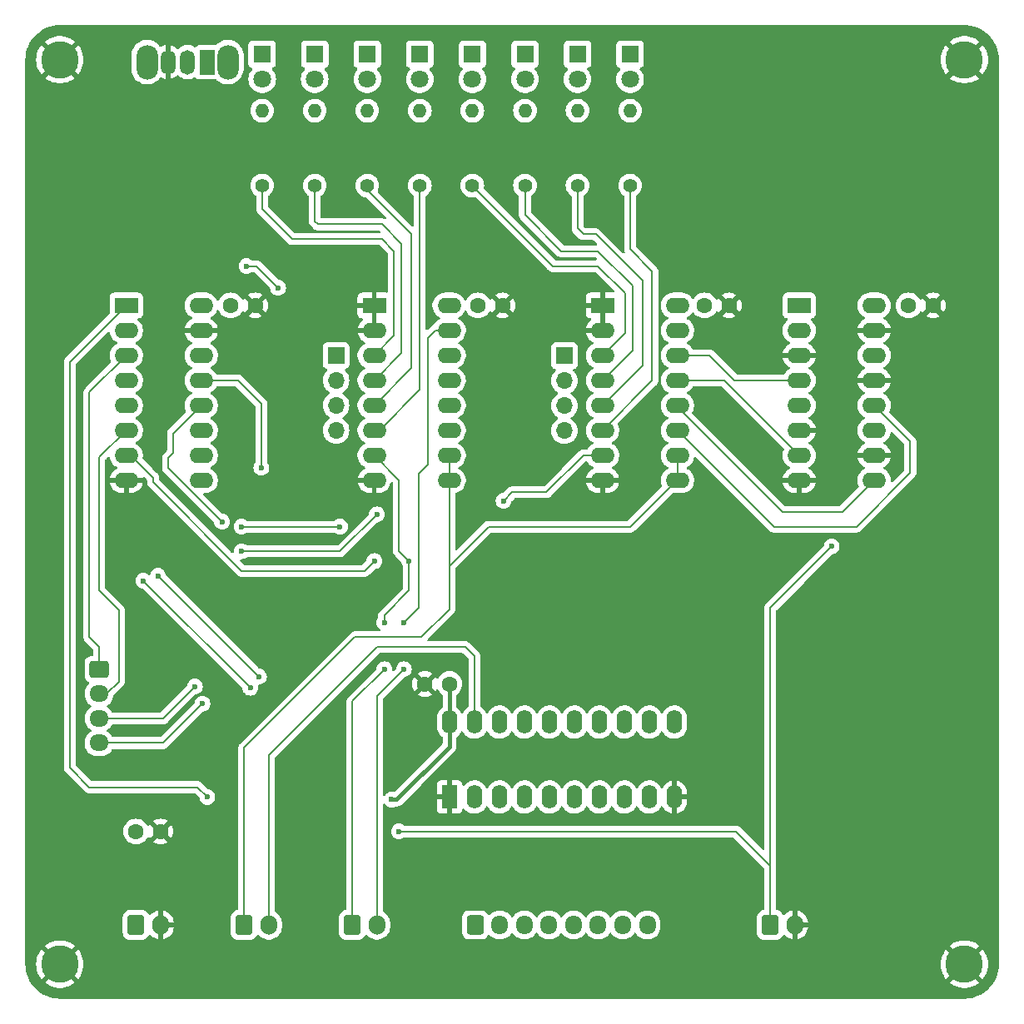
<source format=gbr>
%TF.GenerationSoftware,KiCad,Pcbnew,8.0.4*%
%TF.CreationDate,2024-09-25T14:12:18+03:00*%
%TF.ProjectId,STATUS_Register,53544154-5553-45f5-9265-676973746572,rev?*%
%TF.SameCoordinates,Original*%
%TF.FileFunction,Copper,L2,Bot*%
%TF.FilePolarity,Positive*%
%FSLAX46Y46*%
G04 Gerber Fmt 4.6, Leading zero omitted, Abs format (unit mm)*
G04 Created by KiCad (PCBNEW 8.0.4) date 2024-09-25 14:12:18*
%MOMM*%
%LPD*%
G01*
G04 APERTURE LIST*
G04 Aperture macros list*
%AMRoundRect*
0 Rectangle with rounded corners*
0 $1 Rounding radius*
0 $2 $3 $4 $5 $6 $7 $8 $9 X,Y pos of 4 corners*
0 Add a 4 corners polygon primitive as box body*
4,1,4,$2,$3,$4,$5,$6,$7,$8,$9,$2,$3,0*
0 Add four circle primitives for the rounded corners*
1,1,$1+$1,$2,$3*
1,1,$1+$1,$4,$5*
1,1,$1+$1,$6,$7*
1,1,$1+$1,$8,$9*
0 Add four rect primitives between the rounded corners*
20,1,$1+$1,$2,$3,$4,$5,0*
20,1,$1+$1,$4,$5,$6,$7,0*
20,1,$1+$1,$6,$7,$8,$9,0*
20,1,$1+$1,$8,$9,$2,$3,0*%
G04 Aperture macros list end*
%TA.AperFunction,ComponentPad*%
%ADD10C,1.600000*%
%TD*%
%TA.AperFunction,ComponentPad*%
%ADD11C,1.400000*%
%TD*%
%TA.AperFunction,ComponentPad*%
%ADD12O,1.400000X1.400000*%
%TD*%
%TA.AperFunction,ComponentPad*%
%ADD13RoundRect,0.250000X-0.600000X-0.750000X0.600000X-0.750000X0.600000X0.750000X-0.600000X0.750000X0*%
%TD*%
%TA.AperFunction,ComponentPad*%
%ADD14O,1.700000X2.000000*%
%TD*%
%TA.AperFunction,ComponentPad*%
%ADD15R,1.800000X1.800000*%
%TD*%
%TA.AperFunction,ComponentPad*%
%ADD16C,1.800000*%
%TD*%
%TA.AperFunction,ComponentPad*%
%ADD17R,2.400000X1.600000*%
%TD*%
%TA.AperFunction,ComponentPad*%
%ADD18O,2.400000X1.600000*%
%TD*%
%TA.AperFunction,ComponentPad*%
%ADD19C,3.800000*%
%TD*%
%TA.AperFunction,ComponentPad*%
%ADD20RoundRect,0.250000X-0.600000X-0.725000X0.600000X-0.725000X0.600000X0.725000X-0.600000X0.725000X0*%
%TD*%
%TA.AperFunction,ComponentPad*%
%ADD21O,1.700000X1.950000*%
%TD*%
%TA.AperFunction,ComponentPad*%
%ADD22R,1.700000X1.700000*%
%TD*%
%TA.AperFunction,ComponentPad*%
%ADD23O,1.700000X1.700000*%
%TD*%
%TA.AperFunction,ComponentPad*%
%ADD24R,1.600000X2.400000*%
%TD*%
%TA.AperFunction,ComponentPad*%
%ADD25O,1.600000X2.400000*%
%TD*%
%TA.AperFunction,ComponentPad*%
%ADD26O,2.200000X3.500000*%
%TD*%
%TA.AperFunction,ComponentPad*%
%ADD27R,1.500000X2.500000*%
%TD*%
%TA.AperFunction,ComponentPad*%
%ADD28O,1.500000X2.500000*%
%TD*%
%TA.AperFunction,ComponentPad*%
%ADD29RoundRect,0.250000X-0.725000X0.600000X-0.725000X-0.600000X0.725000X-0.600000X0.725000X0.600000X0*%
%TD*%
%TA.AperFunction,ComponentPad*%
%ADD30O,1.950000X1.700000*%
%TD*%
%TA.AperFunction,ViaPad*%
%ADD31C,0.600000*%
%TD*%
%TA.AperFunction,Conductor*%
%ADD32C,0.400000*%
%TD*%
%TA.AperFunction,Conductor*%
%ADD33C,0.200000*%
%TD*%
G04 APERTURE END LIST*
D10*
%TO.P,C4,1*%
%TO.N,+5V*%
X121380000Y-78999125D03*
%TO.P,C4,2*%
%TO.N,GND*%
X123880000Y-78999125D03*
%TD*%
D11*
%TO.P,R4,1*%
%TO.N,/Y4*%
X145965000Y-66810000D03*
D12*
%TO.P,R4,2*%
%TO.N,Net-(D5-A)*%
X145965000Y-59190000D03*
%TD*%
D11*
%TO.P,R0,1*%
%TO.N,/Y0*%
X124585000Y-66810000D03*
D12*
%TO.P,R0,2*%
%TO.N,Net-(D1-A)*%
X124585000Y-59190000D03*
%TD*%
D13*
%TO.P,J2,1,Pin_1*%
%TO.N,/DE_B*%
X122750000Y-142000000D03*
D14*
%TO.P,J2,2,Pin_2*%
%TO.N,/OE_B*%
X125250000Y-142000000D03*
%TD*%
D10*
%TO.P,C1,1*%
%TO.N,+5V*%
X146530000Y-79000000D03*
%TO.P,C1,2*%
%TO.N,GND*%
X149030000Y-79000000D03*
%TD*%
D15*
%TO.P,D1,1,K*%
%TO.N,Net-(D1-K)*%
X124585000Y-53460000D03*
D16*
%TO.P,D1,2,A*%
%TO.N,Net-(D1-A)*%
X124585000Y-56000000D03*
%TD*%
D17*
%TO.P,U5,1,S*%
%TO.N,/FLAGS_IN*%
X179200000Y-79000000D03*
D18*
%TO.P,U5,2,I0a*%
%TO.N,/B4*%
X179200000Y-81540000D03*
%TO.P,U5,3,I1a*%
%TO.N,GND*%
X179200000Y-84080000D03*
%TO.P,U5,4,Za*%
%TO.N,Net-(U2-D0)*%
X179200000Y-86620000D03*
%TO.P,U5,5,I0b*%
%TO.N,/B5*%
X179200000Y-89160000D03*
%TO.P,U5,6,I1b*%
%TO.N,GND*%
X179200000Y-91700000D03*
%TO.P,U5,7,Zb*%
%TO.N,Net-(U2-D1)*%
X179200000Y-94240000D03*
%TO.P,U5,8,GND*%
%TO.N,GND*%
X179200000Y-96780000D03*
%TO.P,U5,9,Zc*%
%TO.N,Net-(U2-D2)*%
X186820000Y-96780000D03*
%TO.P,U5,10,I1c*%
%TO.N,GND*%
X186820000Y-94240000D03*
%TO.P,U5,11,I0c*%
%TO.N,/B6*%
X186820000Y-91700000D03*
%TO.P,U5,12,Zd*%
%TO.N,Net-(U2-D3)*%
X186820000Y-89160000D03*
%TO.P,U5,13,I1d*%
%TO.N,GND*%
X186820000Y-86620000D03*
%TO.P,U5,14,I0d*%
%TO.N,/B7*%
X186820000Y-84080000D03*
%TO.P,U5,15,E*%
%TO.N,GND*%
X186820000Y-81540000D03*
%TO.P,U5,16,VCC*%
%TO.N,+5V*%
X186820000Y-79000000D03*
%TD*%
D11*
%TO.P,R1,1*%
%TO.N,/Y1*%
X129930000Y-66810000D03*
D12*
%TO.P,R1,2*%
%TO.N,Net-(D2-A)*%
X129930000Y-59190000D03*
%TD*%
D10*
%TO.P,C2,1*%
%TO.N,+5V*%
X169570000Y-79000000D03*
%TO.P,C2,2*%
%TO.N,GND*%
X172070000Y-79000000D03*
%TD*%
D19*
%TO.P,H2,1,1*%
%TO.N,GND*%
X196000000Y-146000000D03*
%TD*%
D15*
%TO.P,D3,1,K*%
%TO.N,Net-(D1-K)*%
X135275000Y-53460000D03*
D16*
%TO.P,D3,2,A*%
%TO.N,Net-(D3-A)*%
X135275000Y-56000000D03*
%TD*%
D13*
%TO.P,J1,1,Pin_1*%
%TO.N,+5V*%
X111750000Y-142000000D03*
D14*
%TO.P,J1,2,Pin_2*%
%TO.N,GND*%
X114250000Y-142000000D03*
%TD*%
D15*
%TO.P,D4,1,K*%
%TO.N,Net-(D1-K)*%
X140620000Y-53460000D03*
D16*
%TO.P,D4,2,A*%
%TO.N,Net-(D4-A)*%
X140620000Y-56000000D03*
%TD*%
D15*
%TO.P,D6,1,K*%
%TO.N,Net-(D1-K)*%
X151310000Y-53460000D03*
D16*
%TO.P,D6,2,A*%
%TO.N,Net-(D6-A)*%
X151310000Y-56000000D03*
%TD*%
D19*
%TO.P,H1,1,1*%
%TO.N,GND*%
X104000000Y-54000000D03*
%TD*%
D20*
%TO.P,J4,1,Pin_1*%
%TO.N,/B0*%
X146250000Y-142000000D03*
D21*
%TO.P,J4,2,Pin_2*%
%TO.N,/B1*%
X148750000Y-142000000D03*
%TO.P,J4,3,Pin_3*%
%TO.N,/B2*%
X151250000Y-142000000D03*
%TO.P,J4,4,Pin_4*%
%TO.N,/B3*%
X153750000Y-142000000D03*
%TO.P,J4,5,Pin_5*%
%TO.N,/B4*%
X156250000Y-142000000D03*
%TO.P,J4,6,Pin_6*%
%TO.N,/B5*%
X158750000Y-142000000D03*
%TO.P,J4,7,Pin_7*%
%TO.N,/B6*%
X161250000Y-142000000D03*
%TO.P,J4,8,Pin_8*%
%TO.N,/B7*%
X163750000Y-142000000D03*
%TD*%
D17*
%TO.P,U1,1,Oe1*%
%TO.N,GND*%
X135980000Y-79000000D03*
D18*
%TO.P,U1,2,Oe2*%
X135980000Y-81540000D03*
%TO.P,U1,3,Q0*%
%TO.N,/Y0*%
X135980000Y-84080000D03*
%TO.P,U1,4,Q1*%
%TO.N,/Y1*%
X135980000Y-86620000D03*
%TO.P,U1,5,Q2*%
%TO.N,/Y2*%
X135980000Y-89160000D03*
%TO.P,U1,6,Q3*%
%TO.N,/Y3*%
X135980000Y-91700000D03*
%TO.P,U1,7,Cp*%
%TO.N,/CLK*%
X135980000Y-94240000D03*
%TO.P,U1,8,GND*%
%TO.N,GND*%
X135980000Y-96780000D03*
%TO.P,U1,9,E1*%
%TO.N,/DE_B*%
X143600000Y-96780000D03*
%TO.P,U1,10,E2*%
X143600000Y-94240000D03*
%TO.P,U1,11,D3*%
%TO.N,Net-(U1-D3)*%
X143600000Y-91700000D03*
%TO.P,U1,12,D2*%
%TO.N,Net-(U1-D2)*%
X143600000Y-89160000D03*
%TO.P,U1,13,D1*%
%TO.N,Net-(U1-D1)*%
X143600000Y-86620000D03*
%TO.P,U1,14,D0*%
%TO.N,Net-(U1-D0)*%
X143600000Y-84080000D03*
%TO.P,U1,15,Mr*%
%TO.N,/RST*%
X143600000Y-81540000D03*
%TO.P,U1,16,VCC*%
%TO.N,+5V*%
X143600000Y-79000000D03*
%TD*%
D22*
%TO.P,J6,1,Pin_1*%
%TO.N,/Y0*%
X132100000Y-84080000D03*
D23*
%TO.P,J6,2,Pin_2*%
%TO.N,/Y1*%
X132100000Y-86620000D03*
%TO.P,J6,3,Pin_3*%
%TO.N,/Y2*%
X132100000Y-89160000D03*
%TO.P,J6,4,Pin_4*%
%TO.N,/Y3*%
X132100000Y-91700000D03*
%TD*%
D11*
%TO.P,R6,1*%
%TO.N,/Y6*%
X156655000Y-66810000D03*
D12*
%TO.P,R6,2*%
%TO.N,Net-(D7-A)*%
X156655000Y-59190000D03*
%TD*%
D10*
%TO.P,C6,1*%
%TO.N,+5V*%
X111750000Y-132500000D03*
%TO.P,C6,2*%
%TO.N,GND*%
X114250000Y-132500000D03*
%TD*%
D17*
%TO.P,U2,1,Oe1*%
%TO.N,GND*%
X159200000Y-79000000D03*
D18*
%TO.P,U2,2,Oe2*%
X159200000Y-81540000D03*
%TO.P,U2,3,Q0*%
%TO.N,/Y4*%
X159200000Y-84080000D03*
%TO.P,U2,4,Q1*%
%TO.N,/Y5*%
X159200000Y-86620000D03*
%TO.P,U2,5,Q2*%
%TO.N,/Y6*%
X159200000Y-89160000D03*
%TO.P,U2,6,Q3*%
%TO.N,/Y7*%
X159200000Y-91700000D03*
%TO.P,U2,7,Cp*%
%TO.N,/CLK*%
X159200000Y-94240000D03*
%TO.P,U2,8,GND*%
%TO.N,GND*%
X159200000Y-96780000D03*
%TO.P,U2,9,E1*%
%TO.N,/DE_B*%
X166820000Y-96780000D03*
%TO.P,U2,10,E2*%
X166820000Y-94240000D03*
%TO.P,U2,11,D3*%
%TO.N,Net-(U2-D3)*%
X166820000Y-91700000D03*
%TO.P,U2,12,D2*%
%TO.N,Net-(U2-D2)*%
X166820000Y-89160000D03*
%TO.P,U2,13,D1*%
%TO.N,Net-(U2-D1)*%
X166820000Y-86620000D03*
%TO.P,U2,14,D0*%
%TO.N,Net-(U2-D0)*%
X166820000Y-84080000D03*
%TO.P,U2,15,Mr*%
%TO.N,/RST*%
X166820000Y-81540000D03*
%TO.P,U2,16,VCC*%
%TO.N,+5V*%
X166820000Y-79000000D03*
%TD*%
D13*
%TO.P,J10,1,Pin_1*%
%TO.N,/FLAGS_IN*%
X176250000Y-142000000D03*
D14*
%TO.P,J10,2,Pin_2*%
%TO.N,GND*%
X178750000Y-142000000D03*
%TD*%
D15*
%TO.P,D7,1,K*%
%TO.N,Net-(D1-K)*%
X156655000Y-53460000D03*
D16*
%TO.P,D7,2,A*%
%TO.N,Net-(D7-A)*%
X156655000Y-56000000D03*
%TD*%
D11*
%TO.P,R7,1*%
%TO.N,/Y7*%
X162000000Y-66810000D03*
D12*
%TO.P,R7,2*%
%TO.N,Net-(D8-A)*%
X162000000Y-59190000D03*
%TD*%
D19*
%TO.P,H4,1,1*%
%TO.N,GND*%
X196000000Y-54000000D03*
%TD*%
D11*
%TO.P,R3,1*%
%TO.N,/Y3*%
X140620000Y-66810000D03*
D12*
%TO.P,R3,2*%
%TO.N,Net-(D4-A)*%
X140620000Y-59190000D03*
%TD*%
D15*
%TO.P,D8,1,K*%
%TO.N,Net-(D1-K)*%
X162000000Y-53460000D03*
D16*
%TO.P,D8,2,A*%
%TO.N,Net-(D8-A)*%
X162000000Y-56000000D03*
%TD*%
D24*
%TO.P,U3,1,A->B*%
%TO.N,GND*%
X143640000Y-129000000D03*
D25*
%TO.P,U3,2,A0*%
%TO.N,/B0*%
X146180000Y-129000000D03*
%TO.P,U3,3,A1*%
%TO.N,/B1*%
X148720000Y-129000000D03*
%TO.P,U3,4,A2*%
%TO.N,/B2*%
X151260000Y-129000000D03*
%TO.P,U3,5,A3*%
%TO.N,/B3*%
X153800000Y-129000000D03*
%TO.P,U3,6,A4*%
%TO.N,/B4*%
X156340000Y-129000000D03*
%TO.P,U3,7,A5*%
%TO.N,/B5*%
X158880000Y-129000000D03*
%TO.P,U3,8,A6*%
%TO.N,/B6*%
X161420000Y-129000000D03*
%TO.P,U3,9,A7*%
%TO.N,/B7*%
X163960000Y-129000000D03*
%TO.P,U3,10,GND*%
%TO.N,GND*%
X166500000Y-129000000D03*
%TO.P,U3,11,B7*%
%TO.N,/Y7*%
X166500000Y-121380000D03*
%TO.P,U3,12,B6*%
%TO.N,/Y6*%
X163960000Y-121380000D03*
%TO.P,U3,13,B5*%
%TO.N,/Y5*%
X161420000Y-121380000D03*
%TO.P,U3,14,B4*%
%TO.N,/Y4*%
X158880000Y-121380000D03*
%TO.P,U3,15,B3*%
%TO.N,/Y3*%
X156340000Y-121380000D03*
%TO.P,U3,16,B2*%
%TO.N,/Y2*%
X153800000Y-121380000D03*
%TO.P,U3,17,B1*%
%TO.N,/Y1*%
X151260000Y-121380000D03*
%TO.P,U3,18,B0*%
%TO.N,/Y0*%
X148720000Y-121380000D03*
%TO.P,U3,19,CE*%
%TO.N,/OE_B*%
X146180000Y-121380000D03*
%TO.P,U3,20,VCC*%
%TO.N,+5V*%
X143640000Y-121380000D03*
%TD*%
D10*
%TO.P,C3,1*%
%TO.N,+5V*%
X143640000Y-117500000D03*
%TO.P,C3,2*%
%TO.N,GND*%
X141140000Y-117500000D03*
%TD*%
D13*
%TO.P,J3,1,Pin_1*%
%TO.N,/CLK*%
X133750000Y-142000000D03*
D14*
%TO.P,J3,2,Pin_2*%
%TO.N,/RST*%
X136250000Y-142000000D03*
%TD*%
D15*
%TO.P,D2,1,K*%
%TO.N,Net-(D1-K)*%
X129930000Y-53460000D03*
D16*
%TO.P,D2,2,A*%
%TO.N,Net-(D2-A)*%
X129930000Y-56000000D03*
%TD*%
D10*
%TO.P,C5,1*%
%TO.N,+5V*%
X190320000Y-79000000D03*
%TO.P,C5,2*%
%TO.N,GND*%
X192820000Y-79000000D03*
%TD*%
D19*
%TO.P,H3,1,1*%
%TO.N,GND*%
X104000000Y-146000000D03*
%TD*%
D15*
%TO.P,D5,1,K*%
%TO.N,Net-(D1-K)*%
X145965000Y-53460000D03*
D16*
%TO.P,D5,2,A*%
%TO.N,Net-(D5-A)*%
X145965000Y-56000000D03*
%TD*%
D11*
%TO.P,R5,1*%
%TO.N,/Y5*%
X151310000Y-66810000D03*
D12*
%TO.P,R5,2*%
%TO.N,Net-(D6-A)*%
X151310000Y-59190000D03*
%TD*%
D22*
%TO.P,J7,1,Pin_1*%
%TO.N,/Y4*%
X155320000Y-84120000D03*
D23*
%TO.P,J7,2,Pin_2*%
%TO.N,/Y5*%
X155320000Y-86660000D03*
%TO.P,J7,3,Pin_3*%
%TO.N,/Y6*%
X155320000Y-89200000D03*
%TO.P,J7,4,Pin_4*%
%TO.N,/Y7*%
X155320000Y-91740000D03*
%TD*%
D26*
%TO.P,SW1,*%
%TO.N,*%
X121085000Y-54250000D03*
X112885000Y-54250000D03*
D27*
%TO.P,SW1,1,A*%
%TO.N,unconnected-(SW1-A-Pad1)*%
X118985000Y-54250000D03*
D28*
%TO.P,SW1,2,B*%
%TO.N,Net-(D1-K)*%
X116985000Y-54250000D03*
%TO.P,SW1,3,C*%
%TO.N,GND*%
X114985000Y-54250000D03*
%TD*%
D29*
%TO.P,J11,1,Pin_1*%
%TO.N,/FLAGS_0*%
X108000000Y-116000000D03*
D30*
%TO.P,J11,2,Pin_2*%
%TO.N,/FLAGS_1*%
X108000000Y-118500000D03*
%TO.P,J11,3,Pin_3*%
%TO.N,/FLAGS_2*%
X108000000Y-121000000D03*
%TO.P,J11,4,Pin_4*%
%TO.N,/FLAGS_3*%
X108000000Y-123500000D03*
%TD*%
D11*
%TO.P,R2,1*%
%TO.N,/Y2*%
X135275000Y-66810000D03*
D12*
%TO.P,R2,2*%
%TO.N,Net-(D3-A)*%
X135275000Y-59190000D03*
%TD*%
D17*
%TO.P,U4,1,S*%
%TO.N,/FLAGS_IN*%
X110760000Y-78999125D03*
D18*
%TO.P,U4,2,I0a*%
%TO.N,/B0*%
X110760000Y-81539125D03*
%TO.P,U4,3,I1a*%
%TO.N,/FLAGS_0*%
X110760000Y-84079125D03*
%TO.P,U4,4,Za*%
%TO.N,Net-(U1-D0)*%
X110760000Y-86619125D03*
%TO.P,U4,5,I0b*%
%TO.N,/B1*%
X110760000Y-89159125D03*
%TO.P,U4,6,I1b*%
%TO.N,/FLAGS_1*%
X110760000Y-91699125D03*
%TO.P,U4,7,Zb*%
%TO.N,Net-(U1-D1)*%
X110760000Y-94239125D03*
%TO.P,U4,8,GND*%
%TO.N,GND*%
X110760000Y-96779125D03*
%TO.P,U4,9,Zc*%
%TO.N,Net-(U1-D2)*%
X118380000Y-96779125D03*
%TO.P,U4,10,I1c*%
%TO.N,/FLAGS_2*%
X118380000Y-94239125D03*
%TO.P,U4,11,I0c*%
%TO.N,/B2*%
X118380000Y-91699125D03*
%TO.P,U4,12,Zd*%
%TO.N,Net-(U1-D3)*%
X118380000Y-89159125D03*
%TO.P,U4,13,I1d*%
%TO.N,/FLAGS_3*%
X118380000Y-86619125D03*
%TO.P,U4,14,I0d*%
%TO.N,/B3*%
X118380000Y-84079125D03*
%TO.P,U4,15,E*%
%TO.N,GND*%
X118380000Y-81539125D03*
%TO.P,U4,16,VCC*%
%TO.N,+5V*%
X118380000Y-78999125D03*
%TD*%
D31*
%TO.N,+5V*%
X137750000Y-129250000D03*
%TO.N,GND*%
X184000000Y-93750000D03*
%TO.N,/CLK*%
X149125000Y-98875000D03*
X139500000Y-105000000D03*
X137000000Y-111250000D03*
X137000000Y-116000000D03*
%TO.N,/RST*%
X139000000Y-111250000D03*
X139000000Y-116000000D03*
%TO.N,/B0*%
X123375000Y-117875000D03*
X112500000Y-107000000D03*
%TO.N,/B1*%
X124250000Y-116750000D03*
X114000000Y-106500000D03*
%TO.N,/FLAGS_IN*%
X182500000Y-103500000D03*
X119000000Y-129000000D03*
X138500000Y-132500000D03*
%TO.N,/FLAGS_2*%
X117750000Y-117750000D03*
%TO.N,/FLAGS_3*%
X118500000Y-119500000D03*
X124500000Y-95500000D03*
%TO.N,Net-(U1-D0)*%
X126200000Y-77200000D03*
X123000000Y-75000000D03*
%TO.N,Net-(U1-D1)*%
X136000000Y-105000000D03*
%TO.N,Net-(U1-D2)*%
X122500000Y-104000000D03*
X136250000Y-100250000D03*
%TO.N,Net-(U1-D3)*%
X122500000Y-101500000D03*
X132500000Y-101500000D03*
X120500000Y-101000000D03*
%TD*%
D32*
%TO.N,+5V*%
X138250000Y-129250000D02*
X143640000Y-123860000D01*
X143640000Y-117500000D02*
X143640000Y-121380000D01*
X143640000Y-123860000D02*
X143640000Y-121380000D01*
X137750000Y-129250000D02*
X138250000Y-129250000D01*
D33*
%TO.N,GND*%
X121340000Y-81539125D02*
X123880000Y-78999125D01*
X118380000Y-81539125D02*
X121340000Y-81539125D01*
X159200000Y-79000000D02*
X159200000Y-81540000D01*
X135980000Y-81540000D02*
X135980000Y-79000000D01*
D32*
X181950000Y-91700000D02*
X184000000Y-93750000D01*
X179200000Y-91700000D02*
X181950000Y-91700000D01*
D33*
%TO.N,Net-(U2-D3)*%
X190500000Y-92840000D02*
X186820000Y-89160000D01*
X166820000Y-91700000D02*
X176620000Y-101500000D01*
X185000000Y-101500000D02*
X190500000Y-96000000D01*
X190500000Y-96000000D02*
X190500000Y-92840000D01*
X176620000Y-101500000D02*
X185000000Y-101500000D01*
%TO.N,Net-(U2-D0)*%
X172620000Y-86620000D02*
X179200000Y-86620000D01*
X166820000Y-84080000D02*
X170080000Y-84080000D01*
X170080000Y-84080000D02*
X172620000Y-86620000D01*
%TO.N,Net-(U2-D2)*%
X177500000Y-100000000D02*
X183600000Y-100000000D01*
X166820000Y-89320000D02*
X177500000Y-100000000D01*
X183600000Y-100000000D02*
X186820000Y-96780000D01*
X166820000Y-89160000D02*
X166820000Y-89320000D01*
%TO.N,Net-(U2-D1)*%
X171580000Y-86620000D02*
X179200000Y-94240000D01*
X166820000Y-86620000D02*
X171580000Y-86620000D01*
%TO.N,/OE_B*%
X136250000Y-113750000D02*
X125250000Y-124750000D01*
X146180000Y-114680000D02*
X145250000Y-113750000D01*
X125250000Y-124750000D02*
X125250000Y-142000000D01*
X145250000Y-113750000D02*
X136250000Y-113750000D01*
X146180000Y-121380000D02*
X146180000Y-114680000D01*
%TO.N,/DE_B*%
X143600000Y-109900000D02*
X140750000Y-112750000D01*
X147600000Y-101500000D02*
X143600000Y-105500000D01*
X134000000Y-112750000D02*
X122750000Y-124000000D01*
X166720000Y-96780000D02*
X162000000Y-101500000D01*
X140750000Y-112750000D02*
X134000000Y-112750000D01*
X162000000Y-101500000D02*
X147600000Y-101500000D01*
X166820000Y-96780000D02*
X166820000Y-94240000D01*
X143600000Y-96780000D02*
X143600000Y-109900000D01*
X143600000Y-96780000D02*
X143600000Y-94240000D01*
X122750000Y-124000000D02*
X122750000Y-142000000D01*
X166820000Y-96780000D02*
X166720000Y-96780000D01*
%TO.N,/CLK*%
X137000000Y-111250000D02*
X137000000Y-110500000D01*
X139500000Y-108000000D02*
X139500000Y-105000000D01*
X138500000Y-96760000D02*
X135980000Y-94240000D01*
X133750000Y-142000000D02*
X133750000Y-119250000D01*
X150000000Y-98000000D02*
X153500000Y-98000000D01*
X149125000Y-98875000D02*
X150000000Y-98000000D01*
X139500000Y-105000000D02*
X138500000Y-104000000D01*
X157260000Y-94240000D02*
X159200000Y-94240000D01*
X138500000Y-104000000D02*
X138500000Y-96760000D01*
X133750000Y-119250000D02*
X137000000Y-116000000D01*
X137000000Y-110500000D02*
X139500000Y-108000000D01*
X153500000Y-98000000D02*
X157260000Y-94240000D01*
%TO.N,/RST*%
X136250000Y-142000000D02*
X136250000Y-118750000D01*
X140500000Y-109750000D02*
X140500000Y-96100000D01*
X139000000Y-111250000D02*
X140500000Y-109750000D01*
X142210000Y-81540000D02*
X143600000Y-81540000D01*
X140500000Y-96100000D02*
X141400000Y-95200000D01*
X136250000Y-118750000D02*
X139000000Y-116000000D01*
X141400000Y-95200000D02*
X141400000Y-82350000D01*
X141400000Y-82350000D02*
X142210000Y-81540000D01*
%TO.N,/B0*%
X123375000Y-117875000D02*
X112500000Y-107000000D01*
%TO.N,/B1*%
X124250000Y-116750000D02*
X114000000Y-106500000D01*
%TO.N,/Y0*%
X138000000Y-82060000D02*
X138000000Y-73500000D01*
X127650000Y-72250000D02*
X124585000Y-69185000D01*
X124585000Y-69185000D02*
X124585000Y-66810000D01*
X138000000Y-73500000D02*
X136750000Y-72250000D01*
X136750000Y-72250000D02*
X127650000Y-72250000D01*
X135980000Y-84080000D02*
X138000000Y-82060000D01*
%TO.N,/Y1*%
X136750000Y-70750000D02*
X138750000Y-72750000D01*
X129930000Y-70430000D02*
X130250000Y-70750000D01*
X130250000Y-70750000D02*
X136750000Y-70750000D01*
X138750000Y-83850000D02*
X135980000Y-86620000D01*
X129930000Y-66810000D02*
X129930000Y-70430000D01*
X138750000Y-72750000D02*
X138750000Y-83850000D01*
%TO.N,/Y2*%
X135275000Y-67275000D02*
X139750000Y-71750000D01*
X135275000Y-66810000D02*
X135275000Y-67275000D01*
X139750000Y-85390000D02*
X135980000Y-89160000D01*
X139750000Y-71750000D02*
X139750000Y-85390000D01*
%TO.N,/Y3*%
X140620000Y-66810000D02*
X140620000Y-87580000D01*
X136500000Y-91700000D02*
X135980000Y-91700000D01*
X140620000Y-87580000D02*
X136500000Y-91700000D01*
%TO.N,/Y4*%
X161500000Y-77750000D02*
X158750000Y-75000000D01*
X159200000Y-84080000D02*
X161500000Y-81780000D01*
X158750000Y-75000000D02*
X154155000Y-75000000D01*
X154155000Y-75000000D02*
X145965000Y-66810000D01*
X161500000Y-81780000D02*
X161500000Y-77750000D01*
%TO.N,/Y5*%
X151310000Y-66810000D02*
X151310000Y-69810000D01*
X155000000Y-73500000D02*
X158750000Y-73500000D01*
X158750000Y-73500000D02*
X162250000Y-77000000D01*
X151310000Y-69810000D02*
X155000000Y-73500000D01*
X162250000Y-83570000D02*
X159200000Y-86620000D01*
X162250000Y-77000000D02*
X162250000Y-83570000D01*
%TO.N,/Y6*%
X157250000Y-71750000D02*
X158500000Y-71750000D01*
X156655000Y-66810000D02*
X156655000Y-71155000D01*
X163250000Y-85110000D02*
X159200000Y-89160000D01*
X163250000Y-76500000D02*
X163250000Y-85110000D01*
X158500000Y-71750000D02*
X163250000Y-76500000D01*
X156655000Y-71155000D02*
X157250000Y-71750000D01*
%TO.N,/Y7*%
X162000000Y-73250000D02*
X164250000Y-75500000D01*
X164250000Y-75500000D02*
X164250000Y-86650000D01*
X162000000Y-66810000D02*
X162000000Y-73250000D01*
X164250000Y-86650000D02*
X159200000Y-91700000D01*
%TO.N,/FLAGS_IN*%
X118000000Y-128000000D02*
X107000000Y-128000000D01*
X172750000Y-132500000D02*
X138500000Y-132500000D01*
X107000000Y-128000000D02*
X105000000Y-126000000D01*
X119000000Y-129000000D02*
X118000000Y-128000000D01*
X176250000Y-109750000D02*
X182500000Y-103500000D01*
X176250000Y-142000000D02*
X176250000Y-136000000D01*
X105000000Y-84759125D02*
X110760000Y-78999125D01*
X176250000Y-136000000D02*
X176250000Y-109750000D01*
X176250000Y-136000000D02*
X172750000Y-132500000D01*
X105000000Y-126000000D02*
X105000000Y-84759125D01*
%TO.N,/FLAGS_0*%
X108000000Y-116000000D02*
X108000000Y-113750000D01*
X108000000Y-113750000D02*
X107000000Y-112750000D01*
X107000000Y-87839125D02*
X110760000Y-84079125D01*
X107000000Y-112750000D02*
X107000000Y-87839125D01*
%TO.N,/FLAGS_2*%
X117750000Y-117750000D02*
X114500000Y-121000000D01*
X114500000Y-121000000D02*
X107500000Y-121000000D01*
%TO.N,/FLAGS_1*%
X110000000Y-110000000D02*
X110000000Y-117250000D01*
X108000000Y-108000000D02*
X110000000Y-110000000D01*
X108000000Y-118500000D02*
X108750000Y-118500000D01*
X108000000Y-94459125D02*
X108000000Y-108000000D01*
X110760000Y-91699125D02*
X108000000Y-94459125D01*
X110000000Y-117250000D02*
X108750000Y-118500000D01*
X107500000Y-118500000D02*
X108750000Y-118500000D01*
%TO.N,/FLAGS_3*%
X114500000Y-123500000D02*
X107500000Y-123500000D01*
X122119125Y-86619125D02*
X118380000Y-86619125D01*
X124500000Y-95500000D02*
X124500000Y-89000000D01*
X124500000Y-89000000D02*
X122119125Y-86619125D01*
X118500000Y-119500000D02*
X114500000Y-123500000D01*
%TO.N,Net-(U1-D0)*%
X124000000Y-75000000D02*
X123000000Y-75000000D01*
X126200000Y-77200000D02*
X124000000Y-75000000D01*
%TO.N,Net-(U1-D1)*%
X122500000Y-106000000D02*
X113500000Y-97000000D01*
X136000000Y-105000000D02*
X135000000Y-106000000D01*
X113500000Y-97000000D02*
X113500000Y-96500000D01*
X111239125Y-94239125D02*
X110760000Y-94239125D01*
X113500000Y-96500000D02*
X111239125Y-94239125D01*
X135000000Y-106000000D02*
X122500000Y-106000000D01*
%TO.N,Net-(U1-D2)*%
X122500000Y-104000000D02*
X132500000Y-104000000D01*
X132500000Y-104000000D02*
X136250000Y-100250000D01*
%TO.N,Net-(U1-D3)*%
X115500000Y-94000000D02*
X115000000Y-94500000D01*
X115000000Y-95500000D02*
X120500000Y-101000000D01*
X118380000Y-89159125D02*
X115500000Y-92039125D01*
X115000000Y-94500000D02*
X115000000Y-95500000D01*
X115500000Y-92039125D02*
X115500000Y-94000000D01*
X122500000Y-101500000D02*
X132500000Y-101500000D01*
%TD*%
%TA.AperFunction,Conductor*%
%TO.N,GND*%
G36*
X188654193Y-91863695D02*
G01*
X188705246Y-91894481D01*
X189863181Y-93052416D01*
X189896666Y-93113739D01*
X189899500Y-93140097D01*
X189899500Y-95699901D01*
X189879815Y-95766940D01*
X189863181Y-95787582D01*
X188732181Y-96918582D01*
X188670858Y-96952067D01*
X188601166Y-96947083D01*
X188545233Y-96905211D01*
X188520816Y-96839747D01*
X188520500Y-96830901D01*
X188520500Y-96677648D01*
X188488477Y-96475465D01*
X188453792Y-96368716D01*
X188425220Y-96280781D01*
X188425218Y-96280778D01*
X188425218Y-96280776D01*
X188378485Y-96189059D01*
X188332287Y-96098390D01*
X188318239Y-96079055D01*
X188211971Y-95932786D01*
X188067213Y-95788028D01*
X187901611Y-95667713D01*
X187808369Y-95620203D01*
X187757574Y-95572229D01*
X187740779Y-95504407D01*
X187763317Y-95438273D01*
X187808371Y-95399234D01*
X187901347Y-95351861D01*
X188066894Y-95231582D01*
X188066895Y-95231582D01*
X188211582Y-95086895D01*
X188211582Y-95086894D01*
X188331859Y-94921349D01*
X188424755Y-94739029D01*
X188487990Y-94544413D01*
X188496609Y-94490000D01*
X187135686Y-94490000D01*
X187140080Y-94485606D01*
X187192741Y-94394394D01*
X187220000Y-94292661D01*
X187220000Y-94187339D01*
X187192741Y-94085606D01*
X187140080Y-93994394D01*
X187135686Y-93990000D01*
X188496609Y-93990000D01*
X188487990Y-93935586D01*
X188424755Y-93740970D01*
X188331859Y-93558650D01*
X188211582Y-93393105D01*
X188211582Y-93393104D01*
X188066895Y-93248417D01*
X187901349Y-93128140D01*
X187808370Y-93080765D01*
X187757574Y-93032790D01*
X187740779Y-92964969D01*
X187763316Y-92898835D01*
X187808370Y-92859795D01*
X187810637Y-92858640D01*
X187901610Y-92812287D01*
X188003180Y-92738493D01*
X188067213Y-92691971D01*
X188067215Y-92691968D01*
X188067219Y-92691966D01*
X188211966Y-92547219D01*
X188211968Y-92547215D01*
X188211971Y-92547213D01*
X188267136Y-92471284D01*
X188332287Y-92381610D01*
X188425220Y-92199219D01*
X188488477Y-92004534D01*
X188495093Y-91962761D01*
X188525020Y-91899631D01*
X188584330Y-91862699D01*
X188654193Y-91863695D01*
G37*
%TD.AperFunction*%
%TA.AperFunction,Conductor*%
G36*
X136230000Y-81224314D02*
G01*
X136225606Y-81219920D01*
X136134394Y-81167259D01*
X136032661Y-81140000D01*
X135927339Y-81140000D01*
X135825606Y-81167259D01*
X135734394Y-81219920D01*
X135730000Y-81224314D01*
X135730000Y-79315686D01*
X135734394Y-79320080D01*
X135825606Y-79372741D01*
X135927339Y-79400000D01*
X136032661Y-79400000D01*
X136134394Y-79372741D01*
X136225606Y-79320080D01*
X136230000Y-79315686D01*
X136230000Y-81224314D01*
G37*
%TD.AperFunction*%
%TA.AperFunction,Conductor*%
G36*
X159450000Y-81224314D02*
G01*
X159445606Y-81219920D01*
X159354394Y-81167259D01*
X159252661Y-81140000D01*
X159147339Y-81140000D01*
X159045606Y-81167259D01*
X158954394Y-81219920D01*
X158950000Y-81224314D01*
X158950000Y-79315686D01*
X158954394Y-79320080D01*
X159045606Y-79372741D01*
X159147339Y-79400000D01*
X159252661Y-79400000D01*
X159354394Y-79372741D01*
X159445606Y-79320080D01*
X159450000Y-79315686D01*
X159450000Y-81224314D01*
G37*
%TD.AperFunction*%
%TA.AperFunction,Conductor*%
G36*
X196003032Y-50500648D02*
G01*
X196336929Y-50517052D01*
X196349037Y-50518245D01*
X196452146Y-50533539D01*
X196676699Y-50566849D01*
X196688617Y-50569219D01*
X197009951Y-50649709D01*
X197021588Y-50653240D01*
X197092806Y-50678722D01*
X197333467Y-50764832D01*
X197344688Y-50769479D01*
X197644163Y-50911120D01*
X197654871Y-50916844D01*
X197938988Y-51087137D01*
X197949106Y-51093897D01*
X198215170Y-51291224D01*
X198224576Y-51298944D01*
X198470013Y-51521395D01*
X198478604Y-51529986D01*
X198644434Y-51712951D01*
X198701055Y-51775423D01*
X198708775Y-51784829D01*
X198906102Y-52050893D01*
X198912862Y-52061011D01*
X199041776Y-52276092D01*
X199083148Y-52345116D01*
X199088883Y-52355844D01*
X199224439Y-52642454D01*
X199230514Y-52655297D01*
X199235170Y-52666540D01*
X199346759Y-52978411D01*
X199350292Y-52990055D01*
X199430777Y-53311369D01*
X199433151Y-53323305D01*
X199481754Y-53650962D01*
X199482947Y-53663071D01*
X199499351Y-53996966D01*
X199499500Y-54003051D01*
X199499500Y-145996948D01*
X199499351Y-146003033D01*
X199482947Y-146336928D01*
X199481754Y-146349037D01*
X199433151Y-146676694D01*
X199430777Y-146688630D01*
X199350292Y-147009944D01*
X199346759Y-147021588D01*
X199235170Y-147333459D01*
X199230514Y-147344702D01*
X199088885Y-147644151D01*
X199083148Y-147654883D01*
X198912862Y-147938988D01*
X198906102Y-147949106D01*
X198708775Y-148215170D01*
X198701055Y-148224576D01*
X198478611Y-148470006D01*
X198470006Y-148478611D01*
X198224576Y-148701055D01*
X198215170Y-148708775D01*
X197949106Y-148906102D01*
X197938988Y-148912862D01*
X197654883Y-149083148D01*
X197644151Y-149088885D01*
X197344702Y-149230514D01*
X197333459Y-149235170D01*
X197021588Y-149346759D01*
X197009944Y-149350292D01*
X196688630Y-149430777D01*
X196676694Y-149433151D01*
X196349037Y-149481754D01*
X196336928Y-149482947D01*
X196021989Y-149498419D01*
X196003031Y-149499351D01*
X195996949Y-149499500D01*
X104003051Y-149499500D01*
X103996968Y-149499351D01*
X103976900Y-149498365D01*
X103663071Y-149482947D01*
X103650962Y-149481754D01*
X103323305Y-149433151D01*
X103311369Y-149430777D01*
X102990055Y-149350292D01*
X102978411Y-149346759D01*
X102666540Y-149235170D01*
X102655301Y-149230515D01*
X102355844Y-149088883D01*
X102345121Y-149083150D01*
X102061011Y-148912862D01*
X102050893Y-148906102D01*
X101784829Y-148708775D01*
X101775423Y-148701055D01*
X101736475Y-148665755D01*
X101529986Y-148478604D01*
X101521395Y-148470013D01*
X101298944Y-148224576D01*
X101291224Y-148215170D01*
X101154187Y-148030397D01*
X101093895Y-147949103D01*
X101087137Y-147938988D01*
X100916844Y-147654871D01*
X100911120Y-147644163D01*
X100769479Y-147344688D01*
X100764829Y-147333459D01*
X100653240Y-147021588D01*
X100649707Y-147009944D01*
X100640958Y-146975015D01*
X100569219Y-146688617D01*
X100566848Y-146676694D01*
X100551989Y-146576525D01*
X100518245Y-146349037D01*
X100517052Y-146336927D01*
X100500649Y-146003032D01*
X100500575Y-145999994D01*
X101595255Y-145999994D01*
X101595255Y-146000005D01*
X101614215Y-146301383D01*
X101614216Y-146301390D01*
X101670805Y-146598040D01*
X101764125Y-146885247D01*
X101764127Y-146885252D01*
X101892704Y-147158491D01*
X101892707Y-147158497D01*
X102054516Y-147413469D01*
X102135311Y-147511133D01*
X103063708Y-146582736D01*
X103160967Y-146716602D01*
X103283398Y-146839033D01*
X103417262Y-146936290D01*
X102486564Y-147866987D01*
X102486565Y-147866989D01*
X102711461Y-148030385D01*
X102711479Y-148030397D01*
X102976109Y-148175878D01*
X102976117Y-148175882D01*
X103256889Y-148287047D01*
X103256892Y-148287048D01*
X103549399Y-148362150D01*
X103848995Y-148399999D01*
X103849007Y-148400000D01*
X104150993Y-148400000D01*
X104151004Y-148399999D01*
X104450600Y-148362150D01*
X104743107Y-148287048D01*
X104743110Y-148287047D01*
X105023882Y-148175882D01*
X105023890Y-148175878D01*
X105288520Y-148030397D01*
X105288530Y-148030390D01*
X105513433Y-147866987D01*
X105513434Y-147866987D01*
X104582737Y-146936290D01*
X104716602Y-146839033D01*
X104839033Y-146716602D01*
X104936290Y-146582737D01*
X105864687Y-147511134D01*
X105945486Y-147413464D01*
X106107292Y-147158497D01*
X106107295Y-147158491D01*
X106235872Y-146885252D01*
X106235874Y-146885247D01*
X106329194Y-146598040D01*
X106385783Y-146301390D01*
X106385784Y-146301383D01*
X106404745Y-146000005D01*
X106404745Y-145999994D01*
X193595255Y-145999994D01*
X193595255Y-146000005D01*
X193614215Y-146301383D01*
X193614216Y-146301390D01*
X193670805Y-146598040D01*
X193764125Y-146885247D01*
X193764127Y-146885252D01*
X193892704Y-147158491D01*
X193892707Y-147158497D01*
X194054516Y-147413469D01*
X194135311Y-147511133D01*
X195063708Y-146582736D01*
X195160967Y-146716602D01*
X195283398Y-146839033D01*
X195417262Y-146936290D01*
X194486564Y-147866987D01*
X194486565Y-147866989D01*
X194711461Y-148030385D01*
X194711479Y-148030397D01*
X194976109Y-148175878D01*
X194976117Y-148175882D01*
X195256889Y-148287047D01*
X195256892Y-148287048D01*
X195549399Y-148362150D01*
X195848995Y-148399999D01*
X195849007Y-148400000D01*
X196150993Y-148400000D01*
X196151004Y-148399999D01*
X196450600Y-148362150D01*
X196743107Y-148287048D01*
X196743110Y-148287047D01*
X197023882Y-148175882D01*
X197023890Y-148175878D01*
X197288520Y-148030397D01*
X197288530Y-148030390D01*
X197513433Y-147866987D01*
X197513434Y-147866987D01*
X196582737Y-146936290D01*
X196716602Y-146839033D01*
X196839033Y-146716602D01*
X196936290Y-146582737D01*
X197864687Y-147511134D01*
X197945486Y-147413464D01*
X198107292Y-147158497D01*
X198107295Y-147158491D01*
X198235872Y-146885252D01*
X198235874Y-146885247D01*
X198329194Y-146598040D01*
X198385783Y-146301390D01*
X198385784Y-146301383D01*
X198404745Y-146000005D01*
X198404745Y-145999994D01*
X198385784Y-145698616D01*
X198385783Y-145698609D01*
X198329194Y-145401959D01*
X198235874Y-145114752D01*
X198235872Y-145114747D01*
X198107295Y-144841508D01*
X198107292Y-144841502D01*
X197945483Y-144586530D01*
X197864686Y-144488864D01*
X196936289Y-145417261D01*
X196839033Y-145283398D01*
X196716602Y-145160967D01*
X196582736Y-145063709D01*
X197513434Y-144133011D01*
X197513433Y-144133009D01*
X197288538Y-143969614D01*
X197288520Y-143969602D01*
X197023890Y-143824121D01*
X197023882Y-143824117D01*
X196743110Y-143712952D01*
X196743107Y-143712951D01*
X196450600Y-143637849D01*
X196151004Y-143600000D01*
X195848995Y-143600000D01*
X195549399Y-143637849D01*
X195256892Y-143712951D01*
X195256889Y-143712952D01*
X194976117Y-143824117D01*
X194976109Y-143824121D01*
X194711476Y-143969604D01*
X194711471Y-143969607D01*
X194486565Y-144133010D01*
X194486564Y-144133011D01*
X195417262Y-145063709D01*
X195283398Y-145160967D01*
X195160967Y-145283398D01*
X195063709Y-145417262D01*
X194135311Y-144488864D01*
X194054520Y-144586525D01*
X194054518Y-144586528D01*
X193892707Y-144841502D01*
X193892704Y-144841508D01*
X193764127Y-145114747D01*
X193764125Y-145114752D01*
X193670805Y-145401959D01*
X193614216Y-145698609D01*
X193614215Y-145698616D01*
X193595255Y-145999994D01*
X106404745Y-145999994D01*
X106385784Y-145698616D01*
X106385783Y-145698609D01*
X106329194Y-145401959D01*
X106235874Y-145114752D01*
X106235872Y-145114747D01*
X106107295Y-144841508D01*
X106107292Y-144841502D01*
X105945483Y-144586530D01*
X105864686Y-144488864D01*
X104936289Y-145417261D01*
X104839033Y-145283398D01*
X104716602Y-145160967D01*
X104582736Y-145063709D01*
X105513434Y-144133011D01*
X105513433Y-144133009D01*
X105288538Y-143969614D01*
X105288520Y-143969602D01*
X105023890Y-143824121D01*
X105023882Y-143824117D01*
X104743110Y-143712952D01*
X104743107Y-143712951D01*
X104450600Y-143637849D01*
X104151004Y-143600000D01*
X103848995Y-143600000D01*
X103549399Y-143637849D01*
X103256892Y-143712951D01*
X103256889Y-143712952D01*
X102976117Y-143824117D01*
X102976109Y-143824121D01*
X102711476Y-143969604D01*
X102711471Y-143969607D01*
X102486565Y-144133010D01*
X102486564Y-144133011D01*
X103417262Y-145063709D01*
X103283398Y-145160967D01*
X103160967Y-145283398D01*
X103063709Y-145417262D01*
X102135311Y-144488864D01*
X102054520Y-144586525D01*
X102054518Y-144586528D01*
X101892707Y-144841502D01*
X101892704Y-144841508D01*
X101764127Y-145114747D01*
X101764125Y-145114752D01*
X101670805Y-145401959D01*
X101614216Y-145698609D01*
X101614215Y-145698616D01*
X101595255Y-145999994D01*
X100500575Y-145999994D01*
X100500500Y-145996948D01*
X100500500Y-141199983D01*
X110399500Y-141199983D01*
X110399500Y-142800001D01*
X110399501Y-142800018D01*
X110410000Y-142902796D01*
X110410001Y-142902799D01*
X110455094Y-143038879D01*
X110465186Y-143069334D01*
X110557288Y-143218656D01*
X110681344Y-143342712D01*
X110830666Y-143434814D01*
X110997203Y-143489999D01*
X111099991Y-143500500D01*
X112400008Y-143500499D01*
X112502797Y-143489999D01*
X112669334Y-143434814D01*
X112818656Y-143342712D01*
X112942712Y-143218656D01*
X113034814Y-143069334D01*
X113034814Y-143069331D01*
X113038448Y-143063441D01*
X113090395Y-143016716D01*
X113159358Y-143005493D01*
X113223440Y-143033336D01*
X113231668Y-143040856D01*
X113370535Y-143179723D01*
X113370540Y-143179727D01*
X113542442Y-143304620D01*
X113731782Y-143401095D01*
X113933871Y-143466757D01*
X114000000Y-143477231D01*
X114000000Y-142433012D01*
X114057007Y-142465925D01*
X114184174Y-142500000D01*
X114315826Y-142500000D01*
X114442993Y-142465925D01*
X114500000Y-142433012D01*
X114500000Y-143477230D01*
X114566126Y-143466757D01*
X114566129Y-143466757D01*
X114768217Y-143401095D01*
X114957557Y-143304620D01*
X115129459Y-143179727D01*
X115129464Y-143179723D01*
X115279723Y-143029464D01*
X115279727Y-143029459D01*
X115404620Y-142857557D01*
X115501095Y-142668217D01*
X115566757Y-142466130D01*
X115566757Y-142466127D01*
X115600000Y-142256246D01*
X115600000Y-142250000D01*
X114683012Y-142250000D01*
X114715925Y-142192993D01*
X114750000Y-142065826D01*
X114750000Y-141934174D01*
X114715925Y-141807007D01*
X114683012Y-141750000D01*
X115600000Y-141750000D01*
X115600000Y-141743753D01*
X115566757Y-141533872D01*
X115566757Y-141533869D01*
X115501095Y-141331782D01*
X115433939Y-141199983D01*
X121399500Y-141199983D01*
X121399500Y-142800001D01*
X121399501Y-142800018D01*
X121410000Y-142902796D01*
X121410001Y-142902799D01*
X121455094Y-143038879D01*
X121465186Y-143069334D01*
X121557288Y-143218656D01*
X121681344Y-143342712D01*
X121830666Y-143434814D01*
X121997203Y-143489999D01*
X122099991Y-143500500D01*
X123400008Y-143500499D01*
X123502797Y-143489999D01*
X123669334Y-143434814D01*
X123818656Y-143342712D01*
X123942712Y-143218656D01*
X124034814Y-143069334D01*
X124034814Y-143069331D01*
X124038178Y-143063879D01*
X124090126Y-143017154D01*
X124159088Y-143005931D01*
X124223170Y-143033774D01*
X124231398Y-143041294D01*
X124370213Y-143180109D01*
X124542179Y-143305048D01*
X124542181Y-143305049D01*
X124542184Y-143305051D01*
X124731588Y-143401557D01*
X124933757Y-143467246D01*
X125143713Y-143500500D01*
X125143714Y-143500500D01*
X125356286Y-143500500D01*
X125356287Y-143500500D01*
X125566243Y-143467246D01*
X125768412Y-143401557D01*
X125957816Y-143305051D01*
X125992230Y-143280048D01*
X126129786Y-143180109D01*
X126129788Y-143180106D01*
X126129792Y-143180104D01*
X126280104Y-143029792D01*
X126280106Y-143029788D01*
X126280109Y-143029786D01*
X126405048Y-142857820D01*
X126405047Y-142857820D01*
X126405051Y-142857816D01*
X126501557Y-142668412D01*
X126567246Y-142466243D01*
X126600500Y-142256287D01*
X126600500Y-141743713D01*
X126567246Y-141533757D01*
X126501557Y-141331588D01*
X126405051Y-141142184D01*
X126405049Y-141142181D01*
X126405048Y-141142179D01*
X126280109Y-140970213D01*
X126129786Y-140819890D01*
X125957815Y-140694948D01*
X125957814Y-140694947D01*
X125918205Y-140674765D01*
X125867409Y-140626791D01*
X125850500Y-140564281D01*
X125850500Y-125050097D01*
X125870185Y-124983058D01*
X125886819Y-124962416D01*
X136462416Y-114386819D01*
X136523739Y-114353334D01*
X136550097Y-114350500D01*
X144949903Y-114350500D01*
X145016942Y-114370185D01*
X145037584Y-114386819D01*
X145543181Y-114892416D01*
X145576666Y-114953739D01*
X145579500Y-114980097D01*
X145579500Y-119750397D01*
X145559815Y-119817436D01*
X145511800Y-119860879D01*
X145498389Y-119867712D01*
X145332786Y-119988028D01*
X145188028Y-120132786D01*
X145067715Y-120298386D01*
X145020485Y-120391080D01*
X144972510Y-120441876D01*
X144904689Y-120458671D01*
X144838554Y-120436134D01*
X144799515Y-120391080D01*
X144793775Y-120379815D01*
X144752287Y-120298390D01*
X144699540Y-120225789D01*
X144631971Y-120132786D01*
X144487217Y-119988032D01*
X144487212Y-119988028D01*
X144391615Y-119918573D01*
X144348949Y-119863243D01*
X144340500Y-119818255D01*
X144340500Y-118661672D01*
X144360185Y-118594633D01*
X144393375Y-118560098D01*
X144479139Y-118500047D01*
X144640047Y-118339139D01*
X144770568Y-118152734D01*
X144866739Y-117946496D01*
X144925635Y-117726692D01*
X144945468Y-117500000D01*
X144943874Y-117481785D01*
X144931481Y-117340126D01*
X144925635Y-117273308D01*
X144875366Y-117085702D01*
X144866741Y-117053511D01*
X144866738Y-117053502D01*
X144825297Y-116964632D01*
X144770568Y-116847266D01*
X144640047Y-116660861D01*
X144640045Y-116660858D01*
X144479141Y-116499954D01*
X144292734Y-116369432D01*
X144292732Y-116369431D01*
X144086497Y-116273261D01*
X144086488Y-116273258D01*
X143866697Y-116214366D01*
X143866693Y-116214365D01*
X143866692Y-116214365D01*
X143866691Y-116214364D01*
X143866686Y-116214364D01*
X143640002Y-116194532D01*
X143639998Y-116194532D01*
X143413313Y-116214364D01*
X143413302Y-116214366D01*
X143193511Y-116273258D01*
X143193502Y-116273261D01*
X142987267Y-116369431D01*
X142987265Y-116369432D01*
X142800858Y-116499954D01*
X142639954Y-116660858D01*
X142509432Y-116847265D01*
X142509429Y-116847270D01*
X142502104Y-116862979D01*
X142455929Y-116915417D01*
X142388735Y-116934566D01*
X142321855Y-116914347D01*
X142277341Y-116862973D01*
X142270133Y-116847515D01*
X142270132Y-116847513D01*
X142219025Y-116774526D01*
X141540000Y-117453551D01*
X141540000Y-117447339D01*
X141512741Y-117345606D01*
X141460080Y-117254394D01*
X141385606Y-117179920D01*
X141294394Y-117127259D01*
X141192661Y-117100000D01*
X141186448Y-117100000D01*
X141865472Y-116420974D01*
X141792478Y-116369863D01*
X141586331Y-116273735D01*
X141586317Y-116273730D01*
X141366610Y-116214860D01*
X141366599Y-116214858D01*
X141140002Y-116195034D01*
X141139998Y-116195034D01*
X140913400Y-116214858D01*
X140913389Y-116214860D01*
X140693682Y-116273730D01*
X140693673Y-116273734D01*
X140487516Y-116369866D01*
X140487512Y-116369868D01*
X140414526Y-116420973D01*
X140414526Y-116420974D01*
X141093553Y-117100000D01*
X141087339Y-117100000D01*
X140985606Y-117127259D01*
X140894394Y-117179920D01*
X140819920Y-117254394D01*
X140767259Y-117345606D01*
X140740000Y-117447339D01*
X140740000Y-117453552D01*
X140060974Y-116774526D01*
X140060973Y-116774526D01*
X140009868Y-116847512D01*
X140009866Y-116847516D01*
X139913734Y-117053673D01*
X139913730Y-117053682D01*
X139854860Y-117273389D01*
X139854858Y-117273400D01*
X139835034Y-117499997D01*
X139835034Y-117500002D01*
X139854858Y-117726599D01*
X139854860Y-117726610D01*
X139913730Y-117946317D01*
X139913735Y-117946331D01*
X140009863Y-118152478D01*
X140060974Y-118225472D01*
X140740000Y-117546446D01*
X140740000Y-117552661D01*
X140767259Y-117654394D01*
X140819920Y-117745606D01*
X140894394Y-117820080D01*
X140985606Y-117872741D01*
X141087339Y-117900000D01*
X141093553Y-117900000D01*
X140414526Y-118579025D01*
X140487513Y-118630132D01*
X140487521Y-118630136D01*
X140693668Y-118726264D01*
X140693682Y-118726269D01*
X140913389Y-118785139D01*
X140913400Y-118785141D01*
X141139998Y-118804966D01*
X141140002Y-118804966D01*
X141366599Y-118785141D01*
X141366610Y-118785139D01*
X141586317Y-118726269D01*
X141586331Y-118726264D01*
X141792478Y-118630136D01*
X141865471Y-118579024D01*
X141186447Y-117900000D01*
X141192661Y-117900000D01*
X141294394Y-117872741D01*
X141385606Y-117820080D01*
X141460080Y-117745606D01*
X141512741Y-117654394D01*
X141540000Y-117552661D01*
X141540000Y-117546447D01*
X142219024Y-118225471D01*
X142270134Y-118152481D01*
X142277340Y-118137028D01*
X142323511Y-118084587D01*
X142390704Y-118065433D01*
X142457585Y-118085646D01*
X142502105Y-118137022D01*
X142509430Y-118152730D01*
X142509432Y-118152734D01*
X142639954Y-118339141D01*
X142800857Y-118500044D01*
X142800860Y-118500046D01*
X142800861Y-118500047D01*
X142886623Y-118560097D01*
X142930248Y-118614673D01*
X142939500Y-118661672D01*
X142939500Y-119818255D01*
X142919815Y-119885294D01*
X142888385Y-119918573D01*
X142792787Y-119988028D01*
X142792782Y-119988032D01*
X142648028Y-120132786D01*
X142527715Y-120298386D01*
X142434781Y-120480776D01*
X142371522Y-120675465D01*
X142339500Y-120877648D01*
X142339500Y-121882351D01*
X142371522Y-122084534D01*
X142434781Y-122279223D01*
X142527715Y-122461613D01*
X142648028Y-122627213D01*
X142792784Y-122771969D01*
X142888385Y-122841426D01*
X142931051Y-122896755D01*
X142939500Y-122941744D01*
X142939500Y-123518480D01*
X142919815Y-123585519D01*
X142903181Y-123606161D01*
X138069876Y-128439465D01*
X138008553Y-128472950D01*
X137941241Y-128468826D01*
X137929252Y-128464631D01*
X137750004Y-128444435D01*
X137749996Y-128444435D01*
X137570750Y-128464630D01*
X137570745Y-128464631D01*
X137400476Y-128524211D01*
X137247737Y-128620184D01*
X137120182Y-128747739D01*
X137079493Y-128812496D01*
X137027158Y-128858787D01*
X136958105Y-128869434D01*
X136894257Y-128841059D01*
X136855885Y-128782669D01*
X136850500Y-128746523D01*
X136850500Y-119050096D01*
X136870185Y-118983057D01*
X136886814Y-118962420D01*
X139018535Y-116830698D01*
X139079856Y-116797215D01*
X139092311Y-116795163D01*
X139179255Y-116785368D01*
X139349522Y-116725789D01*
X139502262Y-116629816D01*
X139629816Y-116502262D01*
X139725789Y-116349522D01*
X139785368Y-116179255D01*
X139785369Y-116179249D01*
X139805565Y-116000003D01*
X139805565Y-115999996D01*
X139785369Y-115820750D01*
X139785368Y-115820745D01*
X139725788Y-115650476D01*
X139629815Y-115497737D01*
X139502262Y-115370184D01*
X139349523Y-115274211D01*
X139179254Y-115214631D01*
X139179249Y-115214630D01*
X139000004Y-115194435D01*
X138999996Y-115194435D01*
X138820750Y-115214630D01*
X138820745Y-115214631D01*
X138650476Y-115274211D01*
X138497737Y-115370184D01*
X138370184Y-115497737D01*
X138274210Y-115650478D01*
X138214630Y-115820750D01*
X138204837Y-115907668D01*
X138177770Y-115972082D01*
X138169298Y-115981465D01*
X138012310Y-116138453D01*
X137950987Y-116171938D01*
X137881295Y-116166954D01*
X137825362Y-116125082D01*
X137800945Y-116059618D01*
X137801409Y-116036888D01*
X137805565Y-116000002D01*
X137805565Y-115999996D01*
X137785369Y-115820750D01*
X137785368Y-115820745D01*
X137725788Y-115650476D01*
X137629815Y-115497737D01*
X137502262Y-115370184D01*
X137349523Y-115274211D01*
X137179254Y-115214631D01*
X137179249Y-115214630D01*
X137000004Y-115194435D01*
X136999996Y-115194435D01*
X136820750Y-115214630D01*
X136820745Y-115214631D01*
X136650476Y-115274211D01*
X136497737Y-115370184D01*
X136370184Y-115497737D01*
X136274210Y-115650478D01*
X136214630Y-115820750D01*
X136204837Y-115907668D01*
X136177770Y-115972082D01*
X136169298Y-115981465D01*
X133381286Y-118769478D01*
X133269481Y-118881282D01*
X133269477Y-118881287D01*
X133223620Y-118960716D01*
X133223620Y-118960717D01*
X133190423Y-119018214D01*
X133190369Y-119018416D01*
X133149499Y-119170943D01*
X133149499Y-119170945D01*
X133149499Y-119339046D01*
X133149500Y-119339059D01*
X133149500Y-140382465D01*
X133129815Y-140449504D01*
X133077011Y-140495259D01*
X133038102Y-140505823D01*
X132997202Y-140510001D01*
X132997200Y-140510001D01*
X132830668Y-140565185D01*
X132830663Y-140565187D01*
X132681342Y-140657289D01*
X132557289Y-140781342D01*
X132465187Y-140930663D01*
X132465185Y-140930668D01*
X132443797Y-140995213D01*
X132410001Y-141097203D01*
X132410001Y-141097204D01*
X132410000Y-141097204D01*
X132399500Y-141199983D01*
X132399500Y-142800001D01*
X132399501Y-142800018D01*
X132410000Y-142902796D01*
X132410001Y-142902799D01*
X132455094Y-143038879D01*
X132465186Y-143069334D01*
X132557288Y-143218656D01*
X132681344Y-143342712D01*
X132830666Y-143434814D01*
X132997203Y-143489999D01*
X133099991Y-143500500D01*
X134400008Y-143500499D01*
X134502797Y-143489999D01*
X134669334Y-143434814D01*
X134818656Y-143342712D01*
X134942712Y-143218656D01*
X135034814Y-143069334D01*
X135034814Y-143069331D01*
X135038178Y-143063879D01*
X135090126Y-143017154D01*
X135159088Y-143005931D01*
X135223170Y-143033774D01*
X135231398Y-143041294D01*
X135370213Y-143180109D01*
X135542179Y-143305048D01*
X135542181Y-143305049D01*
X135542184Y-143305051D01*
X135731588Y-143401557D01*
X135933757Y-143467246D01*
X136143713Y-143500500D01*
X136143714Y-143500500D01*
X136356286Y-143500500D01*
X136356287Y-143500500D01*
X136566243Y-143467246D01*
X136768412Y-143401557D01*
X136957816Y-143305051D01*
X136992230Y-143280048D01*
X137129786Y-143180109D01*
X137129788Y-143180106D01*
X137129792Y-143180104D01*
X137280104Y-143029792D01*
X137280106Y-143029788D01*
X137280109Y-143029786D01*
X137405048Y-142857820D01*
X137405047Y-142857820D01*
X137405051Y-142857816D01*
X137501557Y-142668412D01*
X137567246Y-142466243D01*
X137600500Y-142256287D01*
X137600500Y-141743713D01*
X137567246Y-141533757D01*
X137501557Y-141331588D01*
X137447239Y-141224983D01*
X144899500Y-141224983D01*
X144899500Y-142775001D01*
X144899501Y-142775018D01*
X144910000Y-142877796D01*
X144910001Y-142877799D01*
X144964179Y-143041294D01*
X144965186Y-143044334D01*
X145057288Y-143193656D01*
X145181344Y-143317712D01*
X145330666Y-143409814D01*
X145497203Y-143464999D01*
X145599991Y-143475500D01*
X146900008Y-143475499D01*
X147002797Y-143464999D01*
X147169334Y-143409814D01*
X147318656Y-143317712D01*
X147442712Y-143193656D01*
X147534814Y-143044334D01*
X147534814Y-143044331D01*
X147538178Y-143038879D01*
X147590126Y-142992154D01*
X147659088Y-142980931D01*
X147723170Y-143008774D01*
X147731398Y-143016294D01*
X147870213Y-143155109D01*
X148042179Y-143280048D01*
X148042181Y-143280049D01*
X148042184Y-143280051D01*
X148231588Y-143376557D01*
X148433757Y-143442246D01*
X148643713Y-143475500D01*
X148643714Y-143475500D01*
X148856286Y-143475500D01*
X148856287Y-143475500D01*
X149066243Y-143442246D01*
X149268412Y-143376557D01*
X149457816Y-143280051D01*
X149479789Y-143264086D01*
X149629786Y-143155109D01*
X149629788Y-143155106D01*
X149629792Y-143155104D01*
X149780104Y-143004792D01*
X149899683Y-142840204D01*
X149955011Y-142797540D01*
X150024624Y-142791561D01*
X150086420Y-142824166D01*
X150100313Y-142840199D01*
X150202560Y-142980931D01*
X150219896Y-143004792D01*
X150370213Y-143155109D01*
X150542179Y-143280048D01*
X150542181Y-143280049D01*
X150542184Y-143280051D01*
X150731588Y-143376557D01*
X150933757Y-143442246D01*
X151143713Y-143475500D01*
X151143714Y-143475500D01*
X151356286Y-143475500D01*
X151356287Y-143475500D01*
X151566243Y-143442246D01*
X151768412Y-143376557D01*
X151957816Y-143280051D01*
X151979789Y-143264086D01*
X152129786Y-143155109D01*
X152129788Y-143155106D01*
X152129792Y-143155104D01*
X152280104Y-143004792D01*
X152399683Y-142840204D01*
X152455011Y-142797540D01*
X152524624Y-142791561D01*
X152586420Y-142824166D01*
X152600313Y-142840199D01*
X152702560Y-142980931D01*
X152719896Y-143004792D01*
X152870213Y-143155109D01*
X153042179Y-143280048D01*
X153042181Y-143280049D01*
X153042184Y-143280051D01*
X153231588Y-143376557D01*
X153433757Y-143442246D01*
X153643713Y-143475500D01*
X153643714Y-143475500D01*
X153856286Y-143475500D01*
X153856287Y-143475500D01*
X154066243Y-143442246D01*
X154268412Y-143376557D01*
X154457816Y-143280051D01*
X154479789Y-143264086D01*
X154629786Y-143155109D01*
X154629788Y-143155106D01*
X154629792Y-143155104D01*
X154780104Y-143004792D01*
X154899683Y-142840204D01*
X154955011Y-142797540D01*
X155024624Y-142791561D01*
X155086420Y-142824166D01*
X155100313Y-142840199D01*
X155202560Y-142980931D01*
X155219896Y-143004792D01*
X155370213Y-143155109D01*
X155542179Y-143280048D01*
X155542181Y-143280049D01*
X155542184Y-143280051D01*
X155731588Y-143376557D01*
X155933757Y-143442246D01*
X156143713Y-143475500D01*
X156143714Y-143475500D01*
X156356286Y-143475500D01*
X156356287Y-143475500D01*
X156566243Y-143442246D01*
X156768412Y-143376557D01*
X156957816Y-143280051D01*
X156979789Y-143264086D01*
X157129786Y-143155109D01*
X157129788Y-143155106D01*
X157129792Y-143155104D01*
X157280104Y-143004792D01*
X157399683Y-142840204D01*
X157455011Y-142797540D01*
X157524624Y-142791561D01*
X157586420Y-142824166D01*
X157600313Y-142840199D01*
X157702560Y-142980931D01*
X157719896Y-143004792D01*
X157870213Y-143155109D01*
X158042179Y-143280048D01*
X158042181Y-143280049D01*
X158042184Y-143280051D01*
X158231588Y-143376557D01*
X158433757Y-143442246D01*
X158643713Y-143475500D01*
X158643714Y-143475500D01*
X158856286Y-143475500D01*
X158856287Y-143475500D01*
X159066243Y-143442246D01*
X159268412Y-143376557D01*
X159457816Y-143280051D01*
X159479789Y-143264086D01*
X159629786Y-143155109D01*
X159629788Y-143155106D01*
X159629792Y-143155104D01*
X159780104Y-143004792D01*
X159899683Y-142840204D01*
X159955011Y-142797540D01*
X160024624Y-142791561D01*
X160086420Y-142824166D01*
X160100313Y-142840199D01*
X160202560Y-142980931D01*
X160219896Y-143004792D01*
X160370213Y-143155109D01*
X160542179Y-143280048D01*
X160542181Y-143280049D01*
X160542184Y-143280051D01*
X160731588Y-143376557D01*
X160933757Y-143442246D01*
X161143713Y-143475500D01*
X161143714Y-143475500D01*
X161356286Y-143475500D01*
X161356287Y-143475500D01*
X161566243Y-143442246D01*
X161768412Y-143376557D01*
X161957816Y-143280051D01*
X161979789Y-143264086D01*
X162129786Y-143155109D01*
X162129788Y-143155106D01*
X162129792Y-143155104D01*
X162280104Y-143004792D01*
X162399683Y-142840204D01*
X162455011Y-142797540D01*
X162524624Y-142791561D01*
X162586420Y-142824166D01*
X162600313Y-142840199D01*
X162702560Y-142980931D01*
X162719896Y-143004792D01*
X162870213Y-143155109D01*
X163042179Y-143280048D01*
X163042181Y-143280049D01*
X163042184Y-143280051D01*
X163231588Y-143376557D01*
X163433757Y-143442246D01*
X163643713Y-143475500D01*
X163643714Y-143475500D01*
X163856286Y-143475500D01*
X163856287Y-143475500D01*
X164066243Y-143442246D01*
X164268412Y-143376557D01*
X164457816Y-143280051D01*
X164479789Y-143264086D01*
X164629786Y-143155109D01*
X164629788Y-143155106D01*
X164629792Y-143155104D01*
X164780104Y-143004792D01*
X164780106Y-143004788D01*
X164780109Y-143004786D01*
X164905048Y-142832820D01*
X164905047Y-142832820D01*
X164905051Y-142832816D01*
X165001557Y-142643412D01*
X165067246Y-142441243D01*
X165100500Y-142231287D01*
X165100500Y-141768713D01*
X165067246Y-141558757D01*
X165001557Y-141356588D01*
X164905051Y-141167184D01*
X164905049Y-141167181D01*
X164905048Y-141167179D01*
X164780109Y-140995213D01*
X164629786Y-140844890D01*
X164457820Y-140719951D01*
X164268414Y-140623444D01*
X164268413Y-140623443D01*
X164268412Y-140623443D01*
X164066243Y-140557754D01*
X164066241Y-140557753D01*
X164066240Y-140557753D01*
X163904957Y-140532208D01*
X163856287Y-140524500D01*
X163643713Y-140524500D01*
X163595042Y-140532208D01*
X163433760Y-140557753D01*
X163231585Y-140623444D01*
X163042179Y-140719951D01*
X162870213Y-140844890D01*
X162719894Y-140995209D01*
X162719890Y-140995214D01*
X162600318Y-141159793D01*
X162544989Y-141202459D01*
X162475375Y-141208438D01*
X162413580Y-141175833D01*
X162399682Y-141159793D01*
X162280109Y-140995214D01*
X162280105Y-140995209D01*
X162129786Y-140844890D01*
X161957820Y-140719951D01*
X161768414Y-140623444D01*
X161768413Y-140623443D01*
X161768412Y-140623443D01*
X161566243Y-140557754D01*
X161566241Y-140557753D01*
X161566240Y-140557753D01*
X161404957Y-140532208D01*
X161356287Y-140524500D01*
X161143713Y-140524500D01*
X161095042Y-140532208D01*
X160933760Y-140557753D01*
X160731585Y-140623444D01*
X160542179Y-140719951D01*
X160370213Y-140844890D01*
X160219894Y-140995209D01*
X160219890Y-140995214D01*
X160100318Y-141159793D01*
X160044989Y-141202459D01*
X159975375Y-141208438D01*
X159913580Y-141175833D01*
X159899682Y-141159793D01*
X159780109Y-140995214D01*
X159780105Y-140995209D01*
X159629786Y-140844890D01*
X159457820Y-140719951D01*
X159268414Y-140623444D01*
X159268413Y-140623443D01*
X159268412Y-140623443D01*
X159066243Y-140557754D01*
X159066241Y-140557753D01*
X159066240Y-140557753D01*
X158904957Y-140532208D01*
X158856287Y-140524500D01*
X158643713Y-140524500D01*
X158595042Y-140532208D01*
X158433760Y-140557753D01*
X158231585Y-140623444D01*
X158042179Y-140719951D01*
X157870213Y-140844890D01*
X157719894Y-140995209D01*
X157719890Y-140995214D01*
X157600318Y-141159793D01*
X157544989Y-141202459D01*
X157475375Y-141208438D01*
X157413580Y-141175833D01*
X157399682Y-141159793D01*
X157280109Y-140995214D01*
X157280105Y-140995209D01*
X157129786Y-140844890D01*
X156957820Y-140719951D01*
X156768414Y-140623444D01*
X156768413Y-140623443D01*
X156768412Y-140623443D01*
X156566243Y-140557754D01*
X156566241Y-140557753D01*
X156566240Y-140557753D01*
X156404957Y-140532208D01*
X156356287Y-140524500D01*
X156143713Y-140524500D01*
X156095042Y-140532208D01*
X155933760Y-140557753D01*
X155731585Y-140623444D01*
X155542179Y-140719951D01*
X155370213Y-140844890D01*
X155219894Y-140995209D01*
X155219890Y-140995214D01*
X155100318Y-141159793D01*
X155044989Y-141202459D01*
X154975375Y-141208438D01*
X154913580Y-141175833D01*
X154899682Y-141159793D01*
X154780109Y-140995214D01*
X154780105Y-140995209D01*
X154629786Y-140844890D01*
X154457820Y-140719951D01*
X154268414Y-140623444D01*
X154268413Y-140623443D01*
X154268412Y-140623443D01*
X154066243Y-140557754D01*
X154066241Y-140557753D01*
X154066240Y-140557753D01*
X153904957Y-140532208D01*
X153856287Y-140524500D01*
X153643713Y-140524500D01*
X153595042Y-140532208D01*
X153433760Y-140557753D01*
X153231585Y-140623444D01*
X153042179Y-140719951D01*
X152870213Y-140844890D01*
X152719894Y-140995209D01*
X152719890Y-140995214D01*
X152600318Y-141159793D01*
X152544989Y-141202459D01*
X152475375Y-141208438D01*
X152413580Y-141175833D01*
X152399682Y-141159793D01*
X152280109Y-140995214D01*
X152280105Y-140995209D01*
X152129786Y-140844890D01*
X151957820Y-140719951D01*
X151768414Y-140623444D01*
X151768413Y-140623443D01*
X151768412Y-140623443D01*
X151566243Y-140557754D01*
X151566241Y-140557753D01*
X151566240Y-140557753D01*
X151404957Y-140532208D01*
X151356287Y-140524500D01*
X151143713Y-140524500D01*
X151095042Y-140532208D01*
X150933760Y-140557753D01*
X150731585Y-140623444D01*
X150542179Y-140719951D01*
X150370213Y-140844890D01*
X150219894Y-140995209D01*
X150219890Y-140995214D01*
X150100318Y-141159793D01*
X150044989Y-141202459D01*
X149975375Y-141208438D01*
X149913580Y-141175833D01*
X149899682Y-141159793D01*
X149780109Y-140995214D01*
X149780105Y-140995209D01*
X149629786Y-140844890D01*
X149457820Y-140719951D01*
X149268414Y-140623444D01*
X149268413Y-140623443D01*
X149268412Y-140623443D01*
X149066243Y-140557754D01*
X149066241Y-140557753D01*
X149066240Y-140557753D01*
X148904957Y-140532208D01*
X148856287Y-140524500D01*
X148643713Y-140524500D01*
X148595042Y-140532208D01*
X148433760Y-140557753D01*
X148231585Y-140623444D01*
X148042179Y-140719951D01*
X147870215Y-140844889D01*
X147731398Y-140983706D01*
X147670075Y-141017190D01*
X147600383Y-141012206D01*
X147544450Y-140970334D01*
X147538178Y-140961120D01*
X147442712Y-140806344D01*
X147318657Y-140682289D01*
X147318656Y-140682288D01*
X147169334Y-140590186D01*
X147002797Y-140535001D01*
X147002795Y-140535000D01*
X146900010Y-140524500D01*
X145599998Y-140524500D01*
X145599981Y-140524501D01*
X145497203Y-140535000D01*
X145497200Y-140535001D01*
X145330668Y-140590185D01*
X145330663Y-140590187D01*
X145181342Y-140682289D01*
X145057289Y-140806342D01*
X144965187Y-140955663D01*
X144965185Y-140955668D01*
X144953083Y-140992190D01*
X144910001Y-141122203D01*
X144910001Y-141122204D01*
X144910000Y-141122204D01*
X144899500Y-141224983D01*
X137447239Y-141224983D01*
X137405051Y-141142184D01*
X137405049Y-141142181D01*
X137405048Y-141142179D01*
X137280109Y-140970213D01*
X137129786Y-140819890D01*
X136957815Y-140694948D01*
X136957814Y-140694947D01*
X136918205Y-140674765D01*
X136867409Y-140626791D01*
X136850500Y-140564281D01*
X136850500Y-132499996D01*
X137694435Y-132499996D01*
X137694435Y-132500003D01*
X137714630Y-132679249D01*
X137714631Y-132679254D01*
X137774211Y-132849523D01*
X137788800Y-132872741D01*
X137870184Y-133002262D01*
X137997738Y-133129816D01*
X138150478Y-133225789D01*
X138320745Y-133285368D01*
X138320750Y-133285369D01*
X138499996Y-133305565D01*
X138500000Y-133305565D01*
X138500004Y-133305565D01*
X138679249Y-133285369D01*
X138679252Y-133285368D01*
X138679255Y-133285368D01*
X138849522Y-133225789D01*
X139002262Y-133129816D01*
X139002267Y-133129810D01*
X139005097Y-133127555D01*
X139007275Y-133126665D01*
X139008158Y-133126111D01*
X139008255Y-133126265D01*
X139069783Y-133101145D01*
X139082412Y-133100500D01*
X172449903Y-133100500D01*
X172516942Y-133120185D01*
X172537584Y-133136819D01*
X175613181Y-136212416D01*
X175646666Y-136273739D01*
X175649500Y-136300097D01*
X175649500Y-140382465D01*
X175629815Y-140449504D01*
X175577011Y-140495259D01*
X175538102Y-140505823D01*
X175497202Y-140510001D01*
X175497200Y-140510001D01*
X175330668Y-140565185D01*
X175330663Y-140565187D01*
X175181342Y-140657289D01*
X175057289Y-140781342D01*
X174965187Y-140930663D01*
X174965185Y-140930668D01*
X174943797Y-140995213D01*
X174910001Y-141097203D01*
X174910001Y-141097204D01*
X174910000Y-141097204D01*
X174899500Y-141199983D01*
X174899500Y-142800001D01*
X174899501Y-142800018D01*
X174910000Y-142902796D01*
X174910001Y-142902799D01*
X174955094Y-143038879D01*
X174965186Y-143069334D01*
X175057288Y-143218656D01*
X175181344Y-143342712D01*
X175330666Y-143434814D01*
X175497203Y-143489999D01*
X175599991Y-143500500D01*
X176900008Y-143500499D01*
X177002797Y-143489999D01*
X177169334Y-143434814D01*
X177318656Y-143342712D01*
X177442712Y-143218656D01*
X177534814Y-143069334D01*
X177534814Y-143069331D01*
X177538448Y-143063441D01*
X177590395Y-143016716D01*
X177659358Y-143005493D01*
X177723440Y-143033336D01*
X177731668Y-143040856D01*
X177870535Y-143179723D01*
X177870540Y-143179727D01*
X178042442Y-143304620D01*
X178231782Y-143401095D01*
X178433871Y-143466757D01*
X178500000Y-143477231D01*
X178500000Y-142433012D01*
X178557007Y-142465925D01*
X178684174Y-142500000D01*
X178815826Y-142500000D01*
X178942993Y-142465925D01*
X179000000Y-142433012D01*
X179000000Y-143477230D01*
X179066126Y-143466757D01*
X179066129Y-143466757D01*
X179268217Y-143401095D01*
X179457557Y-143304620D01*
X179629459Y-143179727D01*
X179629464Y-143179723D01*
X179779723Y-143029464D01*
X179779727Y-143029459D01*
X179904620Y-142857557D01*
X180001095Y-142668217D01*
X180066757Y-142466130D01*
X180066757Y-142466127D01*
X180100000Y-142256246D01*
X180100000Y-142250000D01*
X179183012Y-142250000D01*
X179215925Y-142192993D01*
X179250000Y-142065826D01*
X179250000Y-141934174D01*
X179215925Y-141807007D01*
X179183012Y-141750000D01*
X180100000Y-141750000D01*
X180100000Y-141743753D01*
X180066757Y-141533872D01*
X180066757Y-141533869D01*
X180001095Y-141331782D01*
X179904620Y-141142442D01*
X179779727Y-140970540D01*
X179779723Y-140970535D01*
X179629464Y-140820276D01*
X179629459Y-140820272D01*
X179457557Y-140695379D01*
X179268215Y-140598903D01*
X179066124Y-140533241D01*
X179000000Y-140522768D01*
X179000000Y-141566988D01*
X178942993Y-141534075D01*
X178815826Y-141500000D01*
X178684174Y-141500000D01*
X178557007Y-141534075D01*
X178500000Y-141566988D01*
X178500000Y-140522768D01*
X178499999Y-140522768D01*
X178433875Y-140533241D01*
X178231784Y-140598903D01*
X178042442Y-140695379D01*
X177870541Y-140820271D01*
X177731668Y-140959144D01*
X177670345Y-140992628D01*
X177600653Y-140987644D01*
X177544720Y-140945772D01*
X177538448Y-140936558D01*
X177442712Y-140781344D01*
X177318657Y-140657289D01*
X177318656Y-140657288D01*
X177169334Y-140565186D01*
X177002797Y-140510001D01*
X177002795Y-140510000D01*
X176961896Y-140505822D01*
X176897205Y-140479425D01*
X176857054Y-140422244D01*
X176850500Y-140382464D01*
X176850500Y-110050097D01*
X176870185Y-109983058D01*
X176886819Y-109962416D01*
X179669986Y-107179249D01*
X182518536Y-104330698D01*
X182579857Y-104297215D01*
X182592310Y-104295163D01*
X182679255Y-104285368D01*
X182849522Y-104225789D01*
X183002262Y-104129816D01*
X183129816Y-104002262D01*
X183225789Y-103849522D01*
X183285368Y-103679255D01*
X183285369Y-103679249D01*
X183305565Y-103500003D01*
X183305565Y-103499996D01*
X183285369Y-103320750D01*
X183285368Y-103320745D01*
X183225788Y-103150476D01*
X183129815Y-102997737D01*
X183002262Y-102870184D01*
X182849523Y-102774211D01*
X182679254Y-102714631D01*
X182679249Y-102714630D01*
X182500004Y-102694435D01*
X182499996Y-102694435D01*
X182320750Y-102714630D01*
X182320745Y-102714631D01*
X182150476Y-102774211D01*
X181997737Y-102870184D01*
X181870184Y-102997737D01*
X181774210Y-103150478D01*
X181714630Y-103320750D01*
X181704837Y-103407667D01*
X181677770Y-103472081D01*
X181669298Y-103481464D01*
X175881286Y-109269478D01*
X175769481Y-109381282D01*
X175769479Y-109381285D01*
X175719361Y-109468094D01*
X175719359Y-109468096D01*
X175690425Y-109518209D01*
X175690424Y-109518210D01*
X175690084Y-109519480D01*
X175649499Y-109670943D01*
X175649499Y-109670945D01*
X175649499Y-109839046D01*
X175649500Y-109839059D01*
X175649500Y-134250903D01*
X175629815Y-134317942D01*
X175577011Y-134363697D01*
X175507853Y-134373641D01*
X175444297Y-134344616D01*
X175437819Y-134338584D01*
X173237590Y-132138355D01*
X173237588Y-132138352D01*
X173118717Y-132019481D01*
X173118709Y-132019475D01*
X173016936Y-131960717D01*
X173016934Y-131960716D01*
X172981790Y-131940425D01*
X172981789Y-131940424D01*
X172959930Y-131934567D01*
X172829057Y-131899499D01*
X172670943Y-131899499D01*
X172663347Y-131899499D01*
X172663331Y-131899500D01*
X139082412Y-131899500D01*
X139015373Y-131879815D01*
X139005097Y-131872445D01*
X139002263Y-131870185D01*
X139002262Y-131870184D01*
X138945496Y-131834515D01*
X138849523Y-131774211D01*
X138679254Y-131714631D01*
X138679249Y-131714630D01*
X138500004Y-131694435D01*
X138499996Y-131694435D01*
X138320750Y-131714630D01*
X138320745Y-131714631D01*
X138150476Y-131774211D01*
X137997737Y-131870184D01*
X137870184Y-131997737D01*
X137774211Y-132150476D01*
X137714631Y-132320745D01*
X137714630Y-132320750D01*
X137694435Y-132499996D01*
X136850500Y-132499996D01*
X136850500Y-129753476D01*
X136870185Y-129686437D01*
X136922989Y-129640682D01*
X136992147Y-129630738D01*
X137055703Y-129659763D01*
X137079493Y-129687503D01*
X137120184Y-129752262D01*
X137247738Y-129879816D01*
X137278618Y-129899219D01*
X137400474Y-129975787D01*
X137400478Y-129975789D01*
X137570745Y-130035368D01*
X137570750Y-130035369D01*
X137749996Y-130055565D01*
X137750000Y-130055565D01*
X137750004Y-130055565D01*
X137929249Y-130035369D01*
X137929252Y-130035368D01*
X137929255Y-130035368D01*
X138099522Y-129975789D01*
X138100488Y-129975181D01*
X138109523Y-129969506D01*
X138175494Y-129950500D01*
X138318996Y-129950500D01*
X138410040Y-129932389D01*
X138454328Y-129923580D01*
X138518069Y-129897177D01*
X138581807Y-129870777D01*
X138581808Y-129870776D01*
X138581811Y-129870775D01*
X138696543Y-129794114D01*
X140738502Y-127752155D01*
X142340000Y-127752155D01*
X142340000Y-128750000D01*
X143324314Y-128750000D01*
X143319920Y-128754394D01*
X143267259Y-128845606D01*
X143240000Y-128947339D01*
X143240000Y-129052661D01*
X143267259Y-129154394D01*
X143319920Y-129245606D01*
X143324314Y-129250000D01*
X142340000Y-129250000D01*
X142340000Y-130247844D01*
X142346401Y-130307372D01*
X142346403Y-130307379D01*
X142396645Y-130442086D01*
X142396649Y-130442093D01*
X142482809Y-130557187D01*
X142482812Y-130557190D01*
X142597906Y-130643350D01*
X142597913Y-130643354D01*
X142732620Y-130693596D01*
X142732627Y-130693598D01*
X142792155Y-130699999D01*
X142792172Y-130700000D01*
X143390000Y-130700000D01*
X143390000Y-129315686D01*
X143394394Y-129320080D01*
X143485606Y-129372741D01*
X143587339Y-129400000D01*
X143692661Y-129400000D01*
X143794394Y-129372741D01*
X143885606Y-129320080D01*
X143890000Y-129315686D01*
X143890000Y-130700000D01*
X144487828Y-130700000D01*
X144487844Y-130699999D01*
X144547372Y-130693598D01*
X144547379Y-130693596D01*
X144682086Y-130643354D01*
X144682093Y-130643350D01*
X144797187Y-130557190D01*
X144797190Y-130557187D01*
X144883350Y-130442093D01*
X144883354Y-130442086D01*
X144933596Y-130307379D01*
X144937620Y-130269956D01*
X144964358Y-130205404D01*
X145021750Y-130165556D01*
X145091575Y-130163062D01*
X145151664Y-130198714D01*
X145161228Y-130210325D01*
X145188028Y-130247212D01*
X145188032Y-130247217D01*
X145332786Y-130391971D01*
X145487749Y-130504556D01*
X145498390Y-130512287D01*
X145586517Y-130557190D01*
X145680776Y-130605218D01*
X145680778Y-130605218D01*
X145680781Y-130605220D01*
X145785137Y-130639127D01*
X145875465Y-130668477D01*
X145976557Y-130684488D01*
X146077648Y-130700500D01*
X146077649Y-130700500D01*
X146282351Y-130700500D01*
X146282352Y-130700500D01*
X146484534Y-130668477D01*
X146679219Y-130605220D01*
X146861610Y-130512287D01*
X146958234Y-130442086D01*
X147027213Y-130391971D01*
X147027215Y-130391968D01*
X147027219Y-130391966D01*
X147171966Y-130247219D01*
X147171968Y-130247215D01*
X147171971Y-130247213D01*
X147292284Y-130081614D01*
X147292283Y-130081614D01*
X147292287Y-130081610D01*
X147339516Y-129988917D01*
X147387489Y-129938123D01*
X147455310Y-129921328D01*
X147521445Y-129943865D01*
X147560483Y-129988917D01*
X147604348Y-130075006D01*
X147607715Y-130081614D01*
X147728028Y-130247213D01*
X147872786Y-130391971D01*
X148027749Y-130504556D01*
X148038390Y-130512287D01*
X148126517Y-130557190D01*
X148220776Y-130605218D01*
X148220778Y-130605218D01*
X148220781Y-130605220D01*
X148325137Y-130639127D01*
X148415465Y-130668477D01*
X148516557Y-130684488D01*
X148617648Y-130700500D01*
X148617649Y-130700500D01*
X148822351Y-130700500D01*
X148822352Y-130700500D01*
X149024534Y-130668477D01*
X149219219Y-130605220D01*
X149401610Y-130512287D01*
X149498234Y-130442086D01*
X149567213Y-130391971D01*
X149567215Y-130391968D01*
X149567219Y-130391966D01*
X149711966Y-130247219D01*
X149711968Y-130247215D01*
X149711971Y-130247213D01*
X149832284Y-130081614D01*
X149832283Y-130081614D01*
X149832287Y-130081610D01*
X149879516Y-129988917D01*
X149927489Y-129938123D01*
X149995310Y-129921328D01*
X150061445Y-129943865D01*
X150100483Y-129988917D01*
X150144348Y-130075006D01*
X150147715Y-130081614D01*
X150268028Y-130247213D01*
X150412786Y-130391971D01*
X150567749Y-130504556D01*
X150578390Y-130512287D01*
X150666517Y-130557190D01*
X150760776Y-130605218D01*
X150760778Y-130605218D01*
X150760781Y-130605220D01*
X150865137Y-130639127D01*
X150955465Y-130668477D01*
X151056557Y-130684488D01*
X151157648Y-130700500D01*
X151157649Y-130700500D01*
X151362351Y-130700500D01*
X151362352Y-130700500D01*
X151564534Y-130668477D01*
X151759219Y-130605220D01*
X151941610Y-130512287D01*
X152038234Y-130442086D01*
X152107213Y-130391971D01*
X152107215Y-130391968D01*
X152107219Y-130391966D01*
X152251966Y-130247219D01*
X152251968Y-130247215D01*
X152251971Y-130247213D01*
X152372284Y-130081614D01*
X152372283Y-130081614D01*
X152372287Y-130081610D01*
X152419516Y-129988917D01*
X152467489Y-129938123D01*
X152535310Y-129921328D01*
X152601445Y-129943865D01*
X152640483Y-129988917D01*
X152684348Y-130075006D01*
X152687715Y-130081614D01*
X152808028Y-130247213D01*
X152952786Y-130391971D01*
X153107749Y-130504556D01*
X153118390Y-130512287D01*
X153206517Y-130557190D01*
X153300776Y-130605218D01*
X153300778Y-130605218D01*
X153300781Y-130605220D01*
X153405137Y-130639127D01*
X153495465Y-130668477D01*
X153596557Y-130684488D01*
X153697648Y-130700500D01*
X153697649Y-130700500D01*
X153902351Y-130700500D01*
X153902352Y-130700500D01*
X154104534Y-130668477D01*
X154299219Y-130605220D01*
X154481610Y-130512287D01*
X154578234Y-130442086D01*
X154647213Y-130391971D01*
X154647215Y-130391968D01*
X154647219Y-130391966D01*
X154791966Y-130247219D01*
X154791968Y-130247215D01*
X154791971Y-130247213D01*
X154912284Y-130081614D01*
X154912283Y-130081614D01*
X154912287Y-130081610D01*
X154959516Y-129988917D01*
X155007489Y-129938123D01*
X155075310Y-129921328D01*
X155141445Y-129943865D01*
X155180483Y-129988917D01*
X155224348Y-130075006D01*
X155227715Y-130081614D01*
X155348028Y-130247213D01*
X155492786Y-130391971D01*
X155647749Y-130504556D01*
X155658390Y-130512287D01*
X155746517Y-130557190D01*
X155840776Y-130605218D01*
X155840778Y-130605218D01*
X155840781Y-130605220D01*
X155945137Y-130639127D01*
X156035465Y-130668477D01*
X156136557Y-130684488D01*
X156237648Y-130700500D01*
X156237649Y-130700500D01*
X156442351Y-130700500D01*
X156442352Y-130700500D01*
X156644534Y-130668477D01*
X156839219Y-130605220D01*
X157021610Y-130512287D01*
X157118234Y-130442086D01*
X157187213Y-130391971D01*
X157187215Y-130391968D01*
X157187219Y-130391966D01*
X157331966Y-130247219D01*
X157331968Y-130247215D01*
X157331971Y-130247213D01*
X157452284Y-130081614D01*
X157452283Y-130081614D01*
X157452287Y-130081610D01*
X157499516Y-129988917D01*
X157547489Y-129938123D01*
X157615310Y-129921328D01*
X157681445Y-129943865D01*
X157720483Y-129988917D01*
X157764348Y-130075006D01*
X157767715Y-130081614D01*
X157888028Y-130247213D01*
X158032786Y-130391971D01*
X158187749Y-130504556D01*
X158198390Y-130512287D01*
X158286517Y-130557190D01*
X158380776Y-130605218D01*
X158380778Y-130605218D01*
X158380781Y-130605220D01*
X158485137Y-130639127D01*
X158575465Y-130668477D01*
X158676557Y-130684488D01*
X158777648Y-130700500D01*
X158777649Y-130700500D01*
X158982351Y-130700500D01*
X158982352Y-130700500D01*
X159184534Y-130668477D01*
X159379219Y-130605220D01*
X159561610Y-130512287D01*
X159658234Y-130442086D01*
X159727213Y-130391971D01*
X159727215Y-130391968D01*
X159727219Y-130391966D01*
X159871966Y-130247219D01*
X159871968Y-130247215D01*
X159871971Y-130247213D01*
X159992284Y-130081614D01*
X159992283Y-130081614D01*
X159992287Y-130081610D01*
X160039516Y-129988917D01*
X160087489Y-129938123D01*
X160155310Y-129921328D01*
X160221445Y-129943865D01*
X160260483Y-129988917D01*
X160304348Y-130075006D01*
X160307715Y-130081614D01*
X160428028Y-130247213D01*
X160572786Y-130391971D01*
X160727749Y-130504556D01*
X160738390Y-130512287D01*
X160826517Y-130557190D01*
X160920776Y-130605218D01*
X160920778Y-130605218D01*
X160920781Y-130605220D01*
X161025137Y-130639127D01*
X161115465Y-130668477D01*
X161216557Y-130684488D01*
X161317648Y-130700500D01*
X161317649Y-130700500D01*
X161522351Y-130700500D01*
X161522352Y-130700500D01*
X161724534Y-130668477D01*
X161919219Y-130605220D01*
X162101610Y-130512287D01*
X162198234Y-130442086D01*
X162267213Y-130391971D01*
X162267215Y-130391968D01*
X162267219Y-130391966D01*
X162411966Y-130247219D01*
X162411968Y-130247215D01*
X162411971Y-130247213D01*
X162532284Y-130081614D01*
X162532283Y-130081614D01*
X162532287Y-130081610D01*
X162579516Y-129988917D01*
X162627489Y-129938123D01*
X162695310Y-129921328D01*
X162761445Y-129943865D01*
X162800483Y-129988917D01*
X162844348Y-130075006D01*
X162847715Y-130081614D01*
X162968028Y-130247213D01*
X163112786Y-130391971D01*
X163267749Y-130504556D01*
X163278390Y-130512287D01*
X163366517Y-130557190D01*
X163460776Y-130605218D01*
X163460778Y-130605218D01*
X163460781Y-130605220D01*
X163565137Y-130639127D01*
X163655465Y-130668477D01*
X163756557Y-130684488D01*
X163857648Y-130700500D01*
X163857649Y-130700500D01*
X164062351Y-130700500D01*
X164062352Y-130700500D01*
X164264534Y-130668477D01*
X164459219Y-130605220D01*
X164641610Y-130512287D01*
X164738234Y-130442086D01*
X164807213Y-130391971D01*
X164807215Y-130391968D01*
X164807219Y-130391966D01*
X164951966Y-130247219D01*
X164951968Y-130247215D01*
X164951971Y-130247213D01*
X165072284Y-130081614D01*
X165072283Y-130081614D01*
X165072287Y-130081610D01*
X165119795Y-129988369D01*
X165167770Y-129937574D01*
X165235591Y-129920779D01*
X165301725Y-129943316D01*
X165340765Y-129988370D01*
X165388140Y-130081349D01*
X165508417Y-130246894D01*
X165508417Y-130246895D01*
X165653104Y-130391582D01*
X165818650Y-130511859D01*
X166000968Y-130604754D01*
X166195578Y-130667988D01*
X166250000Y-130676607D01*
X166250000Y-129315686D01*
X166254394Y-129320080D01*
X166345606Y-129372741D01*
X166447339Y-129400000D01*
X166552661Y-129400000D01*
X166654394Y-129372741D01*
X166745606Y-129320080D01*
X166750000Y-129315686D01*
X166750000Y-130676606D01*
X166804421Y-130667988D01*
X166999031Y-130604754D01*
X167181349Y-130511859D01*
X167346894Y-130391582D01*
X167346895Y-130391582D01*
X167491582Y-130246895D01*
X167491582Y-130246894D01*
X167611859Y-130081349D01*
X167704755Y-129899031D01*
X167767990Y-129704417D01*
X167800000Y-129502317D01*
X167800000Y-129250000D01*
X166815686Y-129250000D01*
X166820080Y-129245606D01*
X166872741Y-129154394D01*
X166900000Y-129052661D01*
X166900000Y-128947339D01*
X166872741Y-128845606D01*
X166820080Y-128754394D01*
X166815686Y-128750000D01*
X167800000Y-128750000D01*
X167800000Y-128497682D01*
X167767990Y-128295582D01*
X167704755Y-128100968D01*
X167611859Y-127918650D01*
X167491582Y-127753105D01*
X167491582Y-127753104D01*
X167346895Y-127608417D01*
X167181349Y-127488140D01*
X166999029Y-127395244D01*
X166804413Y-127332009D01*
X166750000Y-127323390D01*
X166750000Y-128684314D01*
X166745606Y-128679920D01*
X166654394Y-128627259D01*
X166552661Y-128600000D01*
X166447339Y-128600000D01*
X166345606Y-128627259D01*
X166254394Y-128679920D01*
X166250000Y-128684314D01*
X166250000Y-127323390D01*
X166195586Y-127332009D01*
X166000970Y-127395244D01*
X165818650Y-127488140D01*
X165653105Y-127608417D01*
X165653104Y-127608417D01*
X165508417Y-127753104D01*
X165508417Y-127753105D01*
X165388140Y-127918650D01*
X165340765Y-128011629D01*
X165292790Y-128062425D01*
X165224969Y-128079220D01*
X165158834Y-128056682D01*
X165119795Y-128011629D01*
X165072419Y-127918650D01*
X165072287Y-127918390D01*
X165064556Y-127907749D01*
X164951971Y-127752786D01*
X164807213Y-127608028D01*
X164641613Y-127487715D01*
X164641612Y-127487714D01*
X164641610Y-127487713D01*
X164553487Y-127442812D01*
X164459223Y-127394781D01*
X164264534Y-127331522D01*
X164089995Y-127303878D01*
X164062352Y-127299500D01*
X163857648Y-127299500D01*
X163833329Y-127303351D01*
X163655465Y-127331522D01*
X163460776Y-127394781D01*
X163278386Y-127487715D01*
X163112786Y-127608028D01*
X162968028Y-127752786D01*
X162847715Y-127918386D01*
X162800485Y-128011080D01*
X162752510Y-128061876D01*
X162684689Y-128078671D01*
X162618554Y-128056134D01*
X162579515Y-128011080D01*
X162532419Y-127918650D01*
X162532287Y-127918390D01*
X162524556Y-127907749D01*
X162411971Y-127752786D01*
X162267213Y-127608028D01*
X162101613Y-127487715D01*
X162101612Y-127487714D01*
X162101610Y-127487713D01*
X162013487Y-127442812D01*
X161919223Y-127394781D01*
X161724534Y-127331522D01*
X161549995Y-127303878D01*
X161522352Y-127299500D01*
X161317648Y-127299500D01*
X161293329Y-127303351D01*
X161115465Y-127331522D01*
X160920776Y-127394781D01*
X160738386Y-127487715D01*
X160572786Y-127608028D01*
X160428028Y-127752786D01*
X160307715Y-127918386D01*
X160260485Y-128011080D01*
X160212510Y-128061876D01*
X160144689Y-128078671D01*
X160078554Y-128056134D01*
X160039515Y-128011080D01*
X159992419Y-127918650D01*
X159992287Y-127918390D01*
X159984556Y-127907749D01*
X159871971Y-127752786D01*
X159727213Y-127608028D01*
X159561613Y-127487715D01*
X159561612Y-127487714D01*
X159561610Y-127487713D01*
X159473487Y-127442812D01*
X159379223Y-127394781D01*
X159184534Y-127331522D01*
X159009995Y-127303878D01*
X158982352Y-127299500D01*
X158777648Y-127299500D01*
X158753329Y-127303351D01*
X158575465Y-127331522D01*
X158380776Y-127394781D01*
X158198386Y-127487715D01*
X158032786Y-127608028D01*
X157888028Y-127752786D01*
X157767715Y-127918386D01*
X157720485Y-128011080D01*
X157672510Y-128061876D01*
X157604689Y-128078671D01*
X157538554Y-128056134D01*
X157499515Y-128011080D01*
X157452419Y-127918650D01*
X157452287Y-127918390D01*
X157444556Y-127907749D01*
X157331971Y-127752786D01*
X157187213Y-127608028D01*
X157021613Y-127487715D01*
X157021612Y-127487714D01*
X157021610Y-127487713D01*
X156933487Y-127442812D01*
X156839223Y-127394781D01*
X156644534Y-127331522D01*
X156469995Y-127303878D01*
X156442352Y-127299500D01*
X156237648Y-127299500D01*
X156213329Y-127303351D01*
X156035465Y-127331522D01*
X155840776Y-127394781D01*
X155658386Y-127487715D01*
X155492786Y-127608028D01*
X155348028Y-127752786D01*
X155227715Y-127918386D01*
X155180485Y-128011080D01*
X155132510Y-128061876D01*
X155064689Y-128078671D01*
X154998554Y-128056134D01*
X154959515Y-128011080D01*
X154912419Y-127918650D01*
X154912287Y-127918390D01*
X154904556Y-127907749D01*
X154791971Y-127752786D01*
X154647213Y-127608028D01*
X154481613Y-127487715D01*
X154481612Y-127487714D01*
X154481610Y-127487713D01*
X154393487Y-127442812D01*
X154299223Y-127394781D01*
X154104534Y-127331522D01*
X153929995Y-127303878D01*
X153902352Y-127299500D01*
X153697648Y-127299500D01*
X153673329Y-127303351D01*
X153495465Y-127331522D01*
X153300776Y-127394781D01*
X153118386Y-127487715D01*
X152952786Y-127608028D01*
X152808028Y-127752786D01*
X152687715Y-127918386D01*
X152640485Y-128011080D01*
X152592510Y-128061876D01*
X152524689Y-128078671D01*
X152458554Y-128056134D01*
X152419515Y-128011080D01*
X152372419Y-127918650D01*
X152372287Y-127918390D01*
X152364556Y-127907749D01*
X152251971Y-127752786D01*
X152107213Y-127608028D01*
X151941613Y-127487715D01*
X151941612Y-127487714D01*
X151941610Y-127487713D01*
X151853487Y-127442812D01*
X151759223Y-127394781D01*
X151564534Y-127331522D01*
X151389995Y-127303878D01*
X151362352Y-127299500D01*
X151157648Y-127299500D01*
X151133329Y-127303351D01*
X150955465Y-127331522D01*
X150760776Y-127394781D01*
X150578386Y-127487715D01*
X150412786Y-127608028D01*
X150268028Y-127752786D01*
X150147715Y-127918386D01*
X150100485Y-128011080D01*
X150052510Y-128061876D01*
X149984689Y-128078671D01*
X149918554Y-128056134D01*
X149879515Y-128011080D01*
X149832419Y-127918650D01*
X149832287Y-127918390D01*
X149824556Y-127907749D01*
X149711971Y-127752786D01*
X149567213Y-127608028D01*
X149401613Y-127487715D01*
X149401612Y-127487714D01*
X149401610Y-127487713D01*
X149313487Y-127442812D01*
X149219223Y-127394781D01*
X149024534Y-127331522D01*
X148849995Y-127303878D01*
X148822352Y-127299500D01*
X148617648Y-127299500D01*
X148593329Y-127303351D01*
X148415465Y-127331522D01*
X148220776Y-127394781D01*
X148038386Y-127487715D01*
X147872786Y-127608028D01*
X147728028Y-127752786D01*
X147607715Y-127918386D01*
X147560485Y-128011080D01*
X147512510Y-128061876D01*
X147444689Y-128078671D01*
X147378554Y-128056134D01*
X147339515Y-128011080D01*
X147292419Y-127918650D01*
X147292287Y-127918390D01*
X147284556Y-127907749D01*
X147171971Y-127752786D01*
X147027213Y-127608028D01*
X146861613Y-127487715D01*
X146861612Y-127487714D01*
X146861610Y-127487713D01*
X146773487Y-127442812D01*
X146679223Y-127394781D01*
X146484534Y-127331522D01*
X146309995Y-127303878D01*
X146282352Y-127299500D01*
X146077648Y-127299500D01*
X146053329Y-127303351D01*
X145875465Y-127331522D01*
X145680776Y-127394781D01*
X145498386Y-127487715D01*
X145332786Y-127608028D01*
X145188032Y-127752782D01*
X145188026Y-127752789D01*
X145161227Y-127789675D01*
X145105897Y-127832341D01*
X145036284Y-127838319D01*
X144974489Y-127805712D01*
X144940132Y-127744873D01*
X144937620Y-127730043D01*
X144933596Y-127692620D01*
X144883354Y-127557913D01*
X144883350Y-127557906D01*
X144797190Y-127442812D01*
X144797187Y-127442809D01*
X144682093Y-127356649D01*
X144682086Y-127356645D01*
X144547379Y-127306403D01*
X144547372Y-127306401D01*
X144487844Y-127300000D01*
X143890000Y-127300000D01*
X143890000Y-128684314D01*
X143885606Y-128679920D01*
X143794394Y-128627259D01*
X143692661Y-128600000D01*
X143587339Y-128600000D01*
X143485606Y-128627259D01*
X143394394Y-128679920D01*
X143390000Y-128684314D01*
X143390000Y-127300000D01*
X142792155Y-127300000D01*
X142732627Y-127306401D01*
X142732620Y-127306403D01*
X142597913Y-127356645D01*
X142597906Y-127356649D01*
X142482812Y-127442809D01*
X142482809Y-127442812D01*
X142396649Y-127557906D01*
X142396645Y-127557913D01*
X142346403Y-127692620D01*
X142346401Y-127692627D01*
X142340000Y-127752155D01*
X140738502Y-127752155D01*
X144184114Y-124306543D01*
X144260775Y-124191811D01*
X144313580Y-124064328D01*
X144340500Y-123928994D01*
X144340500Y-123791006D01*
X144340500Y-122941744D01*
X144360185Y-122874705D01*
X144391615Y-122841426D01*
X144487215Y-122771969D01*
X144487215Y-122771968D01*
X144487219Y-122771966D01*
X144631966Y-122627219D01*
X144631968Y-122627215D01*
X144631971Y-122627213D01*
X144752284Y-122461614D01*
X144752285Y-122461613D01*
X144752287Y-122461610D01*
X144799516Y-122368917D01*
X144847489Y-122318123D01*
X144915310Y-122301328D01*
X144981445Y-122323865D01*
X145020485Y-122368919D01*
X145067715Y-122461614D01*
X145188028Y-122627213D01*
X145332786Y-122771971D01*
X145474190Y-122874705D01*
X145498390Y-122892287D01*
X145595455Y-122941744D01*
X145680776Y-122985218D01*
X145680778Y-122985218D01*
X145680781Y-122985220D01*
X145785137Y-123019127D01*
X145875465Y-123048477D01*
X145976557Y-123064488D01*
X146077648Y-123080500D01*
X146077649Y-123080500D01*
X146282351Y-123080500D01*
X146282352Y-123080500D01*
X146484534Y-123048477D01*
X146679219Y-122985220D01*
X146861610Y-122892287D01*
X146999390Y-122792185D01*
X147027213Y-122771971D01*
X147027215Y-122771968D01*
X147027219Y-122771966D01*
X147171966Y-122627219D01*
X147171968Y-122627215D01*
X147171971Y-122627213D01*
X147292284Y-122461614D01*
X147292285Y-122461613D01*
X147292287Y-122461610D01*
X147339516Y-122368917D01*
X147387489Y-122318123D01*
X147455310Y-122301328D01*
X147521445Y-122323865D01*
X147560485Y-122368919D01*
X147607715Y-122461614D01*
X147728028Y-122627213D01*
X147872786Y-122771971D01*
X148014190Y-122874705D01*
X148038390Y-122892287D01*
X148135455Y-122941744D01*
X148220776Y-122985218D01*
X148220778Y-122985218D01*
X148220781Y-122985220D01*
X148325137Y-123019127D01*
X148415465Y-123048477D01*
X148516557Y-123064488D01*
X148617648Y-123080500D01*
X148617649Y-123080500D01*
X148822351Y-123080500D01*
X148822352Y-123080500D01*
X149024534Y-123048477D01*
X149219219Y-122985220D01*
X149401610Y-122892287D01*
X149539390Y-122792185D01*
X149567213Y-122771971D01*
X149567215Y-122771968D01*
X149567219Y-122771966D01*
X149711966Y-122627219D01*
X149711968Y-122627215D01*
X149711971Y-122627213D01*
X149832284Y-122461614D01*
X149832285Y-122461613D01*
X149832287Y-122461610D01*
X149879516Y-122368917D01*
X149927489Y-122318123D01*
X149995310Y-122301328D01*
X150061445Y-122323865D01*
X150100485Y-122368919D01*
X150147715Y-122461614D01*
X150268028Y-122627213D01*
X150412786Y-122771971D01*
X150554190Y-122874705D01*
X150578390Y-122892287D01*
X150675455Y-122941744D01*
X150760776Y-122985218D01*
X150760778Y-122985218D01*
X150760781Y-122985220D01*
X150865137Y-123019127D01*
X150955465Y-123048477D01*
X151056557Y-123064488D01*
X151157648Y-123080500D01*
X151157649Y-123080500D01*
X151362351Y-123080500D01*
X151362352Y-123080500D01*
X151564534Y-123048477D01*
X151759219Y-122985220D01*
X151941610Y-122892287D01*
X152079390Y-122792185D01*
X152107213Y-122771971D01*
X152107215Y-122771968D01*
X152107219Y-122771966D01*
X152251966Y-122627219D01*
X152251968Y-122627215D01*
X152251971Y-122627213D01*
X152372284Y-122461614D01*
X152372285Y-122461613D01*
X152372287Y-122461610D01*
X152419516Y-122368917D01*
X152467489Y-122318123D01*
X152535310Y-122301328D01*
X152601445Y-122323865D01*
X152640485Y-122368919D01*
X152687715Y-122461614D01*
X152808028Y-122627213D01*
X152952786Y-122771971D01*
X153094190Y-122874705D01*
X153118390Y-122892287D01*
X153215455Y-122941744D01*
X153300776Y-122985218D01*
X153300778Y-122985218D01*
X153300781Y-122985220D01*
X153405137Y-123019127D01*
X153495465Y-123048477D01*
X153596557Y-123064488D01*
X153697648Y-123080500D01*
X153697649Y-123080500D01*
X153902351Y-123080500D01*
X153902352Y-123080500D01*
X154104534Y-123048477D01*
X154299219Y-122985220D01*
X154481610Y-122892287D01*
X154619390Y-122792185D01*
X154647213Y-122771971D01*
X154647215Y-122771968D01*
X154647219Y-122771966D01*
X154791966Y-122627219D01*
X154791968Y-122627215D01*
X154791971Y-122627213D01*
X154912284Y-122461614D01*
X154912285Y-122461613D01*
X154912287Y-122461610D01*
X154959516Y-122368917D01*
X155007489Y-122318123D01*
X155075310Y-122301328D01*
X155141445Y-122323865D01*
X155180485Y-122368919D01*
X155227715Y-122461614D01*
X155348028Y-122627213D01*
X155492786Y-122771971D01*
X155634190Y-122874705D01*
X155658390Y-122892287D01*
X155755455Y-122941744D01*
X155840776Y-122985218D01*
X155840778Y-122985218D01*
X155840781Y-122985220D01*
X155945137Y-123019127D01*
X156035465Y-123048477D01*
X156136557Y-123064488D01*
X156237648Y-123080500D01*
X156237649Y-123080500D01*
X156442351Y-123080500D01*
X156442352Y-123080500D01*
X156644534Y-123048477D01*
X156839219Y-122985220D01*
X157021610Y-122892287D01*
X157159390Y-122792185D01*
X157187213Y-122771971D01*
X157187215Y-122771968D01*
X157187219Y-122771966D01*
X157331966Y-122627219D01*
X157331968Y-122627215D01*
X157331971Y-122627213D01*
X157452284Y-122461614D01*
X157452285Y-122461613D01*
X157452287Y-122461610D01*
X157499516Y-122368917D01*
X157547489Y-122318123D01*
X157615310Y-122301328D01*
X157681445Y-122323865D01*
X157720485Y-122368919D01*
X157767715Y-122461614D01*
X157888028Y-122627213D01*
X158032786Y-122771971D01*
X158174190Y-122874705D01*
X158198390Y-122892287D01*
X158295455Y-122941744D01*
X158380776Y-122985218D01*
X158380778Y-122985218D01*
X158380781Y-122985220D01*
X158485137Y-123019127D01*
X158575465Y-123048477D01*
X158676557Y-123064488D01*
X158777648Y-123080500D01*
X158777649Y-123080500D01*
X158982351Y-123080500D01*
X158982352Y-123080500D01*
X159184534Y-123048477D01*
X159379219Y-122985220D01*
X159561610Y-122892287D01*
X159699390Y-122792185D01*
X159727213Y-122771971D01*
X159727215Y-122771968D01*
X159727219Y-122771966D01*
X159871966Y-122627219D01*
X159871968Y-122627215D01*
X159871971Y-122627213D01*
X159992284Y-122461614D01*
X159992285Y-122461613D01*
X159992287Y-122461610D01*
X160039516Y-122368917D01*
X160087489Y-122318123D01*
X160155310Y-122301328D01*
X160221445Y-122323865D01*
X160260485Y-122368919D01*
X160307715Y-122461614D01*
X160428028Y-122627213D01*
X160572786Y-122771971D01*
X160714190Y-122874705D01*
X160738390Y-122892287D01*
X160835455Y-122941744D01*
X160920776Y-122985218D01*
X160920778Y-122985218D01*
X160920781Y-122985220D01*
X161025137Y-123019127D01*
X161115465Y-123048477D01*
X161216557Y-123064488D01*
X161317648Y-123080500D01*
X161317649Y-123080500D01*
X161522351Y-123080500D01*
X161522352Y-123080500D01*
X161724534Y-123048477D01*
X161919219Y-122985220D01*
X162101610Y-122892287D01*
X162239390Y-122792185D01*
X162267213Y-122771971D01*
X162267215Y-122771968D01*
X162267219Y-122771966D01*
X162411966Y-122627219D01*
X162411968Y-122627215D01*
X162411971Y-122627213D01*
X162532284Y-122461614D01*
X162532285Y-122461613D01*
X162532287Y-122461610D01*
X162579516Y-122368917D01*
X162627489Y-122318123D01*
X162695310Y-122301328D01*
X162761445Y-122323865D01*
X162800485Y-122368919D01*
X162847715Y-122461614D01*
X162968028Y-122627213D01*
X163112786Y-122771971D01*
X163254190Y-122874705D01*
X163278390Y-122892287D01*
X163375455Y-122941744D01*
X163460776Y-122985218D01*
X163460778Y-122985218D01*
X163460781Y-122985220D01*
X163565137Y-123019127D01*
X163655465Y-123048477D01*
X163756557Y-123064488D01*
X163857648Y-123080500D01*
X163857649Y-123080500D01*
X164062351Y-123080500D01*
X164062352Y-123080500D01*
X164264534Y-123048477D01*
X164459219Y-122985220D01*
X164641610Y-122892287D01*
X164779390Y-122792185D01*
X164807213Y-122771971D01*
X164807215Y-122771968D01*
X164807219Y-122771966D01*
X164951966Y-122627219D01*
X164951968Y-122627215D01*
X164951971Y-122627213D01*
X165072284Y-122461614D01*
X165072285Y-122461613D01*
X165072287Y-122461610D01*
X165119516Y-122368917D01*
X165167489Y-122318123D01*
X165235310Y-122301328D01*
X165301445Y-122323865D01*
X165340485Y-122368919D01*
X165387715Y-122461614D01*
X165508028Y-122627213D01*
X165652786Y-122771971D01*
X165794190Y-122874705D01*
X165818390Y-122892287D01*
X165915455Y-122941744D01*
X166000776Y-122985218D01*
X166000778Y-122985218D01*
X166000781Y-122985220D01*
X166105137Y-123019127D01*
X166195465Y-123048477D01*
X166296557Y-123064488D01*
X166397648Y-123080500D01*
X166397649Y-123080500D01*
X166602351Y-123080500D01*
X166602352Y-123080500D01*
X166804534Y-123048477D01*
X166999219Y-122985220D01*
X167181610Y-122892287D01*
X167319390Y-122792185D01*
X167347213Y-122771971D01*
X167347215Y-122771968D01*
X167347219Y-122771966D01*
X167491966Y-122627219D01*
X167491968Y-122627215D01*
X167491971Y-122627213D01*
X167544732Y-122554590D01*
X167612287Y-122461610D01*
X167705220Y-122279219D01*
X167768477Y-122084534D01*
X167800500Y-121882352D01*
X167800500Y-120877648D01*
X167768477Y-120675466D01*
X167705220Y-120480781D01*
X167705218Y-120480778D01*
X167705218Y-120480776D01*
X167653775Y-120379815D01*
X167612287Y-120298390D01*
X167559540Y-120225789D01*
X167491971Y-120132786D01*
X167347213Y-119988028D01*
X167181613Y-119867715D01*
X167181612Y-119867714D01*
X167181610Y-119867713D01*
X167120194Y-119836420D01*
X166999223Y-119774781D01*
X166804534Y-119711522D01*
X166629995Y-119683878D01*
X166602352Y-119679500D01*
X166397648Y-119679500D01*
X166373329Y-119683351D01*
X166195465Y-119711522D01*
X166000776Y-119774781D01*
X165818386Y-119867715D01*
X165652786Y-119988028D01*
X165508028Y-120132786D01*
X165387715Y-120298386D01*
X165340485Y-120391080D01*
X165292510Y-120441876D01*
X165224689Y-120458671D01*
X165158554Y-120436134D01*
X165119515Y-120391080D01*
X165113775Y-120379815D01*
X165072287Y-120298390D01*
X165019540Y-120225789D01*
X164951971Y-120132786D01*
X164807213Y-119988028D01*
X164641613Y-119867715D01*
X164641612Y-119867714D01*
X164641610Y-119867713D01*
X164580194Y-119836420D01*
X164459223Y-119774781D01*
X164264534Y-119711522D01*
X164089995Y-119683878D01*
X164062352Y-119679500D01*
X163857648Y-119679500D01*
X163833329Y-119683351D01*
X163655465Y-119711522D01*
X163460776Y-119774781D01*
X163278386Y-119867715D01*
X163112786Y-119988028D01*
X162968028Y-120132786D01*
X162847715Y-120298386D01*
X162800485Y-120391080D01*
X162752510Y-120441876D01*
X162684689Y-120458671D01*
X162618554Y-120436134D01*
X162579515Y-120391080D01*
X162573775Y-120379815D01*
X162532287Y-120298390D01*
X162479540Y-120225789D01*
X162411971Y-120132786D01*
X162267213Y-119988028D01*
X162101613Y-119867715D01*
X162101612Y-119867714D01*
X162101610Y-119867713D01*
X162040194Y-119836420D01*
X161919223Y-119774781D01*
X161724534Y-119711522D01*
X161549995Y-119683878D01*
X161522352Y-119679500D01*
X161317648Y-119679500D01*
X161293329Y-119683351D01*
X161115465Y-119711522D01*
X160920776Y-119774781D01*
X160738386Y-119867715D01*
X160572786Y-119988028D01*
X160428028Y-120132786D01*
X160307715Y-120298386D01*
X160260485Y-120391080D01*
X160212510Y-120441876D01*
X160144689Y-120458671D01*
X160078554Y-120436134D01*
X160039515Y-120391080D01*
X160033775Y-120379815D01*
X159992287Y-120298390D01*
X159939540Y-120225789D01*
X159871971Y-120132786D01*
X159727213Y-119988028D01*
X159561613Y-119867715D01*
X159561612Y-119867714D01*
X159561610Y-119867713D01*
X159500194Y-119836420D01*
X159379223Y-119774781D01*
X159184534Y-119711522D01*
X159009995Y-119683878D01*
X158982352Y-119679500D01*
X158777648Y-119679500D01*
X158753329Y-119683351D01*
X158575465Y-119711522D01*
X158380776Y-119774781D01*
X158198386Y-119867715D01*
X158032786Y-119988028D01*
X157888028Y-120132786D01*
X157767715Y-120298386D01*
X157720485Y-120391080D01*
X157672510Y-120441876D01*
X157604689Y-120458671D01*
X157538554Y-120436134D01*
X157499515Y-120391080D01*
X157493775Y-120379815D01*
X157452287Y-120298390D01*
X157399540Y-120225789D01*
X157331971Y-120132786D01*
X157187213Y-119988028D01*
X157021613Y-119867715D01*
X157021612Y-119867714D01*
X157021610Y-119867713D01*
X156960194Y-119836420D01*
X156839223Y-119774781D01*
X156644534Y-119711522D01*
X156469995Y-119683878D01*
X156442352Y-119679500D01*
X156237648Y-119679500D01*
X156213329Y-119683351D01*
X156035465Y-119711522D01*
X155840776Y-119774781D01*
X155658386Y-119867715D01*
X155492786Y-119988028D01*
X155348028Y-120132786D01*
X155227715Y-120298386D01*
X155180485Y-120391080D01*
X155132510Y-120441876D01*
X155064689Y-120458671D01*
X154998554Y-120436134D01*
X154959515Y-120391080D01*
X154953775Y-120379815D01*
X154912287Y-120298390D01*
X154859540Y-120225789D01*
X154791971Y-120132786D01*
X154647213Y-119988028D01*
X154481613Y-119867715D01*
X154481612Y-119867714D01*
X154481610Y-119867713D01*
X154420194Y-119836420D01*
X154299223Y-119774781D01*
X154104534Y-119711522D01*
X153929995Y-119683878D01*
X153902352Y-119679500D01*
X153697648Y-119679500D01*
X153673329Y-119683351D01*
X153495465Y-119711522D01*
X153300776Y-119774781D01*
X153118386Y-119867715D01*
X152952786Y-119988028D01*
X152808028Y-120132786D01*
X152687715Y-120298386D01*
X152640485Y-120391080D01*
X152592510Y-120441876D01*
X152524689Y-120458671D01*
X152458554Y-120436134D01*
X152419515Y-120391080D01*
X152413775Y-120379815D01*
X152372287Y-120298390D01*
X152319540Y-120225789D01*
X152251971Y-120132786D01*
X152107213Y-119988028D01*
X151941613Y-119867715D01*
X151941612Y-119867714D01*
X151941610Y-119867713D01*
X151880194Y-119836420D01*
X151759223Y-119774781D01*
X151564534Y-119711522D01*
X151389995Y-119683878D01*
X151362352Y-119679500D01*
X151157648Y-119679500D01*
X151133329Y-119683351D01*
X150955465Y-119711522D01*
X150760776Y-119774781D01*
X150578386Y-119867715D01*
X150412786Y-119988028D01*
X150268028Y-120132786D01*
X150147715Y-120298386D01*
X150100485Y-120391080D01*
X150052510Y-120441876D01*
X149984689Y-120458671D01*
X149918554Y-120436134D01*
X149879515Y-120391080D01*
X149873775Y-120379815D01*
X149832287Y-120298390D01*
X149779540Y-120225789D01*
X149711971Y-120132786D01*
X149567213Y-119988028D01*
X149401613Y-119867715D01*
X149401612Y-119867714D01*
X149401610Y-119867713D01*
X149340194Y-119836420D01*
X149219223Y-119774781D01*
X149024534Y-119711522D01*
X148849995Y-119683878D01*
X148822352Y-119679500D01*
X148617648Y-119679500D01*
X148593329Y-119683351D01*
X148415465Y-119711522D01*
X148220776Y-119774781D01*
X148038386Y-119867715D01*
X147872786Y-119988028D01*
X147728028Y-120132786D01*
X147607715Y-120298386D01*
X147560485Y-120391080D01*
X147512510Y-120441876D01*
X147444689Y-120458671D01*
X147378554Y-120436134D01*
X147339515Y-120391080D01*
X147333775Y-120379815D01*
X147292287Y-120298390D01*
X147239540Y-120225789D01*
X147171971Y-120132786D01*
X147027213Y-119988028D01*
X146861610Y-119867712D01*
X146848200Y-119860879D01*
X146797406Y-119812903D01*
X146780500Y-119750397D01*
X146780500Y-114769060D01*
X146780501Y-114769047D01*
X146780501Y-114600944D01*
X146774088Y-114577011D01*
X146739577Y-114448216D01*
X146704130Y-114386819D01*
X146660524Y-114311290D01*
X146660518Y-114311282D01*
X145737590Y-113388355D01*
X145737588Y-113388352D01*
X145618717Y-113269481D01*
X145618716Y-113269480D01*
X145531904Y-113219360D01*
X145531904Y-113219359D01*
X145531900Y-113219358D01*
X145481785Y-113190423D01*
X145329057Y-113149499D01*
X145170943Y-113149499D01*
X145163347Y-113149499D01*
X145163331Y-113149500D01*
X141499096Y-113149500D01*
X141432057Y-113129815D01*
X141386302Y-113077011D01*
X141376358Y-113007853D01*
X141405383Y-112944297D01*
X141411415Y-112937819D01*
X141899332Y-112449902D01*
X144080520Y-110268716D01*
X144159577Y-110131784D01*
X144200501Y-109979057D01*
X144200501Y-109820942D01*
X144200501Y-109813347D01*
X144200500Y-109813329D01*
X144200500Y-105800097D01*
X144220185Y-105733058D01*
X144236819Y-105712416D01*
X147812416Y-102136819D01*
X147873739Y-102103334D01*
X147900097Y-102100500D01*
X161913331Y-102100500D01*
X161913347Y-102100501D01*
X161920943Y-102100501D01*
X162079054Y-102100501D01*
X162079057Y-102100501D01*
X162231785Y-102059577D01*
X162281904Y-102030639D01*
X162368716Y-101980520D01*
X162480520Y-101868716D01*
X162480520Y-101868714D01*
X162490728Y-101858507D01*
X162490730Y-101858504D01*
X166232415Y-98116819D01*
X166293738Y-98083334D01*
X166320096Y-98080500D01*
X167322351Y-98080500D01*
X167322352Y-98080500D01*
X167524534Y-98048477D01*
X167719219Y-97985220D01*
X167901610Y-97892287D01*
X167994590Y-97824732D01*
X168067213Y-97771971D01*
X168067215Y-97771968D01*
X168067219Y-97771966D01*
X168211966Y-97627219D01*
X168211968Y-97627215D01*
X168211971Y-97627213D01*
X168264732Y-97554590D01*
X168332287Y-97461610D01*
X168425220Y-97279219D01*
X168488477Y-97084534D01*
X168520500Y-96882352D01*
X168520500Y-96677648D01*
X168500232Y-96549685D01*
X168488477Y-96475465D01*
X168453792Y-96368716D01*
X168425220Y-96280781D01*
X168425218Y-96280778D01*
X168425218Y-96280776D01*
X168378485Y-96189059D01*
X168332287Y-96098390D01*
X168318239Y-96079055D01*
X168211971Y-95932786D01*
X168067213Y-95788028D01*
X167901614Y-95667715D01*
X167895006Y-95664348D01*
X167808917Y-95620483D01*
X167758123Y-95572511D01*
X167741328Y-95504690D01*
X167763865Y-95438555D01*
X167808917Y-95399516D01*
X167901610Y-95352287D01*
X167945024Y-95320745D01*
X168067213Y-95231971D01*
X168067215Y-95231968D01*
X168067219Y-95231966D01*
X168211966Y-95087219D01*
X168211968Y-95087215D01*
X168211971Y-95087213D01*
X168279042Y-94994896D01*
X168332287Y-94921610D01*
X168425220Y-94739219D01*
X168488477Y-94544534D01*
X168495093Y-94502761D01*
X168525020Y-94439631D01*
X168584330Y-94402699D01*
X168654193Y-94403695D01*
X168705246Y-94434481D01*
X176135139Y-101864374D01*
X176135149Y-101864385D01*
X176139479Y-101868715D01*
X176139480Y-101868716D01*
X176251284Y-101980520D01*
X176338095Y-102030639D01*
X176338097Y-102030641D01*
X176376151Y-102052611D01*
X176388215Y-102059577D01*
X176540943Y-102100501D01*
X176540946Y-102100501D01*
X176706653Y-102100501D01*
X176706669Y-102100500D01*
X184913331Y-102100500D01*
X184913347Y-102100501D01*
X184920943Y-102100501D01*
X185079054Y-102100501D01*
X185079057Y-102100501D01*
X185231785Y-102059577D01*
X185281904Y-102030639D01*
X185368716Y-101980520D01*
X185480520Y-101868716D01*
X185480520Y-101868714D01*
X185490728Y-101858507D01*
X185490729Y-101858504D01*
X190980520Y-96368716D01*
X191059577Y-96231784D01*
X191100501Y-96079057D01*
X191100501Y-95920942D01*
X191100501Y-95913347D01*
X191100500Y-95913329D01*
X191100500Y-92929059D01*
X191100501Y-92929046D01*
X191100501Y-92760945D01*
X191100501Y-92760943D01*
X191059577Y-92608215D01*
X191024361Y-92547219D01*
X190980520Y-92471284D01*
X190868716Y-92359480D01*
X190868715Y-92359479D01*
X190864385Y-92355149D01*
X190864374Y-92355139D01*
X188402255Y-89893020D01*
X188368770Y-89831697D01*
X188373754Y-89762005D01*
X188379452Y-89749043D01*
X188425217Y-89659225D01*
X188425218Y-89659223D01*
X188425220Y-89659219D01*
X188488477Y-89464534D01*
X188520500Y-89262352D01*
X188520500Y-89057648D01*
X188488477Y-88855466D01*
X188488192Y-88854590D01*
X188425218Y-88660776D01*
X188379451Y-88570954D01*
X188332287Y-88478390D01*
X188295626Y-88427930D01*
X188211971Y-88312786D01*
X188067213Y-88168028D01*
X187901611Y-88047713D01*
X187808369Y-88000203D01*
X187757574Y-87952229D01*
X187740779Y-87884407D01*
X187763317Y-87818273D01*
X187808371Y-87779234D01*
X187901347Y-87731861D01*
X188066894Y-87611582D01*
X188066895Y-87611582D01*
X188211582Y-87466895D01*
X188211582Y-87466894D01*
X188331859Y-87301349D01*
X188424755Y-87119029D01*
X188487990Y-86924413D01*
X188496609Y-86870000D01*
X187135686Y-86870000D01*
X187140080Y-86865606D01*
X187192741Y-86774394D01*
X187220000Y-86672661D01*
X187220000Y-86567339D01*
X187192741Y-86465606D01*
X187140080Y-86374394D01*
X187135686Y-86370000D01*
X188496609Y-86370000D01*
X188487990Y-86315586D01*
X188424755Y-86120970D01*
X188331859Y-85938650D01*
X188211582Y-85773105D01*
X188211582Y-85773104D01*
X188066895Y-85628417D01*
X187901349Y-85508140D01*
X187808370Y-85460765D01*
X187757574Y-85412790D01*
X187740779Y-85344969D01*
X187763316Y-85278835D01*
X187808370Y-85239795D01*
X187810637Y-85238640D01*
X187901610Y-85192287D01*
X187950259Y-85156942D01*
X188067213Y-85071971D01*
X188067215Y-85071968D01*
X188067219Y-85071966D01*
X188211966Y-84927219D01*
X188211968Y-84927215D01*
X188211971Y-84927213D01*
X188276652Y-84838185D01*
X188332287Y-84761610D01*
X188425220Y-84579219D01*
X188488477Y-84384534D01*
X188520500Y-84182352D01*
X188520500Y-83977648D01*
X188503790Y-83872146D01*
X188488477Y-83775465D01*
X188431296Y-83599481D01*
X188425220Y-83580781D01*
X188425218Y-83580778D01*
X188425218Y-83580776D01*
X188379451Y-83490954D01*
X188332287Y-83398390D01*
X188302611Y-83357544D01*
X188211971Y-83232786D01*
X188067213Y-83088028D01*
X187901611Y-82967713D01*
X187808369Y-82920203D01*
X187757574Y-82872229D01*
X187740779Y-82804407D01*
X187763317Y-82738273D01*
X187808371Y-82699234D01*
X187901347Y-82651861D01*
X188066894Y-82531582D01*
X188066895Y-82531582D01*
X188211582Y-82386895D01*
X188211582Y-82386894D01*
X188331859Y-82221349D01*
X188424755Y-82039029D01*
X188487990Y-81844413D01*
X188496609Y-81790000D01*
X187135686Y-81790000D01*
X187140080Y-81785606D01*
X187192741Y-81694394D01*
X187220000Y-81592661D01*
X187220000Y-81487339D01*
X187192741Y-81385606D01*
X187140080Y-81294394D01*
X187135686Y-81290000D01*
X188496609Y-81290000D01*
X188487990Y-81235586D01*
X188424755Y-81040970D01*
X188331859Y-80858650D01*
X188211582Y-80693105D01*
X188211582Y-80693104D01*
X188066895Y-80548417D01*
X187901349Y-80428140D01*
X187808370Y-80380765D01*
X187757574Y-80332790D01*
X187740779Y-80264969D01*
X187763316Y-80198835D01*
X187808370Y-80159795D01*
X187808920Y-80159515D01*
X187901610Y-80112287D01*
X187948597Y-80078149D01*
X188067213Y-79991971D01*
X188067215Y-79991968D01*
X188067219Y-79991966D01*
X188211966Y-79847219D01*
X188211968Y-79847215D01*
X188211971Y-79847213D01*
X188293682Y-79734745D01*
X188332287Y-79681610D01*
X188425220Y-79499219D01*
X188488477Y-79304534D01*
X188520500Y-79102352D01*
X188520500Y-78999998D01*
X189014532Y-78999998D01*
X189014532Y-79000001D01*
X189034364Y-79226686D01*
X189034366Y-79226697D01*
X189093258Y-79446488D01*
X189093261Y-79446497D01*
X189189431Y-79652732D01*
X189189432Y-79652734D01*
X189319954Y-79839141D01*
X189480858Y-80000045D01*
X189480861Y-80000047D01*
X189667266Y-80130568D01*
X189873504Y-80226739D01*
X190093308Y-80285635D01*
X190238950Y-80298377D01*
X190319998Y-80305468D01*
X190320000Y-80305468D01*
X190320002Y-80305468D01*
X190385951Y-80299698D01*
X190546692Y-80285635D01*
X190766496Y-80226739D01*
X190972734Y-80130568D01*
X191159139Y-80000047D01*
X191320047Y-79839139D01*
X191450568Y-79652734D01*
X191457893Y-79637024D01*
X191504064Y-79584586D01*
X191571257Y-79565433D01*
X191638138Y-79585648D01*
X191682657Y-79637024D01*
X191689864Y-79652480D01*
X191740974Y-79725472D01*
X192420000Y-79046446D01*
X192420000Y-79052661D01*
X192447259Y-79154394D01*
X192499920Y-79245606D01*
X192574394Y-79320080D01*
X192665606Y-79372741D01*
X192767339Y-79400000D01*
X192773553Y-79400000D01*
X192094526Y-80079025D01*
X192167513Y-80130132D01*
X192167521Y-80130136D01*
X192373668Y-80226264D01*
X192373682Y-80226269D01*
X192593389Y-80285139D01*
X192593400Y-80285141D01*
X192819998Y-80304966D01*
X192820002Y-80304966D01*
X193046599Y-80285141D01*
X193046610Y-80285139D01*
X193266317Y-80226269D01*
X193266331Y-80226264D01*
X193472478Y-80130136D01*
X193545471Y-80079024D01*
X192866447Y-79400000D01*
X192872661Y-79400000D01*
X192974394Y-79372741D01*
X193065606Y-79320080D01*
X193140080Y-79245606D01*
X193192741Y-79154394D01*
X193220000Y-79052661D01*
X193220000Y-79046447D01*
X193899024Y-79725471D01*
X193950136Y-79652478D01*
X194046264Y-79446331D01*
X194046269Y-79446317D01*
X194105139Y-79226610D01*
X194105141Y-79226599D01*
X194124966Y-79000002D01*
X194124966Y-78999997D01*
X194105141Y-78773400D01*
X194105139Y-78773389D01*
X194046269Y-78553682D01*
X194046264Y-78553668D01*
X193950136Y-78347521D01*
X193950132Y-78347513D01*
X193899025Y-78274526D01*
X193220000Y-78953551D01*
X193220000Y-78947339D01*
X193192741Y-78845606D01*
X193140080Y-78754394D01*
X193065606Y-78679920D01*
X192974394Y-78627259D01*
X192872661Y-78600000D01*
X192866448Y-78600000D01*
X193545472Y-77920974D01*
X193472478Y-77869863D01*
X193266331Y-77773735D01*
X193266317Y-77773730D01*
X193046610Y-77714860D01*
X193046599Y-77714858D01*
X192820002Y-77695034D01*
X192819998Y-77695034D01*
X192593400Y-77714858D01*
X192593389Y-77714860D01*
X192373682Y-77773730D01*
X192373673Y-77773734D01*
X192167516Y-77869866D01*
X192167512Y-77869868D01*
X192094526Y-77920973D01*
X192094526Y-77920974D01*
X192773553Y-78600000D01*
X192767339Y-78600000D01*
X192665606Y-78627259D01*
X192574394Y-78679920D01*
X192499920Y-78754394D01*
X192447259Y-78845606D01*
X192420000Y-78947339D01*
X192420000Y-78953552D01*
X191740973Y-78274526D01*
X191689868Y-78347512D01*
X191689867Y-78347514D01*
X191682656Y-78362979D01*
X191636482Y-78415417D01*
X191569288Y-78434567D01*
X191502407Y-78414350D01*
X191457893Y-78362976D01*
X191450568Y-78347266D01*
X191320047Y-78160861D01*
X191320045Y-78160858D01*
X191159141Y-77999954D01*
X190972734Y-77869432D01*
X190972732Y-77869431D01*
X190766497Y-77773261D01*
X190766488Y-77773258D01*
X190546697Y-77714366D01*
X190546693Y-77714365D01*
X190546692Y-77714365D01*
X190546691Y-77714364D01*
X190546686Y-77714364D01*
X190320002Y-77694532D01*
X190319998Y-77694532D01*
X190093313Y-77714364D01*
X190093302Y-77714366D01*
X189873511Y-77773258D01*
X189873502Y-77773261D01*
X189667267Y-77869431D01*
X189667265Y-77869432D01*
X189480858Y-77999954D01*
X189319954Y-78160858D01*
X189189432Y-78347265D01*
X189189431Y-78347267D01*
X189093261Y-78553502D01*
X189093258Y-78553511D01*
X189034366Y-78773302D01*
X189034364Y-78773313D01*
X189014532Y-78999998D01*
X188520500Y-78999998D01*
X188520500Y-78897648D01*
X188500668Y-78772433D01*
X188488477Y-78695465D01*
X188457174Y-78599125D01*
X188425220Y-78500781D01*
X188425218Y-78500778D01*
X188425218Y-78500776D01*
X188373827Y-78399917D01*
X188332287Y-78318390D01*
X188300418Y-78274526D01*
X188211971Y-78152786D01*
X188067213Y-78008028D01*
X187901613Y-77887715D01*
X187901612Y-77887714D01*
X187901610Y-77887713D01*
X187813487Y-77842812D01*
X187719223Y-77794781D01*
X187524534Y-77731522D01*
X187339790Y-77702262D01*
X187322352Y-77699500D01*
X186317648Y-77699500D01*
X186300210Y-77702262D01*
X186115465Y-77731522D01*
X185920776Y-77794781D01*
X185738386Y-77887715D01*
X185572786Y-78008028D01*
X185428028Y-78152786D01*
X185307715Y-78318386D01*
X185214781Y-78500776D01*
X185151522Y-78695465D01*
X185119500Y-78897648D01*
X185119500Y-79102351D01*
X185151522Y-79304534D01*
X185214781Y-79499223D01*
X185258372Y-79584773D01*
X185307269Y-79680739D01*
X185307715Y-79681613D01*
X185428028Y-79847213D01*
X185572786Y-79991971D01*
X185691404Y-80078150D01*
X185738390Y-80112287D01*
X185810424Y-80148990D01*
X185831629Y-80159795D01*
X185882425Y-80207770D01*
X185899220Y-80275591D01*
X185876682Y-80341726D01*
X185831629Y-80380765D01*
X185738650Y-80428140D01*
X185573105Y-80548417D01*
X185573104Y-80548417D01*
X185428417Y-80693104D01*
X185428417Y-80693105D01*
X185308140Y-80858650D01*
X185215244Y-81040970D01*
X185152009Y-81235586D01*
X185143391Y-81290000D01*
X186504314Y-81290000D01*
X186499920Y-81294394D01*
X186447259Y-81385606D01*
X186420000Y-81487339D01*
X186420000Y-81592661D01*
X186447259Y-81694394D01*
X186499920Y-81785606D01*
X186504314Y-81790000D01*
X185143391Y-81790000D01*
X185152009Y-81844413D01*
X185215244Y-82039029D01*
X185308140Y-82221349D01*
X185428417Y-82386894D01*
X185428417Y-82386895D01*
X185573104Y-82531582D01*
X185738652Y-82651861D01*
X185831628Y-82699234D01*
X185882425Y-82747208D01*
X185899220Y-82815029D01*
X185876683Y-82881164D01*
X185831630Y-82920203D01*
X185738388Y-82967713D01*
X185572786Y-83088028D01*
X185428028Y-83232786D01*
X185307715Y-83398386D01*
X185214781Y-83580776D01*
X185151522Y-83775465D01*
X185119500Y-83977648D01*
X185119500Y-84182351D01*
X185151522Y-84384534D01*
X185214781Y-84579223D01*
X185260103Y-84668170D01*
X185307267Y-84760735D01*
X185307715Y-84761613D01*
X185428028Y-84927213D01*
X185572786Y-85071971D01*
X185710928Y-85172335D01*
X185738390Y-85192287D01*
X185810424Y-85228990D01*
X185831629Y-85239795D01*
X185882425Y-85287770D01*
X185899220Y-85355591D01*
X185876682Y-85421726D01*
X185831629Y-85460765D01*
X185738650Y-85508140D01*
X185573105Y-85628417D01*
X185573104Y-85628417D01*
X185428417Y-85773104D01*
X185428417Y-85773105D01*
X185308140Y-85938650D01*
X185215244Y-86120970D01*
X185152009Y-86315586D01*
X185143391Y-86370000D01*
X186504314Y-86370000D01*
X186499920Y-86374394D01*
X186447259Y-86465606D01*
X186420000Y-86567339D01*
X186420000Y-86672661D01*
X186447259Y-86774394D01*
X186499920Y-86865606D01*
X186504314Y-86870000D01*
X185143391Y-86870000D01*
X185152009Y-86924413D01*
X185215244Y-87119029D01*
X185308140Y-87301349D01*
X185428417Y-87466894D01*
X185428417Y-87466895D01*
X185573104Y-87611582D01*
X185738652Y-87731861D01*
X185831628Y-87779234D01*
X185882425Y-87827208D01*
X185899220Y-87895029D01*
X185876683Y-87961164D01*
X185831630Y-88000203D01*
X185738388Y-88047713D01*
X185572786Y-88168028D01*
X185428028Y-88312786D01*
X185307715Y-88478386D01*
X185214781Y-88660776D01*
X185151522Y-88855465D01*
X185119500Y-89057648D01*
X185119500Y-89262351D01*
X185151522Y-89464534D01*
X185214781Y-89659223D01*
X185267152Y-89762005D01*
X185307267Y-89840735D01*
X185307715Y-89841613D01*
X185428028Y-90007213D01*
X185572786Y-90151971D01*
X185691883Y-90238498D01*
X185738390Y-90272287D01*
X185829363Y-90318640D01*
X185831080Y-90319515D01*
X185881876Y-90367490D01*
X185898671Y-90435311D01*
X185876134Y-90501446D01*
X185831080Y-90540485D01*
X185738386Y-90587715D01*
X185572786Y-90708028D01*
X185428028Y-90852786D01*
X185307715Y-91018386D01*
X185214781Y-91200776D01*
X185151522Y-91395465D01*
X185119500Y-91597648D01*
X185119500Y-91802351D01*
X185151522Y-92004534D01*
X185214781Y-92199223D01*
X185267152Y-92302005D01*
X185307267Y-92380735D01*
X185307715Y-92381613D01*
X185428028Y-92547213D01*
X185572786Y-92691971D01*
X185691883Y-92778498D01*
X185738390Y-92812287D01*
X185810424Y-92848990D01*
X185831629Y-92859795D01*
X185882425Y-92907770D01*
X185899220Y-92975591D01*
X185876682Y-93041726D01*
X185831629Y-93080765D01*
X185738650Y-93128140D01*
X185573105Y-93248417D01*
X185573104Y-93248417D01*
X185428417Y-93393104D01*
X185428417Y-93393105D01*
X185308140Y-93558650D01*
X185215244Y-93740970D01*
X185152009Y-93935586D01*
X185143391Y-93990000D01*
X186504314Y-93990000D01*
X186499920Y-93994394D01*
X186447259Y-94085606D01*
X186420000Y-94187339D01*
X186420000Y-94292661D01*
X186447259Y-94394394D01*
X186499920Y-94485606D01*
X186504314Y-94490000D01*
X185143391Y-94490000D01*
X185152009Y-94544413D01*
X185215244Y-94739029D01*
X185308140Y-94921349D01*
X185428417Y-95086894D01*
X185428417Y-95086895D01*
X185573104Y-95231582D01*
X185738652Y-95351861D01*
X185831628Y-95399234D01*
X185882425Y-95447208D01*
X185899220Y-95515029D01*
X185876683Y-95581164D01*
X185831630Y-95620203D01*
X185738388Y-95667713D01*
X185572786Y-95788028D01*
X185428028Y-95932786D01*
X185307715Y-96098386D01*
X185214781Y-96280776D01*
X185151522Y-96475465D01*
X185119500Y-96677648D01*
X185119500Y-96882351D01*
X185151522Y-97084534D01*
X185214782Y-97279226D01*
X185260547Y-97369044D01*
X185273443Y-97437713D01*
X185247166Y-97502453D01*
X185237743Y-97513019D01*
X183387584Y-99363181D01*
X183326261Y-99396666D01*
X183299903Y-99399500D01*
X177800097Y-99399500D01*
X177733058Y-99379815D01*
X177712416Y-99363181D01*
X168347654Y-89998419D01*
X168314169Y-89937096D01*
X168319153Y-89867404D01*
X168330526Y-89846247D01*
X168329741Y-89845766D01*
X168332282Y-89841618D01*
X168332285Y-89841613D01*
X168332287Y-89841610D01*
X168425220Y-89659219D01*
X168488477Y-89464534D01*
X168520500Y-89262352D01*
X168520500Y-89057648D01*
X168488477Y-88855466D01*
X168488192Y-88854590D01*
X168425218Y-88660776D01*
X168379451Y-88570954D01*
X168332287Y-88478390D01*
X168295626Y-88427930D01*
X168211971Y-88312786D01*
X168067213Y-88168028D01*
X167901614Y-88047715D01*
X167858927Y-88025965D01*
X167808917Y-88000483D01*
X167758123Y-87952511D01*
X167741328Y-87884690D01*
X167763865Y-87818555D01*
X167808917Y-87779516D01*
X167901610Y-87732287D01*
X168003180Y-87658493D01*
X168067213Y-87611971D01*
X168067215Y-87611968D01*
X168067219Y-87611966D01*
X168211966Y-87467219D01*
X168211968Y-87467215D01*
X168211971Y-87467213D01*
X168332284Y-87301614D01*
X168332285Y-87301613D01*
X168332287Y-87301610D01*
X168339117Y-87288204D01*
X168387091Y-87237409D01*
X168449602Y-87220500D01*
X171279903Y-87220500D01*
X171346942Y-87240185D01*
X171367584Y-87256819D01*
X177617744Y-93506979D01*
X177651229Y-93568302D01*
X177646245Y-93637994D01*
X177640548Y-93650954D01*
X177594779Y-93740781D01*
X177594779Y-93740782D01*
X177531523Y-93935461D01*
X177531523Y-93935464D01*
X177499500Y-94137648D01*
X177499500Y-94342351D01*
X177531522Y-94544534D01*
X177594781Y-94739223D01*
X177646385Y-94840500D01*
X177687267Y-94920735D01*
X177687715Y-94921613D01*
X177808028Y-95087213D01*
X177952786Y-95231971D01*
X178107749Y-95344556D01*
X178118390Y-95352287D01*
X178190424Y-95388990D01*
X178211629Y-95399795D01*
X178262425Y-95447770D01*
X178279220Y-95515591D01*
X178256682Y-95581726D01*
X178211629Y-95620765D01*
X178118650Y-95668140D01*
X177953105Y-95788417D01*
X177953104Y-95788417D01*
X177808417Y-95933104D01*
X177808417Y-95933105D01*
X177688140Y-96098650D01*
X177595244Y-96280970D01*
X177532009Y-96475586D01*
X177523391Y-96530000D01*
X178884314Y-96530000D01*
X178879920Y-96534394D01*
X178827259Y-96625606D01*
X178800000Y-96727339D01*
X178800000Y-96832661D01*
X178827259Y-96934394D01*
X178879920Y-97025606D01*
X178884314Y-97030000D01*
X177523391Y-97030000D01*
X177532009Y-97084413D01*
X177595244Y-97279029D01*
X177688140Y-97461349D01*
X177808417Y-97626894D01*
X177808417Y-97626895D01*
X177953104Y-97771582D01*
X178118650Y-97891859D01*
X178300968Y-97984755D01*
X178495582Y-98047990D01*
X178697683Y-98080000D01*
X178950000Y-98080000D01*
X178950000Y-97095686D01*
X178954394Y-97100080D01*
X179045606Y-97152741D01*
X179147339Y-97180000D01*
X179252661Y-97180000D01*
X179354394Y-97152741D01*
X179445606Y-97100080D01*
X179450000Y-97095686D01*
X179450000Y-98080000D01*
X179702317Y-98080000D01*
X179904417Y-98047990D01*
X180099031Y-97984755D01*
X180281349Y-97891859D01*
X180446894Y-97771582D01*
X180446895Y-97771582D01*
X180591582Y-97626895D01*
X180591582Y-97626894D01*
X180711859Y-97461349D01*
X180804755Y-97279029D01*
X180867990Y-97084413D01*
X180876609Y-97030000D01*
X179515686Y-97030000D01*
X179520080Y-97025606D01*
X179572741Y-96934394D01*
X179600000Y-96832661D01*
X179600000Y-96727339D01*
X179572741Y-96625606D01*
X179520080Y-96534394D01*
X179515686Y-96530000D01*
X180876609Y-96530000D01*
X180867990Y-96475586D01*
X180804755Y-96280970D01*
X180711859Y-96098650D01*
X180591582Y-95933105D01*
X180591582Y-95933104D01*
X180446895Y-95788417D01*
X180281349Y-95668140D01*
X180188370Y-95620765D01*
X180137574Y-95572790D01*
X180120779Y-95504969D01*
X180143316Y-95438835D01*
X180188370Y-95399795D01*
X180189471Y-95399234D01*
X180281610Y-95352287D01*
X180325024Y-95320745D01*
X180447213Y-95231971D01*
X180447215Y-95231968D01*
X180447219Y-95231966D01*
X180591966Y-95087219D01*
X180591968Y-95087215D01*
X180591971Y-95087213D01*
X180659042Y-94994896D01*
X180712287Y-94921610D01*
X180805220Y-94739219D01*
X180868477Y-94544534D01*
X180900500Y-94342352D01*
X180900500Y-94137648D01*
X180881784Y-94019480D01*
X180868477Y-93935465D01*
X180823717Y-93797708D01*
X180805220Y-93740781D01*
X180805218Y-93740778D01*
X180805218Y-93740776D01*
X180759451Y-93650954D01*
X180712287Y-93558390D01*
X180674935Y-93506979D01*
X180591971Y-93392786D01*
X180447213Y-93248028D01*
X180281611Y-93127713D01*
X180188369Y-93080203D01*
X180137574Y-93032229D01*
X180120779Y-92964407D01*
X180143317Y-92898273D01*
X180188371Y-92859234D01*
X180281347Y-92811861D01*
X180446894Y-92691582D01*
X180446895Y-92691582D01*
X180591582Y-92546895D01*
X180591582Y-92546894D01*
X180711859Y-92381349D01*
X180804755Y-92199029D01*
X180867990Y-92004413D01*
X180876609Y-91950000D01*
X179515686Y-91950000D01*
X179520080Y-91945606D01*
X179572741Y-91854394D01*
X179600000Y-91752661D01*
X179600000Y-91647339D01*
X179572741Y-91545606D01*
X179520080Y-91454394D01*
X179515686Y-91450000D01*
X180876609Y-91450000D01*
X180867990Y-91395586D01*
X180804755Y-91200970D01*
X180711859Y-91018650D01*
X180591582Y-90853105D01*
X180591582Y-90853104D01*
X180446895Y-90708417D01*
X180281349Y-90588140D01*
X180188370Y-90540765D01*
X180137574Y-90492790D01*
X180120779Y-90424969D01*
X180143316Y-90358835D01*
X180188370Y-90319795D01*
X180190637Y-90318640D01*
X180281610Y-90272287D01*
X180383180Y-90198493D01*
X180447213Y-90151971D01*
X180447215Y-90151968D01*
X180447219Y-90151966D01*
X180591966Y-90007219D01*
X180591968Y-90007215D01*
X180591971Y-90007213D01*
X180652768Y-89923532D01*
X180712287Y-89841610D01*
X180805220Y-89659219D01*
X180868477Y-89464534D01*
X180900500Y-89262352D01*
X180900500Y-89057648D01*
X180868477Y-88855466D01*
X180868192Y-88854590D01*
X180805218Y-88660776D01*
X180759451Y-88570954D01*
X180712287Y-88478390D01*
X180675626Y-88427930D01*
X180591971Y-88312786D01*
X180447213Y-88168028D01*
X180281614Y-88047715D01*
X180238927Y-88025965D01*
X180188917Y-88000483D01*
X180138123Y-87952511D01*
X180121328Y-87884690D01*
X180143865Y-87818555D01*
X180188917Y-87779516D01*
X180281610Y-87732287D01*
X180383180Y-87658493D01*
X180447213Y-87611971D01*
X180447215Y-87611968D01*
X180447219Y-87611966D01*
X180591966Y-87467219D01*
X180591968Y-87467215D01*
X180591971Y-87467213D01*
X180679352Y-87346941D01*
X180712287Y-87301610D01*
X180805220Y-87119219D01*
X180868477Y-86924534D01*
X180900500Y-86722352D01*
X180900500Y-86517648D01*
X180885760Y-86424586D01*
X180868477Y-86315465D01*
X180816772Y-86156335D01*
X180805220Y-86120781D01*
X180805218Y-86120778D01*
X180805218Y-86120776D01*
X180759451Y-86030954D01*
X180712287Y-85938390D01*
X180704556Y-85927749D01*
X180591971Y-85772786D01*
X180447213Y-85628028D01*
X180281611Y-85507713D01*
X180188369Y-85460203D01*
X180137574Y-85412229D01*
X180120779Y-85344407D01*
X180143317Y-85278273D01*
X180188371Y-85239234D01*
X180281347Y-85191861D01*
X180446894Y-85071582D01*
X180446895Y-85071582D01*
X180591582Y-84926895D01*
X180591582Y-84926894D01*
X180711859Y-84761349D01*
X180804755Y-84579029D01*
X180867990Y-84384413D01*
X180876609Y-84330000D01*
X179515686Y-84330000D01*
X179520080Y-84325606D01*
X179572741Y-84234394D01*
X179600000Y-84132661D01*
X179600000Y-84027339D01*
X179572741Y-83925606D01*
X179520080Y-83834394D01*
X179515686Y-83830000D01*
X180876609Y-83830000D01*
X180867990Y-83775586D01*
X180804755Y-83580970D01*
X180711859Y-83398650D01*
X180591582Y-83233105D01*
X180591582Y-83233104D01*
X180446895Y-83088417D01*
X180281349Y-82968140D01*
X180188370Y-82920765D01*
X180137574Y-82872790D01*
X180120779Y-82804969D01*
X180143316Y-82738835D01*
X180188370Y-82699795D01*
X180190637Y-82698640D01*
X180281610Y-82652287D01*
X180355319Y-82598735D01*
X180447213Y-82531971D01*
X180447215Y-82531968D01*
X180447219Y-82531966D01*
X180591966Y-82387219D01*
X180591968Y-82387215D01*
X180591971Y-82387213D01*
X180644732Y-82314590D01*
X180712287Y-82221610D01*
X180805220Y-82039219D01*
X180868477Y-81844534D01*
X180900500Y-81642352D01*
X180900500Y-81437648D01*
X180891512Y-81380902D01*
X180868477Y-81235465D01*
X180811296Y-81059481D01*
X180805220Y-81040781D01*
X180805218Y-81040778D01*
X180805218Y-81040776D01*
X180766984Y-80965738D01*
X180712287Y-80858390D01*
X180704556Y-80847749D01*
X180591971Y-80692786D01*
X180447219Y-80548034D01*
X180410930Y-80521669D01*
X180368264Y-80466339D01*
X180362285Y-80396726D01*
X180394890Y-80334931D01*
X180455728Y-80300573D01*
X180470562Y-80298060D01*
X180507483Y-80294091D01*
X180642328Y-80243797D01*
X180642327Y-80243797D01*
X180642331Y-80243796D01*
X180757546Y-80157546D01*
X180843796Y-80042331D01*
X180894091Y-79907483D01*
X180900500Y-79847873D01*
X180900499Y-78152128D01*
X180894091Y-78092517D01*
X180893764Y-78091641D01*
X180843797Y-77957671D01*
X180843793Y-77957664D01*
X180757547Y-77842455D01*
X180757544Y-77842452D01*
X180642335Y-77756206D01*
X180642328Y-77756202D01*
X180507482Y-77705908D01*
X180507483Y-77705908D01*
X180447883Y-77699501D01*
X180447881Y-77699500D01*
X180447873Y-77699500D01*
X180447864Y-77699500D01*
X177952129Y-77699500D01*
X177952123Y-77699501D01*
X177892516Y-77705908D01*
X177757671Y-77756202D01*
X177757664Y-77756206D01*
X177642455Y-77842452D01*
X177642452Y-77842455D01*
X177556206Y-77957664D01*
X177556202Y-77957671D01*
X177505908Y-78092517D01*
X177499594Y-78151252D01*
X177499501Y-78152123D01*
X177499500Y-78152135D01*
X177499500Y-79847870D01*
X177499501Y-79847876D01*
X177505908Y-79907483D01*
X177556202Y-80042328D01*
X177556206Y-80042335D01*
X177642452Y-80157544D01*
X177642455Y-80157547D01*
X177757664Y-80243793D01*
X177757671Y-80243797D01*
X177802618Y-80260561D01*
X177892517Y-80294091D01*
X177929441Y-80298060D01*
X177993989Y-80324796D01*
X178033838Y-80382188D01*
X178036333Y-80452013D01*
X178000681Y-80512102D01*
X177989071Y-80521666D01*
X177952784Y-80548030D01*
X177808028Y-80692786D01*
X177687715Y-80858386D01*
X177594781Y-81040776D01*
X177531522Y-81235465D01*
X177499500Y-81437648D01*
X177499500Y-81642351D01*
X177531522Y-81844534D01*
X177594781Y-82039223D01*
X177658691Y-82164653D01*
X177687267Y-82220735D01*
X177687715Y-82221613D01*
X177808028Y-82387213D01*
X177952786Y-82531971D01*
X178044681Y-82598735D01*
X178118390Y-82652287D01*
X178190424Y-82688990D01*
X178211629Y-82699795D01*
X178262425Y-82747770D01*
X178279220Y-82815591D01*
X178256682Y-82881726D01*
X178211629Y-82920765D01*
X178118650Y-82968140D01*
X177953105Y-83088417D01*
X177953104Y-83088417D01*
X177808417Y-83233104D01*
X177808417Y-83233105D01*
X177688140Y-83398650D01*
X177595244Y-83580970D01*
X177532009Y-83775586D01*
X177523391Y-83830000D01*
X178884314Y-83830000D01*
X178879920Y-83834394D01*
X178827259Y-83925606D01*
X178800000Y-84027339D01*
X178800000Y-84132661D01*
X178827259Y-84234394D01*
X178879920Y-84325606D01*
X178884314Y-84330000D01*
X177523391Y-84330000D01*
X177532009Y-84384413D01*
X177595244Y-84579029D01*
X177688140Y-84761349D01*
X177808417Y-84926894D01*
X177808417Y-84926895D01*
X177953104Y-85071582D01*
X178118652Y-85191861D01*
X178211628Y-85239234D01*
X178262425Y-85287208D01*
X178279220Y-85355029D01*
X178256683Y-85421164D01*
X178211630Y-85460203D01*
X178118388Y-85507713D01*
X177952786Y-85628028D01*
X177808028Y-85772786D01*
X177687715Y-85938385D01*
X177685787Y-85942169D01*
X177681450Y-85950683D01*
X177680883Y-85951795D01*
X177632909Y-86002591D01*
X177570398Y-86019500D01*
X172920097Y-86019500D01*
X172853058Y-85999815D01*
X172832416Y-85983181D01*
X170567590Y-83718355D01*
X170567588Y-83718352D01*
X170448717Y-83599481D01*
X170448716Y-83599480D01*
X170361904Y-83549360D01*
X170361904Y-83549359D01*
X170361900Y-83549358D01*
X170311785Y-83520423D01*
X170159057Y-83479499D01*
X170000943Y-83479499D01*
X169993347Y-83479499D01*
X169993331Y-83479500D01*
X168449602Y-83479500D01*
X168382563Y-83459815D01*
X168339117Y-83411795D01*
X168332287Y-83398390D01*
X168332285Y-83398387D01*
X168332284Y-83398385D01*
X168211971Y-83232786D01*
X168067213Y-83088028D01*
X167901614Y-82967715D01*
X167852939Y-82942914D01*
X167808917Y-82920483D01*
X167758123Y-82872511D01*
X167741328Y-82804690D01*
X167763865Y-82738555D01*
X167808917Y-82699516D01*
X167901610Y-82652287D01*
X167975319Y-82598735D01*
X168067213Y-82531971D01*
X168067215Y-82531968D01*
X168067219Y-82531966D01*
X168211966Y-82387219D01*
X168211968Y-82387215D01*
X168211971Y-82387213D01*
X168264732Y-82314590D01*
X168332287Y-82221610D01*
X168425220Y-82039219D01*
X168488477Y-81844534D01*
X168520500Y-81642352D01*
X168520500Y-81437648D01*
X168511512Y-81380902D01*
X168488477Y-81235465D01*
X168431296Y-81059481D01*
X168425220Y-81040781D01*
X168425218Y-81040778D01*
X168425218Y-81040776D01*
X168386984Y-80965738D01*
X168332287Y-80858390D01*
X168324556Y-80847749D01*
X168211971Y-80692786D01*
X168067213Y-80548028D01*
X167901614Y-80427715D01*
X167895006Y-80424348D01*
X167808917Y-80380483D01*
X167758123Y-80332511D01*
X167741328Y-80264690D01*
X167763865Y-80198555D01*
X167808917Y-80159516D01*
X167901610Y-80112287D01*
X167948597Y-80078149D01*
X168067213Y-79991971D01*
X168067215Y-79991968D01*
X168067219Y-79991966D01*
X168211966Y-79847219D01*
X168294963Y-79732981D01*
X168350292Y-79690316D01*
X168419905Y-79684336D01*
X168481700Y-79716942D01*
X168496852Y-79734739D01*
X168541866Y-79799026D01*
X168569955Y-79839142D01*
X168730858Y-80000045D01*
X168730861Y-80000047D01*
X168917266Y-80130568D01*
X169123504Y-80226739D01*
X169343308Y-80285635D01*
X169488950Y-80298377D01*
X169569998Y-80305468D01*
X169570000Y-80305468D01*
X169570002Y-80305468D01*
X169635951Y-80299698D01*
X169796692Y-80285635D01*
X170016496Y-80226739D01*
X170222734Y-80130568D01*
X170409139Y-80000047D01*
X170570047Y-79839139D01*
X170700568Y-79652734D01*
X170707893Y-79637024D01*
X170754064Y-79584586D01*
X170821257Y-79565433D01*
X170888138Y-79585648D01*
X170932657Y-79637024D01*
X170939864Y-79652480D01*
X170990974Y-79725472D01*
X171670000Y-79046446D01*
X171670000Y-79052661D01*
X171697259Y-79154394D01*
X171749920Y-79245606D01*
X171824394Y-79320080D01*
X171915606Y-79372741D01*
X172017339Y-79400000D01*
X172023553Y-79400000D01*
X171344526Y-80079025D01*
X171417513Y-80130132D01*
X171417521Y-80130136D01*
X171623668Y-80226264D01*
X171623682Y-80226269D01*
X171843389Y-80285139D01*
X171843400Y-80285141D01*
X172069998Y-80304966D01*
X172070002Y-80304966D01*
X172296599Y-80285141D01*
X172296610Y-80285139D01*
X172516317Y-80226269D01*
X172516331Y-80226264D01*
X172722478Y-80130136D01*
X172795471Y-80079024D01*
X172116447Y-79400000D01*
X172122661Y-79400000D01*
X172224394Y-79372741D01*
X172315606Y-79320080D01*
X172390080Y-79245606D01*
X172442741Y-79154394D01*
X172470000Y-79052661D01*
X172470000Y-79046447D01*
X173149024Y-79725471D01*
X173200136Y-79652478D01*
X173296264Y-79446331D01*
X173296269Y-79446317D01*
X173355139Y-79226610D01*
X173355141Y-79226599D01*
X173374966Y-79000002D01*
X173374966Y-78999997D01*
X173355141Y-78773400D01*
X173355139Y-78773389D01*
X173296269Y-78553682D01*
X173296264Y-78553668D01*
X173200136Y-78347521D01*
X173200132Y-78347513D01*
X173149025Y-78274526D01*
X172470000Y-78953551D01*
X172470000Y-78947339D01*
X172442741Y-78845606D01*
X172390080Y-78754394D01*
X172315606Y-78679920D01*
X172224394Y-78627259D01*
X172122661Y-78600000D01*
X172116448Y-78600000D01*
X172795472Y-77920974D01*
X172722478Y-77869863D01*
X172516331Y-77773735D01*
X172516317Y-77773730D01*
X172296610Y-77714860D01*
X172296599Y-77714858D01*
X172070002Y-77695034D01*
X172069998Y-77695034D01*
X171843400Y-77714858D01*
X171843389Y-77714860D01*
X171623682Y-77773730D01*
X171623673Y-77773734D01*
X171417516Y-77869866D01*
X171417512Y-77869868D01*
X171344526Y-77920973D01*
X171344526Y-77920974D01*
X172023553Y-78600000D01*
X172017339Y-78600000D01*
X171915606Y-78627259D01*
X171824394Y-78679920D01*
X171749920Y-78754394D01*
X171697259Y-78845606D01*
X171670000Y-78947339D01*
X171670000Y-78953552D01*
X170990974Y-78274526D01*
X170990973Y-78274526D01*
X170939868Y-78347512D01*
X170939867Y-78347514D01*
X170932656Y-78362979D01*
X170886482Y-78415417D01*
X170819288Y-78434567D01*
X170752407Y-78414350D01*
X170707893Y-78362976D01*
X170700568Y-78347266D01*
X170570047Y-78160861D01*
X170570045Y-78160858D01*
X170409141Y-77999954D01*
X170222734Y-77869432D01*
X170222732Y-77869431D01*
X170016497Y-77773261D01*
X170016488Y-77773258D01*
X169796697Y-77714366D01*
X169796693Y-77714365D01*
X169796692Y-77714365D01*
X169796691Y-77714364D01*
X169796686Y-77714364D01*
X169570002Y-77694532D01*
X169569998Y-77694532D01*
X169343313Y-77714364D01*
X169343302Y-77714366D01*
X169123511Y-77773258D01*
X169123502Y-77773261D01*
X168917267Y-77869431D01*
X168917265Y-77869432D01*
X168730858Y-77999954D01*
X168569953Y-78160859D01*
X168496856Y-78265254D01*
X168442279Y-78308879D01*
X168372781Y-78316073D01*
X168310426Y-78284550D01*
X168294963Y-78267016D01*
X168211971Y-78152787D01*
X168211967Y-78152782D01*
X168067213Y-78008028D01*
X167901613Y-77887715D01*
X167901612Y-77887714D01*
X167901610Y-77887713D01*
X167813487Y-77842812D01*
X167719223Y-77794781D01*
X167524534Y-77731522D01*
X167339790Y-77702262D01*
X167322352Y-77699500D01*
X166317648Y-77699500D01*
X166300210Y-77702262D01*
X166115465Y-77731522D01*
X165920776Y-77794781D01*
X165738386Y-77887715D01*
X165572786Y-78008028D01*
X165428028Y-78152786D01*
X165307715Y-78318386D01*
X165214781Y-78500776D01*
X165151522Y-78695465D01*
X165119500Y-78897648D01*
X165119500Y-79102351D01*
X165151522Y-79304534D01*
X165214781Y-79499223D01*
X165258372Y-79584773D01*
X165307269Y-79680739D01*
X165307715Y-79681613D01*
X165428028Y-79847213D01*
X165572786Y-79991971D01*
X165691404Y-80078150D01*
X165738390Y-80112287D01*
X165825498Y-80156671D01*
X165831080Y-80159515D01*
X165881876Y-80207490D01*
X165898671Y-80275311D01*
X165876134Y-80341446D01*
X165831080Y-80380485D01*
X165738386Y-80427715D01*
X165572786Y-80548028D01*
X165428028Y-80692786D01*
X165307715Y-80858386D01*
X165214781Y-81040776D01*
X165151522Y-81235465D01*
X165119500Y-81437648D01*
X165119500Y-81642351D01*
X165151522Y-81844534D01*
X165214781Y-82039223D01*
X165278691Y-82164653D01*
X165307267Y-82220735D01*
X165307715Y-82221613D01*
X165428028Y-82387213D01*
X165572786Y-82531971D01*
X165664681Y-82598735D01*
X165738390Y-82652287D01*
X165815183Y-82691415D01*
X165831080Y-82699515D01*
X165881876Y-82747490D01*
X165898671Y-82815311D01*
X165876134Y-82881446D01*
X165831080Y-82920485D01*
X165738386Y-82967715D01*
X165572786Y-83088028D01*
X165428028Y-83232786D01*
X165307715Y-83398386D01*
X165214781Y-83580776D01*
X165151522Y-83775465D01*
X165119500Y-83977648D01*
X165119500Y-84182351D01*
X165151522Y-84384534D01*
X165214781Y-84579223D01*
X165260103Y-84668170D01*
X165307267Y-84760735D01*
X165307715Y-84761613D01*
X165428028Y-84927213D01*
X165572786Y-85071971D01*
X165710928Y-85172335D01*
X165738390Y-85192287D01*
X165829363Y-85238640D01*
X165831080Y-85239515D01*
X165881876Y-85287490D01*
X165898671Y-85355311D01*
X165876134Y-85421446D01*
X165831080Y-85460485D01*
X165738386Y-85507715D01*
X165572786Y-85628028D01*
X165428028Y-85772786D01*
X165307715Y-85938386D01*
X165214781Y-86120776D01*
X165151522Y-86315465D01*
X165119500Y-86517648D01*
X165119500Y-86722351D01*
X165151522Y-86924534D01*
X165214781Y-87119223D01*
X165276415Y-87240185D01*
X165307269Y-87300739D01*
X165307715Y-87301613D01*
X165428028Y-87467213D01*
X165572786Y-87611971D01*
X165691883Y-87698498D01*
X165738390Y-87732287D01*
X165829363Y-87778640D01*
X165831080Y-87779515D01*
X165881876Y-87827490D01*
X165898671Y-87895311D01*
X165876134Y-87961446D01*
X165831080Y-88000485D01*
X165738386Y-88047715D01*
X165572786Y-88168028D01*
X165428028Y-88312786D01*
X165307715Y-88478386D01*
X165214781Y-88660776D01*
X165151522Y-88855465D01*
X165119500Y-89057648D01*
X165119500Y-89262351D01*
X165151522Y-89464534D01*
X165214781Y-89659223D01*
X165267152Y-89762005D01*
X165307267Y-89840735D01*
X165307715Y-89841613D01*
X165428028Y-90007213D01*
X165572786Y-90151971D01*
X165691883Y-90238498D01*
X165738390Y-90272287D01*
X165829363Y-90318640D01*
X165831080Y-90319515D01*
X165881876Y-90367490D01*
X165898671Y-90435311D01*
X165876134Y-90501446D01*
X165831080Y-90540485D01*
X165738386Y-90587715D01*
X165572786Y-90708028D01*
X165428028Y-90852786D01*
X165307715Y-91018386D01*
X165214781Y-91200776D01*
X165151522Y-91395465D01*
X165119500Y-91597648D01*
X165119500Y-91802351D01*
X165151522Y-92004534D01*
X165214781Y-92199223D01*
X165267152Y-92302005D01*
X165307267Y-92380735D01*
X165307715Y-92381613D01*
X165428028Y-92547213D01*
X165572786Y-92691971D01*
X165691883Y-92778498D01*
X165738390Y-92812287D01*
X165829363Y-92858640D01*
X165831080Y-92859515D01*
X165881876Y-92907490D01*
X165898671Y-92975311D01*
X165876134Y-93041446D01*
X165831080Y-93080485D01*
X165738386Y-93127715D01*
X165572786Y-93248028D01*
X165428028Y-93392786D01*
X165307715Y-93558386D01*
X165214781Y-93740776D01*
X165151522Y-93935465D01*
X165119500Y-94137648D01*
X165119500Y-94342351D01*
X165151522Y-94544534D01*
X165214781Y-94739223D01*
X165266385Y-94840500D01*
X165307267Y-94920735D01*
X165307715Y-94921613D01*
X165428028Y-95087213D01*
X165572786Y-95231971D01*
X165727749Y-95344556D01*
X165738390Y-95352287D01*
X165829363Y-95398640D01*
X165831080Y-95399515D01*
X165881876Y-95447490D01*
X165898671Y-95515311D01*
X165876134Y-95581446D01*
X165831080Y-95620485D01*
X165738386Y-95667715D01*
X165572786Y-95788028D01*
X165428028Y-95932786D01*
X165307715Y-96098386D01*
X165214781Y-96280776D01*
X165151522Y-96475465D01*
X165119500Y-96677648D01*
X165119500Y-96882351D01*
X165151523Y-97084535D01*
X165151523Y-97084538D01*
X165214778Y-97279215D01*
X165214779Y-97279218D01*
X165214780Y-97279219D01*
X165226794Y-97302798D01*
X165239690Y-97371466D01*
X165213414Y-97436207D01*
X165203990Y-97446773D01*
X161787584Y-100863181D01*
X161726261Y-100896666D01*
X161699903Y-100899500D01*
X147679057Y-100899500D01*
X147520942Y-100899500D01*
X147368215Y-100940423D01*
X147368214Y-100940423D01*
X147368212Y-100940424D01*
X147368209Y-100940425D01*
X147333066Y-100960716D01*
X147333064Y-100960717D01*
X147231290Y-101019475D01*
X147231282Y-101019481D01*
X144412181Y-103838583D01*
X144350858Y-103872068D01*
X144281166Y-103867084D01*
X144225233Y-103825212D01*
X144200816Y-103759748D01*
X144200500Y-103750902D01*
X144200500Y-98170860D01*
X144220185Y-98103821D01*
X144272989Y-98058066D01*
X144299886Y-98049959D01*
X144299803Y-98049613D01*
X144304528Y-98048477D01*
X144304534Y-98048477D01*
X144499219Y-97985220D01*
X144681610Y-97892287D01*
X144774590Y-97824732D01*
X144847213Y-97771971D01*
X144847215Y-97771968D01*
X144847219Y-97771966D01*
X144991966Y-97627219D01*
X144991968Y-97627215D01*
X144991971Y-97627213D01*
X145044732Y-97554590D01*
X145112287Y-97461610D01*
X145205220Y-97279219D01*
X145268477Y-97084534D01*
X145300500Y-96882352D01*
X145300500Y-96677648D01*
X145280232Y-96549685D01*
X145268477Y-96475465D01*
X145233792Y-96368716D01*
X145205220Y-96280781D01*
X145205218Y-96280778D01*
X145205218Y-96280776D01*
X145158485Y-96189059D01*
X145112287Y-96098390D01*
X145098239Y-96079055D01*
X144991971Y-95932786D01*
X144847213Y-95788028D01*
X144681614Y-95667715D01*
X144675006Y-95664348D01*
X144588917Y-95620483D01*
X144538123Y-95572511D01*
X144521328Y-95504690D01*
X144543865Y-95438555D01*
X144588917Y-95399516D01*
X144681610Y-95352287D01*
X144725024Y-95320745D01*
X144847213Y-95231971D01*
X144847215Y-95231968D01*
X144847219Y-95231966D01*
X144991966Y-95087219D01*
X144991968Y-95087215D01*
X144991971Y-95087213D01*
X145059042Y-94994896D01*
X145112287Y-94921610D01*
X145205220Y-94739219D01*
X145268477Y-94544534D01*
X145300500Y-94342352D01*
X145300500Y-94137648D01*
X145281784Y-94019480D01*
X145268477Y-93935465D01*
X145223717Y-93797708D01*
X145205220Y-93740781D01*
X145205218Y-93740778D01*
X145205218Y-93740776D01*
X145159451Y-93650954D01*
X145112287Y-93558390D01*
X145074935Y-93506979D01*
X144991971Y-93392786D01*
X144847213Y-93248028D01*
X144681614Y-93127715D01*
X144675006Y-93124348D01*
X144588917Y-93080483D01*
X144538123Y-93032511D01*
X144521328Y-92964690D01*
X144543865Y-92898555D01*
X144588917Y-92859516D01*
X144681610Y-92812287D01*
X144783180Y-92738493D01*
X144847213Y-92691971D01*
X144847215Y-92691968D01*
X144847219Y-92691966D01*
X144991966Y-92547219D01*
X144991968Y-92547215D01*
X144991971Y-92547213D01*
X145047136Y-92471284D01*
X145112287Y-92381610D01*
X145205220Y-92199219D01*
X145268477Y-92004534D01*
X145300500Y-91802352D01*
X145300500Y-91597648D01*
X145279425Y-91464586D01*
X145268477Y-91395465D01*
X145205281Y-91200970D01*
X145205220Y-91200781D01*
X145205218Y-91200778D01*
X145205218Y-91200776D01*
X145159451Y-91110954D01*
X145112287Y-91018390D01*
X145082611Y-90977544D01*
X144991971Y-90852786D01*
X144847213Y-90708028D01*
X144681614Y-90587715D01*
X144638927Y-90565965D01*
X144588917Y-90540483D01*
X144538123Y-90492511D01*
X144521328Y-90424690D01*
X144543865Y-90358555D01*
X144588917Y-90319516D01*
X144681610Y-90272287D01*
X144783180Y-90198493D01*
X144847213Y-90151971D01*
X144847215Y-90151968D01*
X144847219Y-90151966D01*
X144991966Y-90007219D01*
X144991968Y-90007215D01*
X144991971Y-90007213D01*
X145052768Y-89923532D01*
X145112287Y-89841610D01*
X145205220Y-89659219D01*
X145268477Y-89464534D01*
X145300500Y-89262352D01*
X145300500Y-89057648D01*
X145268477Y-88855466D01*
X145268192Y-88854590D01*
X145205218Y-88660776D01*
X145159451Y-88570954D01*
X145112287Y-88478390D01*
X145075626Y-88427930D01*
X144991971Y-88312786D01*
X144847213Y-88168028D01*
X144681614Y-88047715D01*
X144638927Y-88025965D01*
X144588917Y-88000483D01*
X144538123Y-87952511D01*
X144521328Y-87884690D01*
X144543865Y-87818555D01*
X144588917Y-87779516D01*
X144681610Y-87732287D01*
X144783180Y-87658493D01*
X144847213Y-87611971D01*
X144847215Y-87611968D01*
X144847219Y-87611966D01*
X144991966Y-87467219D01*
X144991968Y-87467215D01*
X144991971Y-87467213D01*
X145079352Y-87346941D01*
X145112287Y-87301610D01*
X145205220Y-87119219D01*
X145268477Y-86924534D01*
X145300500Y-86722352D01*
X145300500Y-86659999D01*
X153964341Y-86659999D01*
X153964341Y-86660000D01*
X153984936Y-86895403D01*
X153984938Y-86895413D01*
X154046094Y-87123655D01*
X154046096Y-87123659D01*
X154046097Y-87123663D01*
X154127313Y-87297830D01*
X154145965Y-87337830D01*
X154145967Y-87337834D01*
X154281501Y-87531395D01*
X154281505Y-87531401D01*
X154448597Y-87698493D01*
X154448603Y-87698498D01*
X154634158Y-87828425D01*
X154677783Y-87883002D01*
X154684977Y-87952500D01*
X154653454Y-88014855D01*
X154634158Y-88031575D01*
X154448597Y-88161505D01*
X154281505Y-88328597D01*
X154145965Y-88522169D01*
X154145964Y-88522171D01*
X154046098Y-88736335D01*
X154046094Y-88736344D01*
X153984938Y-88964586D01*
X153984936Y-88964596D01*
X153964341Y-89199999D01*
X153964341Y-89200000D01*
X153984936Y-89435403D01*
X153984938Y-89435413D01*
X154046094Y-89663655D01*
X154046096Y-89663659D01*
X154046097Y-89663663D01*
X154124453Y-89831697D01*
X154145965Y-89877830D01*
X154145967Y-89877834D01*
X154281501Y-90071395D01*
X154281506Y-90071402D01*
X154448597Y-90238493D01*
X154448603Y-90238498D01*
X154634158Y-90368425D01*
X154677783Y-90423002D01*
X154684977Y-90492500D01*
X154653454Y-90554855D01*
X154634158Y-90571575D01*
X154448597Y-90701505D01*
X154281505Y-90868597D01*
X154145965Y-91062169D01*
X154145964Y-91062171D01*
X154046098Y-91276335D01*
X154046094Y-91276344D01*
X153984938Y-91504586D01*
X153984936Y-91504596D01*
X153964341Y-91739999D01*
X153964341Y-91740000D01*
X153984936Y-91975403D01*
X153984938Y-91975413D01*
X154046094Y-92203655D01*
X154046096Y-92203659D01*
X154046097Y-92203663D01*
X154124453Y-92371697D01*
X154145965Y-92417830D01*
X154145967Y-92417834D01*
X154236337Y-92546894D01*
X154281505Y-92611401D01*
X154448599Y-92778495D01*
X154496251Y-92811861D01*
X154642165Y-92914032D01*
X154642167Y-92914033D01*
X154642170Y-92914035D01*
X154856337Y-93013903D01*
X155084592Y-93075063D01*
X155272918Y-93091539D01*
X155319999Y-93095659D01*
X155320000Y-93095659D01*
X155320001Y-93095659D01*
X155359234Y-93092226D01*
X155555408Y-93075063D01*
X155783663Y-93013903D01*
X155997830Y-92914035D01*
X156191401Y-92778495D01*
X156358495Y-92611401D01*
X156494035Y-92417830D01*
X156593903Y-92203663D01*
X156655063Y-91975408D01*
X156675659Y-91740000D01*
X156655063Y-91504592D01*
X156593903Y-91276337D01*
X156494035Y-91062171D01*
X156466026Y-91022169D01*
X156358494Y-90868597D01*
X156191402Y-90701506D01*
X156191396Y-90701501D01*
X156005842Y-90571575D01*
X155962217Y-90516998D01*
X155955023Y-90447500D01*
X155986546Y-90385145D01*
X156005842Y-90368425D01*
X156062968Y-90328425D01*
X156191401Y-90238495D01*
X156358495Y-90071401D01*
X156494035Y-89877830D01*
X156593903Y-89663663D01*
X156655063Y-89435408D01*
X156675659Y-89200000D01*
X156655063Y-88964592D01*
X156593903Y-88736337D01*
X156494035Y-88522171D01*
X156466026Y-88482169D01*
X156358494Y-88328597D01*
X156191402Y-88161506D01*
X156191396Y-88161501D01*
X156005842Y-88031575D01*
X155962217Y-87976998D01*
X155955023Y-87907500D01*
X155986546Y-87845145D01*
X156005842Y-87828425D01*
X156062968Y-87788425D01*
X156191401Y-87698495D01*
X156358495Y-87531401D01*
X156494035Y-87337830D01*
X156593903Y-87123663D01*
X156655063Y-86895408D01*
X156675659Y-86660000D01*
X156655063Y-86424592D01*
X156593903Y-86196337D01*
X156494035Y-85982171D01*
X156485327Y-85969735D01*
X156358496Y-85788600D01*
X156307826Y-85737930D01*
X156236567Y-85666671D01*
X156203084Y-85605351D01*
X156208068Y-85535659D01*
X156249939Y-85479725D01*
X156280915Y-85462810D01*
X156412331Y-85413796D01*
X156527546Y-85327546D01*
X156613796Y-85212331D01*
X156664091Y-85077483D01*
X156670500Y-85017873D01*
X156670499Y-83222128D01*
X156664091Y-83162517D01*
X156659347Y-83149799D01*
X156613797Y-83027671D01*
X156613793Y-83027664D01*
X156527547Y-82912455D01*
X156527544Y-82912452D01*
X156412335Y-82826206D01*
X156412328Y-82826202D01*
X156277482Y-82775908D01*
X156277483Y-82775908D01*
X156217883Y-82769501D01*
X156217881Y-82769500D01*
X156217873Y-82769500D01*
X156217864Y-82769500D01*
X154422129Y-82769500D01*
X154422123Y-82769501D01*
X154362516Y-82775908D01*
X154227671Y-82826202D01*
X154227664Y-82826206D01*
X154112455Y-82912452D01*
X154112452Y-82912455D01*
X154026206Y-83027664D01*
X154026202Y-83027671D01*
X153975908Y-83162517D01*
X153970238Y-83215263D01*
X153969501Y-83222123D01*
X153969500Y-83222135D01*
X153969500Y-85017870D01*
X153969501Y-85017876D01*
X153975908Y-85077483D01*
X154026202Y-85212328D01*
X154026206Y-85212335D01*
X154112452Y-85327544D01*
X154112455Y-85327547D01*
X154227664Y-85413793D01*
X154227671Y-85413797D01*
X154359081Y-85462810D01*
X154415015Y-85504681D01*
X154439432Y-85570145D01*
X154424580Y-85638418D01*
X154403430Y-85666673D01*
X154281503Y-85788600D01*
X154145965Y-85982169D01*
X154145964Y-85982171D01*
X154046098Y-86196335D01*
X154046094Y-86196344D01*
X153984938Y-86424586D01*
X153984936Y-86424596D01*
X153964341Y-86659999D01*
X145300500Y-86659999D01*
X145300500Y-86517648D01*
X145285760Y-86424586D01*
X145268477Y-86315465D01*
X145216772Y-86156335D01*
X145205220Y-86120781D01*
X145205218Y-86120778D01*
X145205218Y-86120776D01*
X145159451Y-86030954D01*
X145112287Y-85938390D01*
X145104556Y-85927749D01*
X144991971Y-85772786D01*
X144847213Y-85628028D01*
X144681614Y-85507715D01*
X144638927Y-85485965D01*
X144588917Y-85460483D01*
X144538123Y-85412511D01*
X144521328Y-85344690D01*
X144543865Y-85278555D01*
X144588917Y-85239516D01*
X144681610Y-85192287D01*
X144730259Y-85156942D01*
X144847213Y-85071971D01*
X144847215Y-85071968D01*
X144847219Y-85071966D01*
X144991966Y-84927219D01*
X144991968Y-84927215D01*
X144991971Y-84927213D01*
X145056652Y-84838185D01*
X145112287Y-84761610D01*
X145205220Y-84579219D01*
X145268477Y-84384534D01*
X145300500Y-84182352D01*
X145300500Y-83977648D01*
X145283790Y-83872146D01*
X145268477Y-83775465D01*
X145211296Y-83599481D01*
X145205220Y-83580781D01*
X145205218Y-83580778D01*
X145205218Y-83580776D01*
X145159451Y-83490954D01*
X145112287Y-83398390D01*
X145082611Y-83357544D01*
X144991971Y-83232786D01*
X144847213Y-83088028D01*
X144681614Y-82967715D01*
X144632939Y-82942914D01*
X144588917Y-82920483D01*
X144538123Y-82872511D01*
X144521328Y-82804690D01*
X144543865Y-82738555D01*
X144588917Y-82699516D01*
X144681610Y-82652287D01*
X144755319Y-82598735D01*
X144847213Y-82531971D01*
X144847215Y-82531968D01*
X144847219Y-82531966D01*
X144991966Y-82387219D01*
X144991968Y-82387215D01*
X144991971Y-82387213D01*
X145044732Y-82314590D01*
X145112287Y-82221610D01*
X145205220Y-82039219D01*
X145268477Y-81844534D01*
X145300500Y-81642352D01*
X145300500Y-81437648D01*
X145291512Y-81380902D01*
X145268477Y-81235465D01*
X145211296Y-81059481D01*
X145205220Y-81040781D01*
X145205218Y-81040778D01*
X145205218Y-81040776D01*
X145166984Y-80965738D01*
X145112287Y-80858390D01*
X145104556Y-80847749D01*
X144991971Y-80692786D01*
X144847213Y-80548028D01*
X144681614Y-80427715D01*
X144675006Y-80424348D01*
X144588917Y-80380483D01*
X144538123Y-80332511D01*
X144521328Y-80264690D01*
X144543865Y-80198555D01*
X144588917Y-80159516D01*
X144681610Y-80112287D01*
X144728597Y-80078149D01*
X144847213Y-79991971D01*
X144847215Y-79991968D01*
X144847219Y-79991966D01*
X144991966Y-79847219D01*
X144991968Y-79847215D01*
X144991971Y-79847213D01*
X145112286Y-79681611D01*
X145112731Y-79680739D01*
X145153827Y-79600082D01*
X145201801Y-79549286D01*
X145269622Y-79532491D01*
X145335757Y-79555028D01*
X145376694Y-79603972D01*
X145399431Y-79652732D01*
X145399432Y-79652734D01*
X145529954Y-79839141D01*
X145690858Y-80000045D01*
X145690861Y-80000047D01*
X145877266Y-80130568D01*
X146083504Y-80226739D01*
X146303308Y-80285635D01*
X146448950Y-80298377D01*
X146529998Y-80305468D01*
X146530000Y-80305468D01*
X146530002Y-80305468D01*
X146595951Y-80299698D01*
X146756692Y-80285635D01*
X146976496Y-80226739D01*
X147182734Y-80130568D01*
X147369139Y-80000047D01*
X147530047Y-79839139D01*
X147660568Y-79652734D01*
X147667893Y-79637024D01*
X147714064Y-79584586D01*
X147781257Y-79565433D01*
X147848138Y-79585648D01*
X147892657Y-79637024D01*
X147899864Y-79652480D01*
X147950974Y-79725472D01*
X148630000Y-79046446D01*
X148630000Y-79052661D01*
X148657259Y-79154394D01*
X148709920Y-79245606D01*
X148784394Y-79320080D01*
X148875606Y-79372741D01*
X148977339Y-79400000D01*
X148983553Y-79400000D01*
X148304526Y-80079025D01*
X148377513Y-80130132D01*
X148377521Y-80130136D01*
X148583668Y-80226264D01*
X148583682Y-80226269D01*
X148803389Y-80285139D01*
X148803400Y-80285141D01*
X149029998Y-80304966D01*
X149030002Y-80304966D01*
X149256599Y-80285141D01*
X149256610Y-80285139D01*
X149476317Y-80226269D01*
X149476331Y-80226264D01*
X149682478Y-80130136D01*
X149755471Y-80079024D01*
X149076447Y-79400000D01*
X149082661Y-79400000D01*
X149184394Y-79372741D01*
X149275606Y-79320080D01*
X149350080Y-79245606D01*
X149402741Y-79154394D01*
X149430000Y-79052661D01*
X149430000Y-79046447D01*
X150109024Y-79725471D01*
X150160136Y-79652478D01*
X150256264Y-79446331D01*
X150256269Y-79446317D01*
X150315139Y-79226610D01*
X150315141Y-79226599D01*
X150334966Y-79000002D01*
X150334966Y-78999997D01*
X150315141Y-78773400D01*
X150315139Y-78773389D01*
X150256269Y-78553682D01*
X150256264Y-78553668D01*
X150160136Y-78347521D01*
X150160132Y-78347513D01*
X150109025Y-78274526D01*
X149430000Y-78953551D01*
X149430000Y-78947339D01*
X149402741Y-78845606D01*
X149350080Y-78754394D01*
X149275606Y-78679920D01*
X149184394Y-78627259D01*
X149082661Y-78600000D01*
X149076448Y-78600000D01*
X149755472Y-77920974D01*
X149682478Y-77869863D01*
X149476331Y-77773735D01*
X149476317Y-77773730D01*
X149256610Y-77714860D01*
X149256599Y-77714858D01*
X149030002Y-77695034D01*
X149029998Y-77695034D01*
X148803400Y-77714858D01*
X148803389Y-77714860D01*
X148583682Y-77773730D01*
X148583673Y-77773734D01*
X148377516Y-77869866D01*
X148377512Y-77869868D01*
X148304526Y-77920973D01*
X148304526Y-77920974D01*
X148983553Y-78600000D01*
X148977339Y-78600000D01*
X148875606Y-78627259D01*
X148784394Y-78679920D01*
X148709920Y-78754394D01*
X148657259Y-78845606D01*
X148630000Y-78947339D01*
X148630000Y-78953552D01*
X147950974Y-78274526D01*
X147950973Y-78274526D01*
X147899868Y-78347512D01*
X147899867Y-78347514D01*
X147892656Y-78362979D01*
X147846482Y-78415417D01*
X147779288Y-78434567D01*
X147712407Y-78414350D01*
X147667893Y-78362976D01*
X147660568Y-78347266D01*
X147530047Y-78160861D01*
X147530045Y-78160858D01*
X147369141Y-77999954D01*
X147182734Y-77869432D01*
X147182732Y-77869431D01*
X146976497Y-77773261D01*
X146976488Y-77773258D01*
X146756697Y-77714366D01*
X146756693Y-77714365D01*
X146756692Y-77714365D01*
X146756691Y-77714364D01*
X146756686Y-77714364D01*
X146530002Y-77694532D01*
X146529998Y-77694532D01*
X146303313Y-77714364D01*
X146303302Y-77714366D01*
X146083511Y-77773258D01*
X146083502Y-77773261D01*
X145877267Y-77869431D01*
X145877265Y-77869432D01*
X145690858Y-77999954D01*
X145529954Y-78160858D01*
X145399433Y-78347264D01*
X145376694Y-78396028D01*
X145330521Y-78448467D01*
X145263327Y-78467618D01*
X145196446Y-78447402D01*
X145153827Y-78399917D01*
X145112287Y-78318390D01*
X145112285Y-78318387D01*
X145112284Y-78318385D01*
X144991971Y-78152786D01*
X144847213Y-78008028D01*
X144681613Y-77887715D01*
X144681612Y-77887714D01*
X144681610Y-77887713D01*
X144593487Y-77842812D01*
X144499223Y-77794781D01*
X144304534Y-77731522D01*
X144119790Y-77702262D01*
X144102352Y-77699500D01*
X143097648Y-77699500D01*
X143080210Y-77702262D01*
X142895465Y-77731522D01*
X142700776Y-77794781D01*
X142518386Y-77887715D01*
X142352786Y-78008028D01*
X142208028Y-78152786D01*
X142087715Y-78318386D01*
X141994781Y-78500776D01*
X141931522Y-78695465D01*
X141899500Y-78897648D01*
X141899500Y-79102351D01*
X141931522Y-79304534D01*
X141994781Y-79499223D01*
X142038372Y-79584773D01*
X142087269Y-79680739D01*
X142087715Y-79681613D01*
X142208028Y-79847213D01*
X142352786Y-79991971D01*
X142471404Y-80078150D01*
X142518390Y-80112287D01*
X142605498Y-80156671D01*
X142611080Y-80159515D01*
X142661876Y-80207490D01*
X142678671Y-80275311D01*
X142656134Y-80341446D01*
X142611080Y-80380485D01*
X142518386Y-80427715D01*
X142352786Y-80548028D01*
X142208028Y-80692786D01*
X142087714Y-80858386D01*
X142087709Y-80858395D01*
X142058078Y-80916549D01*
X142010104Y-80967344D01*
X141979692Y-80980027D01*
X141978216Y-80980422D01*
X141928095Y-81009360D01*
X141884689Y-81034420D01*
X141841285Y-81059479D01*
X141841282Y-81059481D01*
X141432181Y-81468583D01*
X141370858Y-81502068D01*
X141301166Y-81497084D01*
X141245233Y-81455212D01*
X141220816Y-81389748D01*
X141220500Y-81380902D01*
X141220500Y-67919244D01*
X141240185Y-67852205D01*
X141279220Y-67813819D01*
X141346562Y-67772124D01*
X141510981Y-67622236D01*
X141645058Y-67444689D01*
X141744229Y-67245528D01*
X141805115Y-67031536D01*
X141825643Y-66810000D01*
X141825643Y-66809999D01*
X144759357Y-66809999D01*
X144759357Y-66810000D01*
X144779884Y-67031535D01*
X144779885Y-67031537D01*
X144840769Y-67245523D01*
X144840775Y-67245538D01*
X144939938Y-67444683D01*
X144939943Y-67444691D01*
X145074020Y-67622238D01*
X145238437Y-67772123D01*
X145238439Y-67772125D01*
X145427595Y-67889245D01*
X145427596Y-67889245D01*
X145427599Y-67889247D01*
X145635060Y-67969618D01*
X145853757Y-68010500D01*
X145853759Y-68010500D01*
X146076241Y-68010500D01*
X146076243Y-68010500D01*
X146214215Y-67984708D01*
X146283730Y-67991739D01*
X146324681Y-68018916D01*
X153670139Y-75364374D01*
X153670149Y-75364385D01*
X153674479Y-75368715D01*
X153674480Y-75368716D01*
X153786284Y-75480520D01*
X153873095Y-75530639D01*
X153873097Y-75530641D01*
X153911151Y-75552611D01*
X153923215Y-75559577D01*
X154075943Y-75600500D01*
X154234057Y-75600500D01*
X158449903Y-75600500D01*
X158516942Y-75620185D01*
X158537584Y-75636819D01*
X160389084Y-77488319D01*
X160422569Y-77549642D01*
X160417585Y-77619334D01*
X160375713Y-77675267D01*
X160310249Y-77699684D01*
X160301403Y-77700000D01*
X159450000Y-77700000D01*
X159450000Y-78684314D01*
X159445606Y-78679920D01*
X159354394Y-78627259D01*
X159252661Y-78600000D01*
X159147339Y-78600000D01*
X159045606Y-78627259D01*
X158954394Y-78679920D01*
X158950000Y-78684314D01*
X158950000Y-77700000D01*
X157952155Y-77700000D01*
X157892627Y-77706401D01*
X157892620Y-77706403D01*
X157757913Y-77756645D01*
X157757906Y-77756649D01*
X157642812Y-77842809D01*
X157642809Y-77842812D01*
X157556649Y-77957906D01*
X157556645Y-77957913D01*
X157506403Y-78092620D01*
X157506401Y-78092627D01*
X157500000Y-78152155D01*
X157500000Y-78750000D01*
X158884314Y-78750000D01*
X158879920Y-78754394D01*
X158827259Y-78845606D01*
X158800000Y-78947339D01*
X158800000Y-79052661D01*
X158827259Y-79154394D01*
X158879920Y-79245606D01*
X158884314Y-79250000D01*
X157500000Y-79250000D01*
X157500000Y-79847844D01*
X157506401Y-79907372D01*
X157506403Y-79907379D01*
X157556645Y-80042086D01*
X157556649Y-80042093D01*
X157642809Y-80157187D01*
X157642812Y-80157190D01*
X157757906Y-80243350D01*
X157757913Y-80243354D01*
X157892620Y-80293596D01*
X157892627Y-80293598D01*
X157930785Y-80297701D01*
X157995336Y-80324439D01*
X158035185Y-80381831D01*
X158037678Y-80451656D01*
X158002026Y-80511745D01*
X157990417Y-80521307D01*
X157953107Y-80548414D01*
X157808417Y-80693104D01*
X157808417Y-80693105D01*
X157688140Y-80858650D01*
X157595244Y-81040970D01*
X157532009Y-81235586D01*
X157523391Y-81290000D01*
X158884314Y-81290000D01*
X158879920Y-81294394D01*
X158827259Y-81385606D01*
X158800000Y-81487339D01*
X158800000Y-81592661D01*
X158827259Y-81694394D01*
X158879920Y-81785606D01*
X158884314Y-81790000D01*
X157523391Y-81790000D01*
X157532009Y-81844413D01*
X157595244Y-82039029D01*
X157688140Y-82221349D01*
X157808417Y-82386894D01*
X157808417Y-82386895D01*
X157953104Y-82531582D01*
X158118652Y-82651861D01*
X158211628Y-82699234D01*
X158262425Y-82747208D01*
X158279220Y-82815029D01*
X158256683Y-82881164D01*
X158211630Y-82920203D01*
X158118388Y-82967713D01*
X157952786Y-83088028D01*
X157808028Y-83232786D01*
X157687715Y-83398386D01*
X157594781Y-83580776D01*
X157531522Y-83775465D01*
X157499500Y-83977648D01*
X157499500Y-84182351D01*
X157531522Y-84384534D01*
X157594781Y-84579223D01*
X157640103Y-84668170D01*
X157687267Y-84760735D01*
X157687715Y-84761613D01*
X157808028Y-84927213D01*
X157952786Y-85071971D01*
X158090928Y-85172335D01*
X158118390Y-85192287D01*
X158209363Y-85238640D01*
X158211080Y-85239515D01*
X158261876Y-85287490D01*
X158278671Y-85355311D01*
X158256134Y-85421446D01*
X158211080Y-85460485D01*
X158118386Y-85507715D01*
X157952786Y-85628028D01*
X157808028Y-85772786D01*
X157687715Y-85938386D01*
X157594781Y-86120776D01*
X157531522Y-86315465D01*
X157499500Y-86517648D01*
X157499500Y-86722351D01*
X157531522Y-86924534D01*
X157594781Y-87119223D01*
X157656415Y-87240185D01*
X157687269Y-87300739D01*
X157687715Y-87301613D01*
X157808028Y-87467213D01*
X157952786Y-87611971D01*
X158071883Y-87698498D01*
X158118390Y-87732287D01*
X158209363Y-87778640D01*
X158211080Y-87779515D01*
X158261876Y-87827490D01*
X158278671Y-87895311D01*
X158256134Y-87961446D01*
X158211080Y-88000485D01*
X158118386Y-88047715D01*
X157952786Y-88168028D01*
X157808028Y-88312786D01*
X157687715Y-88478386D01*
X157594781Y-88660776D01*
X157531522Y-88855465D01*
X157499500Y-89057648D01*
X157499500Y-89262351D01*
X157531522Y-89464534D01*
X157594781Y-89659223D01*
X157647152Y-89762005D01*
X157687267Y-89840735D01*
X157687715Y-89841613D01*
X157808028Y-90007213D01*
X157952786Y-90151971D01*
X158071883Y-90238498D01*
X158118390Y-90272287D01*
X158209363Y-90318640D01*
X158211080Y-90319515D01*
X158261876Y-90367490D01*
X158278671Y-90435311D01*
X158256134Y-90501446D01*
X158211080Y-90540485D01*
X158118386Y-90587715D01*
X157952786Y-90708028D01*
X157808028Y-90852786D01*
X157687715Y-91018386D01*
X157594781Y-91200776D01*
X157531522Y-91395465D01*
X157499500Y-91597648D01*
X157499500Y-91802351D01*
X157531522Y-92004534D01*
X157594781Y-92199223D01*
X157647152Y-92302005D01*
X157687267Y-92380735D01*
X157687715Y-92381613D01*
X157808028Y-92547213D01*
X157952786Y-92691971D01*
X158071883Y-92778498D01*
X158118390Y-92812287D01*
X158209363Y-92858640D01*
X158211080Y-92859515D01*
X158261876Y-92907490D01*
X158278671Y-92975311D01*
X158256134Y-93041446D01*
X158211080Y-93080485D01*
X158118386Y-93127715D01*
X157952786Y-93248028D01*
X157808028Y-93392786D01*
X157687715Y-93558385D01*
X157683043Y-93567554D01*
X157681450Y-93570683D01*
X157680883Y-93571795D01*
X157632909Y-93622591D01*
X157570398Y-93639500D01*
X157346669Y-93639500D01*
X157346653Y-93639499D01*
X157339057Y-93639499D01*
X157180943Y-93639499D01*
X157073587Y-93668265D01*
X157028210Y-93680424D01*
X157028209Y-93680425D01*
X156978096Y-93709359D01*
X156978095Y-93709360D01*
X156976940Y-93710027D01*
X156891285Y-93759479D01*
X156891282Y-93759481D01*
X156824555Y-93826209D01*
X156779480Y-93871284D01*
X156779478Y-93871286D01*
X155030000Y-95620765D01*
X153287584Y-97363181D01*
X153226261Y-97396666D01*
X153199903Y-97399500D01*
X150086669Y-97399500D01*
X150086653Y-97399499D01*
X150079057Y-97399499D01*
X149920943Y-97399499D01*
X149813587Y-97428265D01*
X149768210Y-97440424D01*
X149768209Y-97440425D01*
X149718096Y-97469359D01*
X149718095Y-97469360D01*
X149674689Y-97494420D01*
X149631285Y-97519479D01*
X149631282Y-97519481D01*
X149519478Y-97631286D01*
X149106465Y-98044298D01*
X149045142Y-98077783D01*
X149032668Y-98079837D01*
X148945750Y-98089630D01*
X148775478Y-98149210D01*
X148622737Y-98245184D01*
X148495184Y-98372737D01*
X148399211Y-98525476D01*
X148339631Y-98695745D01*
X148339630Y-98695750D01*
X148319435Y-98874996D01*
X148319435Y-98875003D01*
X148339630Y-99054249D01*
X148339631Y-99054254D01*
X148399211Y-99224523D01*
X148486336Y-99363181D01*
X148495184Y-99377262D01*
X148622738Y-99504816D01*
X148775478Y-99600789D01*
X148830906Y-99620184D01*
X148945745Y-99660368D01*
X148945750Y-99660369D01*
X149124996Y-99680565D01*
X149125000Y-99680565D01*
X149125004Y-99680565D01*
X149304249Y-99660369D01*
X149304252Y-99660368D01*
X149304255Y-99660368D01*
X149474522Y-99600789D01*
X149627262Y-99504816D01*
X149754816Y-99377262D01*
X149850789Y-99224522D01*
X149910368Y-99054255D01*
X149920161Y-98967329D01*
X149947226Y-98902918D01*
X149955680Y-98893553D01*
X150212417Y-98636816D01*
X150273739Y-98603334D01*
X150300097Y-98600500D01*
X153413331Y-98600500D01*
X153413347Y-98600501D01*
X153420943Y-98600501D01*
X153579054Y-98600501D01*
X153579057Y-98600501D01*
X153731785Y-98559577D01*
X153790846Y-98525478D01*
X153868716Y-98480520D01*
X153980520Y-98368716D01*
X153980520Y-98368714D01*
X153990724Y-98358511D01*
X153990727Y-98358506D01*
X157472416Y-94876819D01*
X157533739Y-94843334D01*
X157560097Y-94840500D01*
X157570398Y-94840500D01*
X157637437Y-94860185D01*
X157680883Y-94908205D01*
X157687715Y-94921614D01*
X157808028Y-95087213D01*
X157952786Y-95231971D01*
X158107749Y-95344556D01*
X158118390Y-95352287D01*
X158190424Y-95388990D01*
X158211629Y-95399795D01*
X158262425Y-95447770D01*
X158279220Y-95515591D01*
X158256682Y-95581726D01*
X158211629Y-95620765D01*
X158118650Y-95668140D01*
X157953105Y-95788417D01*
X157953104Y-95788417D01*
X157808417Y-95933104D01*
X157808417Y-95933105D01*
X157688140Y-96098650D01*
X157595244Y-96280970D01*
X157532009Y-96475586D01*
X157523391Y-96530000D01*
X158884314Y-96530000D01*
X158879920Y-96534394D01*
X158827259Y-96625606D01*
X158800000Y-96727339D01*
X158800000Y-96832661D01*
X158827259Y-96934394D01*
X158879920Y-97025606D01*
X158884314Y-97030000D01*
X157523391Y-97030000D01*
X157532009Y-97084413D01*
X157595244Y-97279029D01*
X157688140Y-97461349D01*
X157808417Y-97626894D01*
X157808417Y-97626895D01*
X157953104Y-97771582D01*
X158118650Y-97891859D01*
X158300968Y-97984755D01*
X158495582Y-98047990D01*
X158697683Y-98080000D01*
X158950000Y-98080000D01*
X158950000Y-97095686D01*
X158954394Y-97100080D01*
X159045606Y-97152741D01*
X159147339Y-97180000D01*
X159252661Y-97180000D01*
X159354394Y-97152741D01*
X159445606Y-97100080D01*
X159450000Y-97095686D01*
X159450000Y-98080000D01*
X159702317Y-98080000D01*
X159904417Y-98047990D01*
X160099031Y-97984755D01*
X160281349Y-97891859D01*
X160446894Y-97771582D01*
X160446895Y-97771582D01*
X160591582Y-97626895D01*
X160591582Y-97626894D01*
X160711859Y-97461349D01*
X160804755Y-97279029D01*
X160867990Y-97084413D01*
X160876609Y-97030000D01*
X159515686Y-97030000D01*
X159520080Y-97025606D01*
X159572741Y-96934394D01*
X159600000Y-96832661D01*
X159600000Y-96727339D01*
X159572741Y-96625606D01*
X159520080Y-96534394D01*
X159515686Y-96530000D01*
X160876609Y-96530000D01*
X160867990Y-96475586D01*
X160804755Y-96280970D01*
X160711859Y-96098650D01*
X160591582Y-95933105D01*
X160591582Y-95933104D01*
X160446895Y-95788417D01*
X160281349Y-95668140D01*
X160188370Y-95620765D01*
X160137574Y-95572790D01*
X160120779Y-95504969D01*
X160143316Y-95438835D01*
X160188370Y-95399795D01*
X160189471Y-95399234D01*
X160281610Y-95352287D01*
X160325024Y-95320745D01*
X160447213Y-95231971D01*
X160447215Y-95231968D01*
X160447219Y-95231966D01*
X160591966Y-95087219D01*
X160591968Y-95087215D01*
X160591971Y-95087213D01*
X160659042Y-94994896D01*
X160712287Y-94921610D01*
X160805220Y-94739219D01*
X160868477Y-94544534D01*
X160900500Y-94342352D01*
X160900500Y-94137648D01*
X160881784Y-94019480D01*
X160868477Y-93935465D01*
X160823717Y-93797708D01*
X160805220Y-93740781D01*
X160805218Y-93740778D01*
X160805218Y-93740776D01*
X160759451Y-93650954D01*
X160712287Y-93558390D01*
X160674935Y-93506979D01*
X160591971Y-93392786D01*
X160447213Y-93248028D01*
X160281614Y-93127715D01*
X160275006Y-93124348D01*
X160188917Y-93080483D01*
X160138123Y-93032511D01*
X160121328Y-92964690D01*
X160143865Y-92898555D01*
X160188917Y-92859516D01*
X160281610Y-92812287D01*
X160383180Y-92738493D01*
X160447213Y-92691971D01*
X160447215Y-92691968D01*
X160447219Y-92691966D01*
X160591966Y-92547219D01*
X160591968Y-92547215D01*
X160591971Y-92547213D01*
X160647136Y-92471284D01*
X160712287Y-92381610D01*
X160805220Y-92199219D01*
X160868477Y-92004534D01*
X160900500Y-91802352D01*
X160900500Y-91597648D01*
X160879425Y-91464586D01*
X160868477Y-91395465D01*
X160805281Y-91200970D01*
X160805220Y-91200781D01*
X160805218Y-91200778D01*
X160805218Y-91200776D01*
X160759451Y-91110954D01*
X160746555Y-91042285D01*
X160772831Y-90977544D01*
X160782246Y-90966987D01*
X164608506Y-87140728D01*
X164608511Y-87140724D01*
X164618714Y-87130520D01*
X164618716Y-87130520D01*
X164730520Y-87018716D01*
X164809577Y-86881784D01*
X164850500Y-86729057D01*
X164850500Y-75589060D01*
X164850501Y-75589047D01*
X164850501Y-75420944D01*
X164850501Y-75420943D01*
X164809577Y-75268216D01*
X164758216Y-75179255D01*
X164730524Y-75131290D01*
X164730518Y-75131282D01*
X162636819Y-73037583D01*
X162603334Y-72976260D01*
X162600500Y-72949902D01*
X162600500Y-67919244D01*
X162620185Y-67852205D01*
X162659220Y-67813819D01*
X162726562Y-67772124D01*
X162890981Y-67622236D01*
X163025058Y-67444689D01*
X163124229Y-67245528D01*
X163185115Y-67031536D01*
X163205643Y-66810000D01*
X163185115Y-66588464D01*
X163124229Y-66374472D01*
X163124224Y-66374461D01*
X163025061Y-66175316D01*
X163025056Y-66175308D01*
X162890979Y-65997761D01*
X162726562Y-65847876D01*
X162726560Y-65847874D01*
X162537404Y-65730754D01*
X162537398Y-65730752D01*
X162329940Y-65650382D01*
X162111243Y-65609500D01*
X161888757Y-65609500D01*
X161670060Y-65650382D01*
X161538864Y-65701207D01*
X161462601Y-65730752D01*
X161462595Y-65730754D01*
X161273439Y-65847874D01*
X161273437Y-65847876D01*
X161109020Y-65997761D01*
X160974943Y-66175308D01*
X160974938Y-66175316D01*
X160875775Y-66374461D01*
X160875769Y-66374476D01*
X160814885Y-66588462D01*
X160814884Y-66588464D01*
X160794357Y-66809999D01*
X160794357Y-66810000D01*
X160814884Y-67031535D01*
X160814885Y-67031537D01*
X160875769Y-67245523D01*
X160875775Y-67245538D01*
X160974938Y-67444683D01*
X160974943Y-67444691D01*
X161109020Y-67622238D01*
X161273433Y-67772120D01*
X161273435Y-67772121D01*
X161273438Y-67772124D01*
X161340778Y-67813818D01*
X161387412Y-67865843D01*
X161399500Y-67919244D01*
X161399500Y-73163330D01*
X161399499Y-73163348D01*
X161399499Y-73329054D01*
X161399498Y-73329054D01*
X161399499Y-73329057D01*
X161440423Y-73481785D01*
X161440424Y-73481787D01*
X161440423Y-73481787D01*
X161460441Y-73516457D01*
X161476915Y-73584357D01*
X161454063Y-73650384D01*
X161399143Y-73693575D01*
X161329589Y-73700217D01*
X161267486Y-73668202D01*
X161265374Y-73666139D01*
X158987590Y-71388355D01*
X158987588Y-71388352D01*
X158868717Y-71269481D01*
X158868716Y-71269480D01*
X158781904Y-71219360D01*
X158781904Y-71219359D01*
X158781900Y-71219358D01*
X158731785Y-71190423D01*
X158579057Y-71149499D01*
X158420943Y-71149499D01*
X158413347Y-71149499D01*
X158413331Y-71149500D01*
X157550097Y-71149500D01*
X157483058Y-71129815D01*
X157462416Y-71113181D01*
X157291819Y-70942584D01*
X157258334Y-70881261D01*
X157255500Y-70854903D01*
X157255500Y-67919244D01*
X157275185Y-67852205D01*
X157314220Y-67813819D01*
X157381562Y-67772124D01*
X157545981Y-67622236D01*
X157680058Y-67444689D01*
X157779229Y-67245528D01*
X157840115Y-67031536D01*
X157860643Y-66810000D01*
X157840115Y-66588464D01*
X157779229Y-66374472D01*
X157779224Y-66374461D01*
X157680061Y-66175316D01*
X157680056Y-66175308D01*
X157545979Y-65997761D01*
X157381562Y-65847876D01*
X157381560Y-65847874D01*
X157192404Y-65730754D01*
X157192398Y-65730752D01*
X156984940Y-65650382D01*
X156766243Y-65609500D01*
X156543757Y-65609500D01*
X156325060Y-65650382D01*
X156193864Y-65701207D01*
X156117601Y-65730752D01*
X156117595Y-65730754D01*
X155928439Y-65847874D01*
X155928437Y-65847876D01*
X155764020Y-65997761D01*
X155629943Y-66175308D01*
X155629938Y-66175316D01*
X155530775Y-66374461D01*
X155530769Y-66374476D01*
X155469885Y-66588462D01*
X155469884Y-66588464D01*
X155449357Y-66809999D01*
X155449357Y-66810000D01*
X155469884Y-67031535D01*
X155469885Y-67031537D01*
X155530769Y-67245523D01*
X155530775Y-67245538D01*
X155629938Y-67444683D01*
X155629943Y-67444691D01*
X155764020Y-67622238D01*
X155928433Y-67772120D01*
X155928435Y-67772121D01*
X155928438Y-67772124D01*
X155995778Y-67813818D01*
X156042412Y-67865843D01*
X156054500Y-67919244D01*
X156054500Y-71068330D01*
X156054499Y-71068348D01*
X156054499Y-71234054D01*
X156054498Y-71234054D01*
X156095423Y-71386785D01*
X156124358Y-71436900D01*
X156124359Y-71436904D01*
X156124360Y-71436904D01*
X156160292Y-71499142D01*
X156174479Y-71523714D01*
X156174481Y-71523717D01*
X156293349Y-71642585D01*
X156293355Y-71642590D01*
X156765139Y-72114374D01*
X156765149Y-72114385D01*
X156769479Y-72118715D01*
X156769480Y-72118716D01*
X156881284Y-72230520D01*
X156948763Y-72269478D01*
X156968095Y-72280639D01*
X156968097Y-72280641D01*
X157002085Y-72300264D01*
X157018215Y-72309577D01*
X157170943Y-72350500D01*
X157329057Y-72350500D01*
X158199903Y-72350500D01*
X158266942Y-72370185D01*
X158287584Y-72386819D01*
X158588584Y-72687819D01*
X158622069Y-72749142D01*
X158617085Y-72818834D01*
X158575213Y-72874767D01*
X158509749Y-72899184D01*
X158500903Y-72899500D01*
X155300097Y-72899500D01*
X155233058Y-72879815D01*
X155212416Y-72863181D01*
X151946819Y-69597584D01*
X151913334Y-69536261D01*
X151910500Y-69509903D01*
X151910500Y-67919244D01*
X151930185Y-67852205D01*
X151969220Y-67813819D01*
X152036562Y-67772124D01*
X152200981Y-67622236D01*
X152335058Y-67444689D01*
X152434229Y-67245528D01*
X152495115Y-67031536D01*
X152515643Y-66810000D01*
X152495115Y-66588464D01*
X152434229Y-66374472D01*
X152434224Y-66374461D01*
X152335061Y-66175316D01*
X152335056Y-66175308D01*
X152200979Y-65997761D01*
X152036562Y-65847876D01*
X152036560Y-65847874D01*
X151847404Y-65730754D01*
X151847398Y-65730752D01*
X151639940Y-65650382D01*
X151421243Y-65609500D01*
X151198757Y-65609500D01*
X150980060Y-65650382D01*
X150848864Y-65701207D01*
X150772601Y-65730752D01*
X150772595Y-65730754D01*
X150583439Y-65847874D01*
X150583437Y-65847876D01*
X150419020Y-65997761D01*
X150284943Y-66175308D01*
X150284938Y-66175316D01*
X150185775Y-66374461D01*
X150185769Y-66374476D01*
X150124885Y-66588462D01*
X150124884Y-66588464D01*
X150104357Y-66809999D01*
X150104357Y-66810000D01*
X150124884Y-67031535D01*
X150124885Y-67031537D01*
X150185769Y-67245523D01*
X150185775Y-67245538D01*
X150284938Y-67444683D01*
X150284943Y-67444691D01*
X150419020Y-67622238D01*
X150583433Y-67772120D01*
X150583435Y-67772121D01*
X150583438Y-67772124D01*
X150650778Y-67813818D01*
X150697412Y-67865843D01*
X150709500Y-67919244D01*
X150709500Y-69723330D01*
X150709499Y-69723348D01*
X150709499Y-69889054D01*
X150709498Y-69889054D01*
X150709499Y-69889057D01*
X150750423Y-70041785D01*
X150750424Y-70041786D01*
X150761680Y-70061284D01*
X150761681Y-70061285D01*
X150829475Y-70178709D01*
X150829481Y-70178717D01*
X150948349Y-70297585D01*
X150948355Y-70297590D01*
X154515139Y-73864374D01*
X154515149Y-73864385D01*
X154519479Y-73868715D01*
X154519480Y-73868716D01*
X154631284Y-73980520D01*
X154718095Y-74030639D01*
X154718097Y-74030641D01*
X154756151Y-74052611D01*
X154768215Y-74059577D01*
X154920943Y-74100501D01*
X154920946Y-74100501D01*
X155086653Y-74100501D01*
X155086669Y-74100500D01*
X158449903Y-74100500D01*
X158516942Y-74120185D01*
X158537584Y-74136819D01*
X158588584Y-74187819D01*
X158622069Y-74249142D01*
X158617085Y-74318834D01*
X158575213Y-74374767D01*
X158509749Y-74399184D01*
X158500903Y-74399500D01*
X154455097Y-74399500D01*
X154388058Y-74379815D01*
X154367416Y-74363181D01*
X147176314Y-67172079D01*
X147142829Y-67110756D01*
X147144730Y-67050460D01*
X147150115Y-67031536D01*
X147170643Y-66810000D01*
X147150115Y-66588464D01*
X147089229Y-66374472D01*
X147089224Y-66374461D01*
X146990061Y-66175316D01*
X146990056Y-66175308D01*
X146855979Y-65997761D01*
X146691562Y-65847876D01*
X146691560Y-65847874D01*
X146502404Y-65730754D01*
X146502398Y-65730752D01*
X146294940Y-65650382D01*
X146076243Y-65609500D01*
X145853757Y-65609500D01*
X145635060Y-65650382D01*
X145503864Y-65701207D01*
X145427601Y-65730752D01*
X145427595Y-65730754D01*
X145238439Y-65847874D01*
X145238437Y-65847876D01*
X145074020Y-65997761D01*
X144939943Y-66175308D01*
X144939938Y-66175316D01*
X144840775Y-66374461D01*
X144840769Y-66374476D01*
X144779885Y-66588462D01*
X144779884Y-66588464D01*
X144759357Y-66809999D01*
X141825643Y-66809999D01*
X141805115Y-66588464D01*
X141744229Y-66374472D01*
X141744224Y-66374461D01*
X141645061Y-66175316D01*
X141645056Y-66175308D01*
X141510979Y-65997761D01*
X141346562Y-65847876D01*
X141346560Y-65847874D01*
X141157404Y-65730754D01*
X141157398Y-65730752D01*
X140949940Y-65650382D01*
X140731243Y-65609500D01*
X140508757Y-65609500D01*
X140290060Y-65650382D01*
X140158864Y-65701207D01*
X140082601Y-65730752D01*
X140082595Y-65730754D01*
X139893439Y-65847874D01*
X139893437Y-65847876D01*
X139729020Y-65997761D01*
X139594943Y-66175308D01*
X139594938Y-66175316D01*
X139495775Y-66374461D01*
X139495769Y-66374476D01*
X139434885Y-66588462D01*
X139434884Y-66588464D01*
X139414357Y-66809999D01*
X139414357Y-66810000D01*
X139434884Y-67031535D01*
X139434885Y-67031537D01*
X139495769Y-67245523D01*
X139495775Y-67245538D01*
X139594938Y-67444683D01*
X139594943Y-67444691D01*
X139729020Y-67622238D01*
X139893433Y-67772120D01*
X139893435Y-67772121D01*
X139893438Y-67772124D01*
X139960778Y-67813818D01*
X140007412Y-67865843D01*
X140019500Y-67919244D01*
X140019500Y-70870902D01*
X139999815Y-70937941D01*
X139947011Y-70983696D01*
X139877853Y-70993640D01*
X139814297Y-70964615D01*
X139807819Y-70958583D01*
X136361106Y-67511871D01*
X136327621Y-67450548D01*
X136332605Y-67380856D01*
X136337778Y-67368935D01*
X136399229Y-67245528D01*
X136460115Y-67031536D01*
X136480643Y-66810000D01*
X136460115Y-66588464D01*
X136399229Y-66374472D01*
X136399224Y-66374461D01*
X136300061Y-66175316D01*
X136300056Y-66175308D01*
X136165979Y-65997761D01*
X136001562Y-65847876D01*
X136001560Y-65847874D01*
X135812404Y-65730754D01*
X135812398Y-65730752D01*
X135604940Y-65650382D01*
X135386243Y-65609500D01*
X135163757Y-65609500D01*
X134945060Y-65650382D01*
X134813864Y-65701207D01*
X134737601Y-65730752D01*
X134737595Y-65730754D01*
X134548439Y-65847874D01*
X134548437Y-65847876D01*
X134384020Y-65997761D01*
X134249943Y-66175308D01*
X134249938Y-66175316D01*
X134150775Y-66374461D01*
X134150769Y-66374476D01*
X134089885Y-66588462D01*
X134089884Y-66588464D01*
X134069357Y-66809999D01*
X134069357Y-66810000D01*
X134089884Y-67031535D01*
X134089885Y-67031537D01*
X134150769Y-67245523D01*
X134150775Y-67245538D01*
X134249938Y-67444683D01*
X134249943Y-67444691D01*
X134384020Y-67622238D01*
X134548437Y-67772123D01*
X134548439Y-67772125D01*
X134737595Y-67889245D01*
X134737596Y-67889245D01*
X134737599Y-67889247D01*
X134945060Y-67969618D01*
X135122948Y-68002871D01*
X135185228Y-68034540D01*
X135187843Y-68037079D01*
X137166138Y-70015374D01*
X137199623Y-70076697D01*
X137194639Y-70146389D01*
X137152767Y-70202322D01*
X137087303Y-70226739D01*
X137019030Y-70211887D01*
X137016535Y-70210486D01*
X136981785Y-70190423D01*
X136981784Y-70190422D01*
X136981783Y-70190422D01*
X136925881Y-70175443D01*
X136829057Y-70149499D01*
X136670943Y-70149499D01*
X136663347Y-70149499D01*
X136663331Y-70149500D01*
X130654500Y-70149500D01*
X130587461Y-70129815D01*
X130541706Y-70077011D01*
X130530500Y-70025500D01*
X130530500Y-67919244D01*
X130550185Y-67852205D01*
X130589220Y-67813819D01*
X130656562Y-67772124D01*
X130820981Y-67622236D01*
X130955058Y-67444689D01*
X131054229Y-67245528D01*
X131115115Y-67031536D01*
X131135643Y-66810000D01*
X131115115Y-66588464D01*
X131054229Y-66374472D01*
X131054224Y-66374461D01*
X130955061Y-66175316D01*
X130955056Y-66175308D01*
X130820979Y-65997761D01*
X130656562Y-65847876D01*
X130656560Y-65847874D01*
X130467404Y-65730754D01*
X130467398Y-65730752D01*
X130259940Y-65650382D01*
X130041243Y-65609500D01*
X129818757Y-65609500D01*
X129600060Y-65650382D01*
X129468864Y-65701207D01*
X129392601Y-65730752D01*
X129392595Y-65730754D01*
X129203439Y-65847874D01*
X129203437Y-65847876D01*
X129039020Y-65997761D01*
X128904943Y-66175308D01*
X128904938Y-66175316D01*
X128805775Y-66374461D01*
X128805769Y-66374476D01*
X128744885Y-66588462D01*
X128744884Y-66588464D01*
X128724357Y-66809999D01*
X128724357Y-66810000D01*
X128744884Y-67031535D01*
X128744885Y-67031537D01*
X128805769Y-67245523D01*
X128805775Y-67245538D01*
X128904938Y-67444683D01*
X128904943Y-67444691D01*
X129039020Y-67622238D01*
X129203433Y-67772120D01*
X129203435Y-67772121D01*
X129203438Y-67772124D01*
X129270778Y-67813818D01*
X129317412Y-67865843D01*
X129329500Y-67919244D01*
X129329500Y-70343330D01*
X129329499Y-70343348D01*
X129329499Y-70509054D01*
X129329498Y-70509054D01*
X129370423Y-70661785D01*
X129399358Y-70711900D01*
X129399359Y-70711904D01*
X129399360Y-70711904D01*
X129449479Y-70798714D01*
X129449481Y-70798717D01*
X129568349Y-70917585D01*
X129568355Y-70917590D01*
X129765139Y-71114374D01*
X129765149Y-71114385D01*
X129769479Y-71118715D01*
X129769480Y-71118716D01*
X129881284Y-71230520D01*
X129881286Y-71230521D01*
X129881290Y-71230524D01*
X129948765Y-71269480D01*
X130018216Y-71309577D01*
X130130019Y-71339534D01*
X130170942Y-71350500D01*
X130170943Y-71350500D01*
X136449903Y-71350500D01*
X136516942Y-71370185D01*
X136537584Y-71386819D01*
X136588584Y-71437819D01*
X136622069Y-71499142D01*
X136617085Y-71568834D01*
X136575213Y-71624767D01*
X136509749Y-71649184D01*
X136500903Y-71649500D01*
X127950098Y-71649500D01*
X127883059Y-71629815D01*
X127862417Y-71613181D01*
X125221819Y-68972583D01*
X125188334Y-68911260D01*
X125185500Y-68884902D01*
X125185500Y-67919244D01*
X125205185Y-67852205D01*
X125244220Y-67813819D01*
X125311562Y-67772124D01*
X125475981Y-67622236D01*
X125610058Y-67444689D01*
X125709229Y-67245528D01*
X125770115Y-67031536D01*
X125790643Y-66810000D01*
X125770115Y-66588464D01*
X125709229Y-66374472D01*
X125709224Y-66374461D01*
X125610061Y-66175316D01*
X125610056Y-66175308D01*
X125475979Y-65997761D01*
X125311562Y-65847876D01*
X125311560Y-65847874D01*
X125122404Y-65730754D01*
X125122398Y-65730752D01*
X124914940Y-65650382D01*
X124696243Y-65609500D01*
X124473757Y-65609500D01*
X124255060Y-65650382D01*
X124123864Y-65701207D01*
X124047601Y-65730752D01*
X124047595Y-65730754D01*
X123858439Y-65847874D01*
X123858437Y-65847876D01*
X123694020Y-65997761D01*
X123559943Y-66175308D01*
X123559938Y-66175316D01*
X123460775Y-66374461D01*
X123460769Y-66374476D01*
X123399885Y-66588462D01*
X123399884Y-66588464D01*
X123379357Y-66809999D01*
X123379357Y-66810000D01*
X123399884Y-67031535D01*
X123399885Y-67031537D01*
X123460769Y-67245523D01*
X123460775Y-67245538D01*
X123559938Y-67444683D01*
X123559943Y-67444691D01*
X123694020Y-67622238D01*
X123858433Y-67772120D01*
X123858435Y-67772121D01*
X123858438Y-67772124D01*
X123925778Y-67813818D01*
X123972412Y-67865843D01*
X123984500Y-67919244D01*
X123984500Y-69098330D01*
X123984499Y-69098348D01*
X123984499Y-69264054D01*
X123984498Y-69264054D01*
X123984499Y-69264057D01*
X124025423Y-69416785D01*
X124025424Y-69416787D01*
X124025423Y-69416787D01*
X124039568Y-69441285D01*
X124039569Y-69441287D01*
X124104475Y-69553709D01*
X124104481Y-69553717D01*
X124223349Y-69672585D01*
X124223354Y-69672589D01*
X127281284Y-72730520D01*
X127281286Y-72730521D01*
X127281290Y-72730524D01*
X127418209Y-72809573D01*
X127418216Y-72809577D01*
X127570943Y-72850501D01*
X127570945Y-72850501D01*
X127736654Y-72850501D01*
X127736670Y-72850500D01*
X136449903Y-72850500D01*
X136516942Y-72870185D01*
X136537584Y-72886819D01*
X137363181Y-73712416D01*
X137396666Y-73773739D01*
X137399500Y-73800097D01*
X137399500Y-77580410D01*
X137379815Y-77647449D01*
X137327011Y-77693204D01*
X137262246Y-77703700D01*
X137227830Y-77700000D01*
X136230000Y-77700000D01*
X136230000Y-78684314D01*
X136225606Y-78679920D01*
X136134394Y-78627259D01*
X136032661Y-78600000D01*
X135927339Y-78600000D01*
X135825606Y-78627259D01*
X135734394Y-78679920D01*
X135730000Y-78684314D01*
X135730000Y-77700000D01*
X134732155Y-77700000D01*
X134672627Y-77706401D01*
X134672620Y-77706403D01*
X134537913Y-77756645D01*
X134537906Y-77756649D01*
X134422812Y-77842809D01*
X134422809Y-77842812D01*
X134336649Y-77957906D01*
X134336645Y-77957913D01*
X134286403Y-78092620D01*
X134286401Y-78092627D01*
X134280000Y-78152155D01*
X134280000Y-78750000D01*
X135664314Y-78750000D01*
X135659920Y-78754394D01*
X135607259Y-78845606D01*
X135580000Y-78947339D01*
X135580000Y-79052661D01*
X135607259Y-79154394D01*
X135659920Y-79245606D01*
X135664314Y-79250000D01*
X134280000Y-79250000D01*
X134280000Y-79847844D01*
X134286401Y-79907372D01*
X134286403Y-79907379D01*
X134336645Y-80042086D01*
X134336649Y-80042093D01*
X134422809Y-80157187D01*
X134422812Y-80157190D01*
X134537906Y-80243350D01*
X134537913Y-80243354D01*
X134672620Y-80293596D01*
X134672627Y-80293598D01*
X134710785Y-80297701D01*
X134775336Y-80324439D01*
X134815185Y-80381831D01*
X134817678Y-80451656D01*
X134782026Y-80511745D01*
X134770417Y-80521307D01*
X134733107Y-80548414D01*
X134588417Y-80693104D01*
X134588417Y-80693105D01*
X134468140Y-80858650D01*
X134375244Y-81040970D01*
X134312009Y-81235586D01*
X134303391Y-81290000D01*
X135664314Y-81290000D01*
X135659920Y-81294394D01*
X135607259Y-81385606D01*
X135580000Y-81487339D01*
X135580000Y-81592661D01*
X135607259Y-81694394D01*
X135659920Y-81785606D01*
X135664314Y-81790000D01*
X134303391Y-81790000D01*
X134312009Y-81844413D01*
X134375244Y-82039029D01*
X134468140Y-82221349D01*
X134588417Y-82386894D01*
X134588417Y-82386895D01*
X134733104Y-82531582D01*
X134898652Y-82651861D01*
X134991628Y-82699234D01*
X135042425Y-82747208D01*
X135059220Y-82815029D01*
X135036683Y-82881164D01*
X134991630Y-82920203D01*
X134898388Y-82967713D01*
X134732786Y-83088028D01*
X134588028Y-83232786D01*
X134467715Y-83398386D01*
X134374781Y-83580776D01*
X134311522Y-83775465D01*
X134279500Y-83977648D01*
X134279500Y-84182351D01*
X134311522Y-84384534D01*
X134374781Y-84579223D01*
X134420103Y-84668170D01*
X134467267Y-84760735D01*
X134467715Y-84761613D01*
X134588028Y-84927213D01*
X134732786Y-85071971D01*
X134870928Y-85172335D01*
X134898390Y-85192287D01*
X134989363Y-85238640D01*
X134991080Y-85239515D01*
X135041876Y-85287490D01*
X135058671Y-85355311D01*
X135036134Y-85421446D01*
X134991080Y-85460485D01*
X134898386Y-85507715D01*
X134732786Y-85628028D01*
X134588028Y-85772786D01*
X134467715Y-85938386D01*
X134374781Y-86120776D01*
X134311522Y-86315465D01*
X134279500Y-86517648D01*
X134279500Y-86722351D01*
X134311522Y-86924534D01*
X134374781Y-87119223D01*
X134436415Y-87240185D01*
X134467269Y-87300739D01*
X134467715Y-87301613D01*
X134588028Y-87467213D01*
X134732786Y-87611971D01*
X134851883Y-87698498D01*
X134898390Y-87732287D01*
X134989363Y-87778640D01*
X134991080Y-87779515D01*
X135041876Y-87827490D01*
X135058671Y-87895311D01*
X135036134Y-87961446D01*
X134991080Y-88000485D01*
X134898386Y-88047715D01*
X134732786Y-88168028D01*
X134588028Y-88312786D01*
X134467715Y-88478386D01*
X134374781Y-88660776D01*
X134311522Y-88855465D01*
X134279500Y-89057648D01*
X134279500Y-89262351D01*
X134311522Y-89464534D01*
X134374781Y-89659223D01*
X134427152Y-89762005D01*
X134467267Y-89840735D01*
X134467715Y-89841613D01*
X134588028Y-90007213D01*
X134732786Y-90151971D01*
X134851883Y-90238498D01*
X134898390Y-90272287D01*
X134989363Y-90318640D01*
X134991080Y-90319515D01*
X135041876Y-90367490D01*
X135058671Y-90435311D01*
X135036134Y-90501446D01*
X134991080Y-90540485D01*
X134898386Y-90587715D01*
X134732786Y-90708028D01*
X134588028Y-90852786D01*
X134467715Y-91018386D01*
X134374781Y-91200776D01*
X134311522Y-91395465D01*
X134279500Y-91597648D01*
X134279500Y-91802351D01*
X134311522Y-92004534D01*
X134374781Y-92199223D01*
X134427152Y-92302005D01*
X134467267Y-92380735D01*
X134467715Y-92381613D01*
X134588028Y-92547213D01*
X134732786Y-92691971D01*
X134851883Y-92778498D01*
X134898390Y-92812287D01*
X134989363Y-92858640D01*
X134991080Y-92859515D01*
X135041876Y-92907490D01*
X135058671Y-92975311D01*
X135036134Y-93041446D01*
X134991080Y-93080485D01*
X134898386Y-93127715D01*
X134732786Y-93248028D01*
X134588028Y-93392786D01*
X134467715Y-93558386D01*
X134374781Y-93740776D01*
X134311522Y-93935465D01*
X134279500Y-94137648D01*
X134279500Y-94342351D01*
X134311522Y-94544534D01*
X134374781Y-94739223D01*
X134426385Y-94840500D01*
X134467267Y-94920735D01*
X134467715Y-94921613D01*
X134588028Y-95087213D01*
X134732786Y-95231971D01*
X134887749Y-95344556D01*
X134898390Y-95352287D01*
X134970424Y-95388990D01*
X134991629Y-95399795D01*
X135042425Y-95447770D01*
X135059220Y-95515591D01*
X135036682Y-95581726D01*
X134991629Y-95620765D01*
X134898650Y-95668140D01*
X134733105Y-95788417D01*
X134733104Y-95788417D01*
X134588417Y-95933104D01*
X134588417Y-95933105D01*
X134468140Y-96098650D01*
X134375244Y-96280970D01*
X134312009Y-96475586D01*
X134303391Y-96530000D01*
X135664314Y-96530000D01*
X135659920Y-96534394D01*
X135607259Y-96625606D01*
X135580000Y-96727339D01*
X135580000Y-96832661D01*
X135607259Y-96934394D01*
X135659920Y-97025606D01*
X135664314Y-97030000D01*
X134303391Y-97030000D01*
X134312009Y-97084413D01*
X134375244Y-97279029D01*
X134468140Y-97461349D01*
X134588417Y-97626894D01*
X134588417Y-97626895D01*
X134733104Y-97771582D01*
X134898650Y-97891859D01*
X135080968Y-97984755D01*
X135275582Y-98047990D01*
X135477683Y-98080000D01*
X135730000Y-98080000D01*
X135730000Y-97095686D01*
X135734394Y-97100080D01*
X135825606Y-97152741D01*
X135927339Y-97180000D01*
X136032661Y-97180000D01*
X136134394Y-97152741D01*
X136225606Y-97100080D01*
X136230000Y-97095686D01*
X136230000Y-98080000D01*
X136482317Y-98080000D01*
X136684417Y-98047990D01*
X136879031Y-97984755D01*
X137061349Y-97891859D01*
X137226894Y-97771582D01*
X137226895Y-97771582D01*
X137371582Y-97626895D01*
X137371582Y-97626894D01*
X137491859Y-97461349D01*
X137584755Y-97279031D01*
X137647990Y-97084417D01*
X137653027Y-97052616D01*
X137682956Y-96989481D01*
X137742268Y-96952550D01*
X137812130Y-96953548D01*
X137870363Y-96992158D01*
X137898477Y-97056122D01*
X137899500Y-97072014D01*
X137899500Y-103913330D01*
X137899499Y-103913348D01*
X137899499Y-104079054D01*
X137899498Y-104079054D01*
X137909649Y-104116937D01*
X137940423Y-104231785D01*
X137964918Y-104274211D01*
X138013586Y-104358507D01*
X138019479Y-104368714D01*
X138019481Y-104368717D01*
X138138349Y-104487585D01*
X138138355Y-104487590D01*
X138669298Y-105018533D01*
X138702783Y-105079856D01*
X138704837Y-105092330D01*
X138714630Y-105179249D01*
X138774210Y-105349521D01*
X138870185Y-105502263D01*
X138872445Y-105505097D01*
X138873334Y-105507275D01*
X138873889Y-105508158D01*
X138873734Y-105508255D01*
X138898855Y-105569783D01*
X138899500Y-105582412D01*
X138899500Y-107699902D01*
X138879815Y-107766941D01*
X138863181Y-107787583D01*
X136519481Y-110131282D01*
X136519479Y-110131285D01*
X136469361Y-110218094D01*
X136469359Y-110218096D01*
X136440425Y-110268209D01*
X136440424Y-110268210D01*
X136440288Y-110268717D01*
X136399499Y-110420943D01*
X136399499Y-110420945D01*
X136399499Y-110589046D01*
X136399500Y-110589059D01*
X136399500Y-110667587D01*
X136379815Y-110734626D01*
X136372450Y-110744896D01*
X136370186Y-110747734D01*
X136274211Y-110900476D01*
X136214631Y-111070745D01*
X136214630Y-111070750D01*
X136194435Y-111249996D01*
X136194435Y-111250003D01*
X136214630Y-111429249D01*
X136214631Y-111429254D01*
X136274211Y-111599523D01*
X136370184Y-111752262D01*
X136497738Y-111879816D01*
X136562496Y-111920506D01*
X136608787Y-111972841D01*
X136619435Y-112041894D01*
X136591060Y-112105743D01*
X136532670Y-112144115D01*
X136496524Y-112149500D01*
X134086670Y-112149500D01*
X134086654Y-112149499D01*
X134079058Y-112149499D01*
X133920943Y-112149499D01*
X133844579Y-112169961D01*
X133768214Y-112190423D01*
X133768209Y-112190426D01*
X133631290Y-112269475D01*
X133631282Y-112269481D01*
X122269481Y-123631282D01*
X122269477Y-123631287D01*
X122255401Y-123655670D01*
X122255400Y-123655672D01*
X122190423Y-123768215D01*
X122149499Y-123920943D01*
X122149499Y-123920945D01*
X122149499Y-124089046D01*
X122149500Y-124089059D01*
X122149500Y-140382465D01*
X122129815Y-140449504D01*
X122077011Y-140495259D01*
X122038102Y-140505823D01*
X121997202Y-140510001D01*
X121997200Y-140510001D01*
X121830668Y-140565185D01*
X121830663Y-140565187D01*
X121681342Y-140657289D01*
X121557289Y-140781342D01*
X121465187Y-140930663D01*
X121465185Y-140930668D01*
X121443797Y-140995213D01*
X121410001Y-141097203D01*
X121410001Y-141097204D01*
X121410000Y-141097204D01*
X121399500Y-141199983D01*
X115433939Y-141199983D01*
X115404620Y-141142442D01*
X115279727Y-140970540D01*
X115279723Y-140970535D01*
X115129464Y-140820276D01*
X115129459Y-140820272D01*
X114957557Y-140695379D01*
X114768215Y-140598903D01*
X114566124Y-140533241D01*
X114500000Y-140522768D01*
X114500000Y-141566988D01*
X114442993Y-141534075D01*
X114315826Y-141500000D01*
X114184174Y-141500000D01*
X114057007Y-141534075D01*
X114000000Y-141566988D01*
X114000000Y-140522768D01*
X113999999Y-140522768D01*
X113933875Y-140533241D01*
X113731784Y-140598903D01*
X113542442Y-140695379D01*
X113370541Y-140820271D01*
X113231668Y-140959144D01*
X113170345Y-140992628D01*
X113100653Y-140987644D01*
X113044720Y-140945772D01*
X113038448Y-140936558D01*
X112942712Y-140781344D01*
X112818657Y-140657289D01*
X112818656Y-140657288D01*
X112669334Y-140565186D01*
X112502797Y-140510001D01*
X112502795Y-140510000D01*
X112400010Y-140499500D01*
X111099998Y-140499500D01*
X111099981Y-140499501D01*
X110997203Y-140510000D01*
X110997200Y-140510001D01*
X110830668Y-140565185D01*
X110830663Y-140565187D01*
X110681342Y-140657289D01*
X110557289Y-140781342D01*
X110465187Y-140930663D01*
X110465185Y-140930668D01*
X110443797Y-140995213D01*
X110410001Y-141097203D01*
X110410001Y-141097204D01*
X110410000Y-141097204D01*
X110399500Y-141199983D01*
X100500500Y-141199983D01*
X100500500Y-132499998D01*
X110444532Y-132499998D01*
X110444532Y-132500001D01*
X110464364Y-132726686D01*
X110464366Y-132726697D01*
X110523258Y-132946488D01*
X110523261Y-132946497D01*
X110619431Y-133152732D01*
X110619432Y-133152734D01*
X110749954Y-133339141D01*
X110910858Y-133500045D01*
X110910861Y-133500047D01*
X111097266Y-133630568D01*
X111303504Y-133726739D01*
X111523308Y-133785635D01*
X111685230Y-133799801D01*
X111749998Y-133805468D01*
X111750000Y-133805468D01*
X111750002Y-133805468D01*
X111806673Y-133800509D01*
X111976692Y-133785635D01*
X112196496Y-133726739D01*
X112402734Y-133630568D01*
X112589139Y-133500047D01*
X112750047Y-133339139D01*
X112880568Y-133152734D01*
X112887893Y-133137024D01*
X112934064Y-133084586D01*
X113001257Y-133065433D01*
X113068138Y-133085648D01*
X113112657Y-133137024D01*
X113119864Y-133152480D01*
X113170974Y-133225472D01*
X113850000Y-132546446D01*
X113850000Y-132552661D01*
X113877259Y-132654394D01*
X113929920Y-132745606D01*
X114004394Y-132820080D01*
X114095606Y-132872741D01*
X114197339Y-132900000D01*
X114203553Y-132900000D01*
X113524526Y-133579025D01*
X113597513Y-133630132D01*
X113597521Y-133630136D01*
X113803668Y-133726264D01*
X113803682Y-133726269D01*
X114023389Y-133785139D01*
X114023400Y-133785141D01*
X114249998Y-133804966D01*
X114250002Y-133804966D01*
X114476599Y-133785141D01*
X114476610Y-133785139D01*
X114696317Y-133726269D01*
X114696331Y-133726264D01*
X114902478Y-133630136D01*
X114975471Y-133579024D01*
X114296447Y-132900000D01*
X114302661Y-132900000D01*
X114404394Y-132872741D01*
X114495606Y-132820080D01*
X114570080Y-132745606D01*
X114622741Y-132654394D01*
X114650000Y-132552661D01*
X114650000Y-132546447D01*
X115329024Y-133225471D01*
X115380136Y-133152478D01*
X115476264Y-132946331D01*
X115476269Y-132946317D01*
X115535139Y-132726610D01*
X115535141Y-132726599D01*
X115554966Y-132500002D01*
X115554966Y-132499997D01*
X115535141Y-132273400D01*
X115535139Y-132273389D01*
X115476269Y-132053682D01*
X115476264Y-132053668D01*
X115380136Y-131847521D01*
X115380132Y-131847513D01*
X115329025Y-131774526D01*
X114650000Y-132453551D01*
X114650000Y-132447339D01*
X114622741Y-132345606D01*
X114570080Y-132254394D01*
X114495606Y-132179920D01*
X114404394Y-132127259D01*
X114302661Y-132100000D01*
X114296448Y-132100000D01*
X114975472Y-131420974D01*
X114902478Y-131369863D01*
X114696331Y-131273735D01*
X114696317Y-131273730D01*
X114476610Y-131214860D01*
X114476599Y-131214858D01*
X114250002Y-131195034D01*
X114249998Y-131195034D01*
X114023400Y-131214858D01*
X114023389Y-131214860D01*
X113803682Y-131273730D01*
X113803673Y-131273734D01*
X113597516Y-131369866D01*
X113597512Y-131369868D01*
X113524526Y-131420973D01*
X113524526Y-131420974D01*
X114203553Y-132100000D01*
X114197339Y-132100000D01*
X114095606Y-132127259D01*
X114004394Y-132179920D01*
X113929920Y-132254394D01*
X113877259Y-132345606D01*
X113850000Y-132447339D01*
X113850000Y-132453552D01*
X113170974Y-131774526D01*
X113170973Y-131774526D01*
X113119868Y-131847512D01*
X113119867Y-131847514D01*
X113112656Y-131862979D01*
X113066482Y-131915417D01*
X112999288Y-131934567D01*
X112932407Y-131914350D01*
X112887893Y-131862976D01*
X112880568Y-131847266D01*
X112750047Y-131660861D01*
X112750045Y-131660858D01*
X112589141Y-131499954D01*
X112402734Y-131369432D01*
X112402732Y-131369431D01*
X112196497Y-131273261D01*
X112196488Y-131273258D01*
X111976697Y-131214366D01*
X111976693Y-131214365D01*
X111976692Y-131214365D01*
X111976691Y-131214364D01*
X111976686Y-131214364D01*
X111750002Y-131194532D01*
X111749998Y-131194532D01*
X111523313Y-131214364D01*
X111523302Y-131214366D01*
X111303511Y-131273258D01*
X111303502Y-131273261D01*
X111097267Y-131369431D01*
X111097265Y-131369432D01*
X110910858Y-131499954D01*
X110749954Y-131660858D01*
X110619432Y-131847265D01*
X110619431Y-131847267D01*
X110523261Y-132053502D01*
X110523258Y-132053511D01*
X110464366Y-132273302D01*
X110464364Y-132273313D01*
X110444532Y-132499998D01*
X100500500Y-132499998D01*
X100500500Y-126079054D01*
X104399498Y-126079054D01*
X104440423Y-126231785D01*
X104469358Y-126281900D01*
X104469359Y-126281904D01*
X104469360Y-126281904D01*
X104519479Y-126368714D01*
X104519481Y-126368717D01*
X104638349Y-126487585D01*
X104638355Y-126487590D01*
X106515139Y-128364374D01*
X106515149Y-128364385D01*
X106519479Y-128368715D01*
X106519480Y-128368716D01*
X106631284Y-128480520D01*
X106706960Y-128524211D01*
X106768215Y-128559577D01*
X106920943Y-128600500D01*
X107079057Y-128600500D01*
X117699903Y-128600500D01*
X117766942Y-128620185D01*
X117787584Y-128636819D01*
X118169298Y-129018533D01*
X118202783Y-129079856D01*
X118204837Y-129092330D01*
X118214630Y-129179249D01*
X118274210Y-129349521D01*
X118370184Y-129502262D01*
X118497738Y-129629816D01*
X118650478Y-129725789D01*
X118729603Y-129753476D01*
X118820745Y-129785368D01*
X118820750Y-129785369D01*
X118999996Y-129805565D01*
X119000000Y-129805565D01*
X119000004Y-129805565D01*
X119179249Y-129785369D01*
X119179252Y-129785368D01*
X119179255Y-129785368D01*
X119349522Y-129725789D01*
X119502262Y-129629816D01*
X119629816Y-129502262D01*
X119725789Y-129349522D01*
X119785368Y-129179255D01*
X119795162Y-129092330D01*
X119805565Y-129000003D01*
X119805565Y-128999996D01*
X119785369Y-128820750D01*
X119785368Y-128820745D01*
X119759822Y-128747738D01*
X119725789Y-128650478D01*
X119717206Y-128636819D01*
X119629815Y-128497737D01*
X119502262Y-128370184D01*
X119349521Y-128274210D01*
X119179249Y-128214630D01*
X119092330Y-128204837D01*
X119027916Y-128177770D01*
X119018533Y-128169298D01*
X118487590Y-127638355D01*
X118487588Y-127638352D01*
X118368717Y-127519481D01*
X118368716Y-127519480D01*
X118281904Y-127469360D01*
X118281904Y-127469359D01*
X118281900Y-127469358D01*
X118231785Y-127440423D01*
X118079057Y-127399499D01*
X117920943Y-127399499D01*
X117913347Y-127399499D01*
X117913331Y-127399500D01*
X107300097Y-127399500D01*
X107233058Y-127379815D01*
X107212416Y-127363181D01*
X105636819Y-125787584D01*
X105603334Y-125726261D01*
X105600500Y-125699903D01*
X105600500Y-85059222D01*
X105620185Y-84992183D01*
X105636819Y-84971541D01*
X107250816Y-83357544D01*
X108874755Y-81733604D01*
X108936076Y-81700121D01*
X109005768Y-81705105D01*
X109061701Y-81746977D01*
X109084907Y-81801889D01*
X109091522Y-81843659D01*
X109154781Y-82038348D01*
X109247715Y-82220738D01*
X109368028Y-82386338D01*
X109512786Y-82531096D01*
X109667749Y-82643681D01*
X109678390Y-82651412D01*
X109756900Y-82691415D01*
X109771080Y-82698640D01*
X109821876Y-82746615D01*
X109838671Y-82814436D01*
X109816134Y-82880571D01*
X109771080Y-82919610D01*
X109678386Y-82966840D01*
X109512786Y-83087153D01*
X109368028Y-83231911D01*
X109247715Y-83397511D01*
X109154781Y-83579901D01*
X109091522Y-83774590D01*
X109069439Y-83914019D01*
X109059500Y-83976773D01*
X109059500Y-84181477D01*
X109074884Y-84278605D01*
X109091523Y-84383660D01*
X109091523Y-84383663D01*
X109154779Y-84578343D01*
X109154779Y-84578344D01*
X109200547Y-84668170D01*
X109213443Y-84736839D01*
X109187166Y-84801580D01*
X109177743Y-84812145D01*
X106631286Y-87358603D01*
X106519481Y-87470407D01*
X106519479Y-87470410D01*
X106484268Y-87531399D01*
X106484267Y-87531401D01*
X106440423Y-87607339D01*
X106439286Y-87611582D01*
X106399499Y-87760068D01*
X106399499Y-87760070D01*
X106399499Y-87928171D01*
X106399500Y-87928184D01*
X106399500Y-112663330D01*
X106399499Y-112663348D01*
X106399499Y-112829054D01*
X106399498Y-112829054D01*
X106440423Y-112981785D01*
X106469358Y-113031900D01*
X106469359Y-113031904D01*
X106469360Y-113031904D01*
X106519479Y-113118714D01*
X106519481Y-113118717D01*
X106638349Y-113237585D01*
X106638355Y-113237590D01*
X107363181Y-113962416D01*
X107396666Y-114023739D01*
X107399500Y-114050097D01*
X107399500Y-114525500D01*
X107379815Y-114592539D01*
X107327011Y-114638294D01*
X107275502Y-114649500D01*
X107224999Y-114649500D01*
X107224980Y-114649501D01*
X107122203Y-114660000D01*
X107122200Y-114660001D01*
X106955668Y-114715185D01*
X106955663Y-114715187D01*
X106806342Y-114807289D01*
X106682289Y-114931342D01*
X106590187Y-115080663D01*
X106590186Y-115080666D01*
X106535001Y-115247203D01*
X106535001Y-115247204D01*
X106535000Y-115247204D01*
X106524500Y-115349983D01*
X106524500Y-116650001D01*
X106524501Y-116650018D01*
X106535000Y-116752796D01*
X106535001Y-116752799D01*
X106590185Y-116919331D01*
X106590187Y-116919336D01*
X106605668Y-116944435D01*
X106682288Y-117068656D01*
X106806344Y-117192712D01*
X106902890Y-117252262D01*
X106961120Y-117288178D01*
X107007845Y-117340126D01*
X107019068Y-117409088D01*
X106991224Y-117473171D01*
X106983706Y-117481398D01*
X106844889Y-117620215D01*
X106719951Y-117792179D01*
X106623444Y-117981585D01*
X106557753Y-118183760D01*
X106539283Y-118300376D01*
X106524500Y-118393713D01*
X106524500Y-118606287D01*
X106528277Y-118630132D01*
X106552827Y-118785139D01*
X106557754Y-118816243D01*
X106616725Y-118997737D01*
X106623444Y-119018414D01*
X106719951Y-119207820D01*
X106844890Y-119379786D01*
X106995209Y-119530105D01*
X106995214Y-119530109D01*
X107159793Y-119649682D01*
X107202459Y-119705011D01*
X107208438Y-119774625D01*
X107175833Y-119836420D01*
X107159793Y-119850318D01*
X106995214Y-119969890D01*
X106995209Y-119969894D01*
X106844890Y-120120213D01*
X106719951Y-120292179D01*
X106623444Y-120481585D01*
X106557753Y-120683760D01*
X106557544Y-120685081D01*
X106524500Y-120893713D01*
X106524500Y-121106287D01*
X106557754Y-121316243D01*
X106571486Y-121358507D01*
X106623444Y-121518414D01*
X106719951Y-121707820D01*
X106844890Y-121879786D01*
X106995209Y-122030105D01*
X106995214Y-122030109D01*
X107159793Y-122149682D01*
X107202459Y-122205011D01*
X107208438Y-122274625D01*
X107175833Y-122336420D01*
X107159793Y-122350318D01*
X106995214Y-122469890D01*
X106995209Y-122469894D01*
X106844890Y-122620213D01*
X106719951Y-122792179D01*
X106623444Y-122981585D01*
X106557753Y-123183760D01*
X106524500Y-123393713D01*
X106524500Y-123606286D01*
X106550146Y-123768213D01*
X106557754Y-123816243D01*
X106594389Y-123928994D01*
X106623444Y-124018414D01*
X106719951Y-124207820D01*
X106844890Y-124379786D01*
X106995213Y-124530109D01*
X107167179Y-124655048D01*
X107167181Y-124655049D01*
X107167184Y-124655051D01*
X107356588Y-124751557D01*
X107558757Y-124817246D01*
X107768713Y-124850500D01*
X107768714Y-124850500D01*
X108231286Y-124850500D01*
X108231287Y-124850500D01*
X108441243Y-124817246D01*
X108643412Y-124751557D01*
X108832816Y-124655051D01*
X108854789Y-124639086D01*
X109004786Y-124530109D01*
X109004788Y-124530106D01*
X109004792Y-124530104D01*
X109155104Y-124379792D01*
X109155106Y-124379788D01*
X109155109Y-124379786D01*
X109235251Y-124269478D01*
X109280051Y-124207816D01*
X109288208Y-124191807D01*
X109300235Y-124168205D01*
X109348209Y-124117409D01*
X109410719Y-124100500D01*
X114413331Y-124100500D01*
X114413347Y-124100501D01*
X114420943Y-124100501D01*
X114579054Y-124100501D01*
X114579057Y-124100501D01*
X114731785Y-124059577D01*
X114781904Y-124030639D01*
X114868716Y-123980520D01*
X114980520Y-123868716D01*
X114980520Y-123868714D01*
X114990728Y-123858507D01*
X114990730Y-123858504D01*
X118518535Y-120330698D01*
X118579856Y-120297215D01*
X118592311Y-120295163D01*
X118679255Y-120285368D01*
X118849522Y-120225789D01*
X119002262Y-120129816D01*
X119129816Y-120002262D01*
X119225789Y-119849522D01*
X119285368Y-119679255D01*
X119302173Y-119530104D01*
X119305565Y-119500003D01*
X119305565Y-119499996D01*
X119285369Y-119320750D01*
X119285368Y-119320745D01*
X119245852Y-119207816D01*
X119225789Y-119150478D01*
X119129816Y-118997738D01*
X119002262Y-118870184D01*
X118952727Y-118839059D01*
X118849523Y-118774211D01*
X118679254Y-118714631D01*
X118679249Y-118714630D01*
X118500004Y-118694435D01*
X118499996Y-118694435D01*
X118320750Y-118714630D01*
X118320745Y-118714631D01*
X118150476Y-118774211D01*
X117997737Y-118870184D01*
X117870184Y-118997737D01*
X117774210Y-119150478D01*
X117714630Y-119320750D01*
X117704837Y-119407668D01*
X117677770Y-119472082D01*
X117669298Y-119481465D01*
X114287584Y-122863181D01*
X114226261Y-122896666D01*
X114199903Y-122899500D01*
X109410719Y-122899500D01*
X109343680Y-122879815D01*
X109300235Y-122831795D01*
X109280052Y-122792185D01*
X109280051Y-122792184D01*
X109155109Y-122620213D01*
X109004792Y-122469896D01*
X108993387Y-122461610D01*
X108840204Y-122350316D01*
X108797540Y-122294989D01*
X108791561Y-122225376D01*
X108824166Y-122163580D01*
X108840199Y-122149686D01*
X109004792Y-122030104D01*
X109155104Y-121879792D01*
X109155106Y-121879788D01*
X109155109Y-121879786D01*
X109213661Y-121799193D01*
X109280051Y-121707816D01*
X109280349Y-121707230D01*
X109300235Y-121668205D01*
X109348209Y-121617409D01*
X109410719Y-121600500D01*
X114413331Y-121600500D01*
X114413347Y-121600501D01*
X114420943Y-121600501D01*
X114579054Y-121600501D01*
X114579057Y-121600501D01*
X114731785Y-121559577D01*
X114781904Y-121530639D01*
X114868716Y-121480520D01*
X114980520Y-121368716D01*
X114980520Y-121368714D01*
X114990728Y-121358507D01*
X114990730Y-121358504D01*
X117768535Y-118580698D01*
X117829856Y-118547215D01*
X117842311Y-118545163D01*
X117929255Y-118535368D01*
X118099522Y-118475789D01*
X118252262Y-118379816D01*
X118379816Y-118252262D01*
X118475789Y-118099522D01*
X118535368Y-117929255D01*
X118535936Y-117924215D01*
X118555565Y-117750003D01*
X118555565Y-117749996D01*
X118535369Y-117570750D01*
X118535368Y-117570745D01*
X118510614Y-117500002D01*
X118475789Y-117400478D01*
X118379816Y-117247738D01*
X118252262Y-117120184D01*
X118099523Y-117024211D01*
X117929254Y-116964631D01*
X117929249Y-116964630D01*
X117750004Y-116944435D01*
X117749996Y-116944435D01*
X117570750Y-116964630D01*
X117570745Y-116964631D01*
X117400476Y-117024211D01*
X117247737Y-117120184D01*
X117120184Y-117247737D01*
X117024210Y-117400478D01*
X116964630Y-117570750D01*
X116954837Y-117657668D01*
X116927770Y-117722082D01*
X116919298Y-117731465D01*
X114287584Y-120363181D01*
X114226261Y-120396666D01*
X114199903Y-120399500D01*
X109410719Y-120399500D01*
X109343680Y-120379815D01*
X109300235Y-120331795D01*
X109280052Y-120292185D01*
X109280051Y-120292184D01*
X109155109Y-120120213D01*
X109004792Y-119969896D01*
X108934151Y-119918573D01*
X108840204Y-119850316D01*
X108797540Y-119794989D01*
X108791561Y-119725376D01*
X108824166Y-119663580D01*
X108840199Y-119649686D01*
X109004792Y-119530104D01*
X109155104Y-119379792D01*
X109155106Y-119379788D01*
X109155109Y-119379786D01*
X109280048Y-119207820D01*
X109280047Y-119207820D01*
X109280051Y-119207816D01*
X109376557Y-119018412D01*
X109442246Y-118816243D01*
X109465913Y-118666811D01*
X109495842Y-118603677D01*
X109500687Y-118598546D01*
X110368713Y-117730521D01*
X110368716Y-117730520D01*
X110480520Y-117618716D01*
X110530639Y-117531904D01*
X110559577Y-117481785D01*
X110600501Y-117329057D01*
X110600501Y-117170943D01*
X110600501Y-117163348D01*
X110600500Y-117163330D01*
X110600500Y-109920945D01*
X110600500Y-109920943D01*
X110559577Y-109768216D01*
X110559577Y-109768215D01*
X110559577Y-109768214D01*
X110530639Y-109718095D01*
X110530637Y-109718092D01*
X110513023Y-109687583D01*
X110480520Y-109631284D01*
X110368716Y-109519480D01*
X110368715Y-109519479D01*
X110364385Y-109515149D01*
X110364374Y-109515139D01*
X108636819Y-107787584D01*
X108603334Y-107726261D01*
X108600500Y-107699903D01*
X108600500Y-106999996D01*
X111694435Y-106999996D01*
X111694435Y-107000003D01*
X111714630Y-107179249D01*
X111714631Y-107179254D01*
X111774211Y-107349523D01*
X111870184Y-107502262D01*
X111997738Y-107629816D01*
X112150478Y-107725789D01*
X112320745Y-107785368D01*
X112407669Y-107795161D01*
X112472080Y-107822226D01*
X112481465Y-107830700D01*
X122544298Y-117893533D01*
X122577783Y-117954856D01*
X122579837Y-117967330D01*
X122589630Y-118054249D01*
X122649210Y-118224521D01*
X122677460Y-118269480D01*
X122745184Y-118377262D01*
X122872738Y-118504816D01*
X122921360Y-118535367D01*
X123021879Y-118598528D01*
X123025478Y-118600789D01*
X123109347Y-118630136D01*
X123195745Y-118660368D01*
X123195750Y-118660369D01*
X123374996Y-118680565D01*
X123375000Y-118680565D01*
X123375004Y-118680565D01*
X123554249Y-118660369D01*
X123554252Y-118660368D01*
X123554255Y-118660368D01*
X123724
... [84777 chars truncated]
</source>
